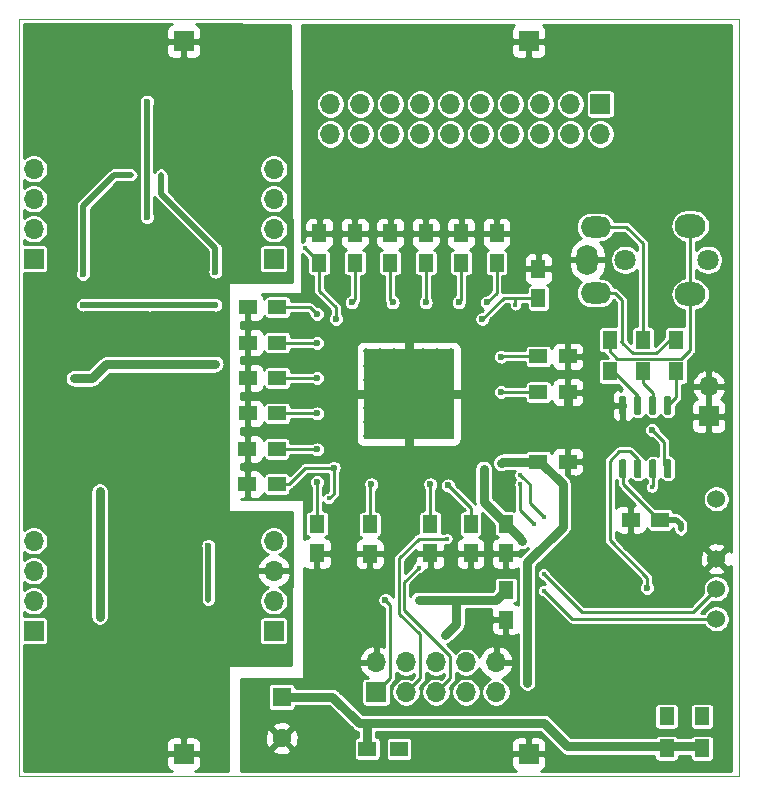
<source format=gbr>
%TF.GenerationSoftware,KiCad,Pcbnew,(5.1.5-0-10_14)*%
%TF.CreationDate,2020-11-09T20:11:24+01:00*%
%TF.ProjectId,rfreplacement,72667265-706c-4616-9365-6d656e742e6b,6.1*%
%TF.SameCoordinates,Original*%
%TF.FileFunction,Copper,L2,Bot*%
%TF.FilePolarity,Positive*%
%FSLAX46Y46*%
G04 Gerber Fmt 4.6, Leading zero omitted, Abs format (unit mm)*
G04 Created by KiCad (PCBNEW (5.1.5-0-10_14)) date 2020-11-09 20:11:24*
%MOMM*%
%LPD*%
G04 APERTURE LIST*
%ADD10C,0.100000*%
%ADD11R,1.250000X1.500000*%
%ADD12C,1.800000*%
%ADD13O,1.800000X2.600000*%
%ADD14O,2.600000X1.800000*%
%ADD15O,2.600000X2.000000*%
%ADD16C,1.524000*%
%ADD17R,1.500000X1.250000*%
%ADD18R,1.700000X1.700000*%
%ADD19O,1.700000X1.700000*%
%ADD20R,1.500000X1.300000*%
%ADD21R,1.300000X1.500000*%
%ADD22C,0.500000*%
%ADD23R,7.700000X7.700000*%
%ADD24C,1.600000*%
%ADD25R,1.600000X1.600000*%
%ADD26C,0.150000*%
%ADD27C,0.400000*%
%ADD28C,0.600000*%
%ADD29C,0.800000*%
%ADD30C,0.250000*%
%ADD31C,0.500000*%
%ADD32C,0.254000*%
G04 APERTURE END LIST*
D10*
X165100000Y-88900000D02*
X165100000Y-53340000D01*
X165100000Y-88900000D02*
X165100000Y-114935000D01*
X165100000Y-50800000D02*
X165100000Y-53340000D01*
X104140000Y-114300000D02*
X104140000Y-114935000D01*
X165100000Y-114935000D02*
X104140000Y-114935000D01*
X104140000Y-50800000D02*
X165100000Y-50800000D01*
X104140000Y-114300000D02*
X104140000Y-50800000D01*
D11*
X133858000Y-96100000D03*
X133858000Y-93600000D03*
D12*
X162500000Y-71200000D03*
X155500000Y-71200000D03*
D13*
X152300000Y-71200000D03*
D14*
X153000000Y-74000000D03*
X153000000Y-68400000D03*
D15*
X161000000Y-68300000D03*
X161000000Y-74100000D03*
D16*
X163195000Y-101600000D03*
X163195000Y-99060000D03*
X163195000Y-96520000D03*
X163195000Y-91440000D03*
D11*
X145400000Y-101650000D03*
X145400000Y-99150000D03*
D17*
X158450000Y-93200000D03*
X155950000Y-93200000D03*
X123550000Y-75200000D03*
X126050000Y-75200000D03*
D11*
X144600000Y-71450000D03*
X144600000Y-68950000D03*
D17*
X150650000Y-79375000D03*
X148150000Y-79375000D03*
D11*
X139000000Y-93550000D03*
X139000000Y-96050000D03*
D17*
X123500000Y-87200000D03*
X126000000Y-87200000D03*
X126050000Y-81200000D03*
X123550000Y-81200000D03*
X123550000Y-84200000D03*
X126050000Y-84200000D03*
X148150000Y-88279000D03*
X150650000Y-88279000D03*
D11*
X129400000Y-96050000D03*
X129400000Y-93550000D03*
X132600000Y-71450000D03*
X132600000Y-68950000D03*
X142400000Y-96050000D03*
X142400000Y-93550000D03*
X138600000Y-71450000D03*
X138600000Y-68950000D03*
D17*
X123550000Y-78200000D03*
X126050000Y-78200000D03*
X150650000Y-82400000D03*
X148150000Y-82400000D03*
D11*
X141600000Y-71450000D03*
X141600000Y-68950000D03*
X135600000Y-68950000D03*
X135600000Y-71450000D03*
D17*
X123500000Y-90200000D03*
X126000000Y-90200000D03*
D11*
X129600000Y-71450000D03*
X129600000Y-68950000D03*
X148150000Y-71950000D03*
X148150000Y-74450000D03*
X145400000Y-93550000D03*
X145400000Y-96050000D03*
D18*
X118110000Y-113030000D03*
X118110000Y-52705000D03*
X147320000Y-113030000D03*
X147320000Y-52705000D03*
D19*
X162560000Y-81915000D03*
D18*
X162560000Y-84455000D03*
D19*
X130540000Y-60540000D03*
X130540000Y-58000000D03*
X133080000Y-60540000D03*
X133080000Y-58000000D03*
X135620000Y-60540000D03*
X135620000Y-58000000D03*
X138160000Y-60540000D03*
X138160000Y-58000000D03*
X140700000Y-60540000D03*
X140700000Y-58000000D03*
X143240000Y-60540000D03*
X143240000Y-58000000D03*
X145780000Y-60540000D03*
X145780000Y-58000000D03*
X148320000Y-60540000D03*
X148320000Y-58000000D03*
X150860000Y-60540000D03*
X150860000Y-58000000D03*
X153400000Y-60540000D03*
D18*
X153400000Y-58000000D03*
D19*
X144560000Y-105260000D03*
X144560000Y-107800000D03*
X142020000Y-105260000D03*
X142020000Y-107800000D03*
X139480000Y-105260000D03*
X139480000Y-107800000D03*
X136940000Y-105260000D03*
X136940000Y-107800000D03*
X134400000Y-105260000D03*
D18*
X134400000Y-107800000D03*
D20*
X133650000Y-112600000D03*
X136350000Y-112600000D03*
D21*
X159000000Y-109850000D03*
X159000000Y-112550000D03*
X162000000Y-112550000D03*
X162000000Y-109850000D03*
X159800000Y-77950000D03*
X159800000Y-80650000D03*
X157000000Y-80646000D03*
X157000000Y-77946000D03*
X154200000Y-77946000D03*
X154200000Y-80646000D03*
D18*
X105410000Y-71120000D03*
D19*
X105410000Y-68580000D03*
X105410000Y-66040000D03*
X105410000Y-63500000D03*
X105410000Y-94996000D03*
X105410000Y-97536000D03*
X105410000Y-100076000D03*
D18*
X105410000Y-102616000D03*
D19*
X125730000Y-63500000D03*
X125730000Y-66040000D03*
X125730000Y-68580000D03*
D18*
X125730000Y-71120000D03*
X125730000Y-102616000D03*
D19*
X125730000Y-100076000D03*
X125730000Y-97536000D03*
X125730000Y-94996000D03*
D22*
X133560000Y-86150000D03*
X133560000Y-84950000D03*
X133560000Y-83750000D03*
X133560000Y-82550000D03*
X133560000Y-81350000D03*
X133560000Y-80150000D03*
X133560000Y-78950000D03*
X134760000Y-86150000D03*
X134760000Y-84950000D03*
X134760000Y-83750000D03*
X134760000Y-82550000D03*
X134760000Y-81350000D03*
X134760000Y-80150000D03*
X134760000Y-78950000D03*
X135960000Y-86150000D03*
X135960000Y-84950000D03*
X135960000Y-83750000D03*
X135960000Y-82550000D03*
X135960000Y-81350000D03*
X135960000Y-80150000D03*
X135960000Y-78950000D03*
X137160000Y-86150000D03*
X137160000Y-84950000D03*
X137160000Y-83750000D03*
X137160000Y-82550000D03*
X137160000Y-81350000D03*
X137160000Y-80150000D03*
X137160000Y-78950000D03*
X138360000Y-86150000D03*
X138360000Y-84950000D03*
X138360000Y-83750000D03*
X138360000Y-82550000D03*
X138360000Y-81350000D03*
X138360000Y-80150000D03*
X138360000Y-78950000D03*
X139560000Y-86150000D03*
X139560000Y-84950000D03*
X139560000Y-83750000D03*
X139560000Y-82550000D03*
X139560000Y-81350000D03*
X139560000Y-80150000D03*
X139560000Y-78950000D03*
X140760000Y-86150000D03*
X140760000Y-84950000D03*
X140760000Y-83750000D03*
X140760000Y-82550000D03*
X140760000Y-81350000D03*
X140760000Y-80150000D03*
X140760000Y-78950000D03*
D23*
X137160000Y-82550000D03*
D24*
X126400000Y-111700000D03*
D25*
X126400000Y-108200000D03*
%TA.AperFunction,SMDPad,CuDef*%
D26*
G36*
X159269703Y-82750722D02*
G01*
X159284264Y-82752882D01*
X159298543Y-82756459D01*
X159312403Y-82761418D01*
X159325710Y-82767712D01*
X159338336Y-82775280D01*
X159350159Y-82784048D01*
X159361066Y-82793934D01*
X159370952Y-82804841D01*
X159379720Y-82816664D01*
X159387288Y-82829290D01*
X159393582Y-82842597D01*
X159398541Y-82856457D01*
X159402118Y-82870736D01*
X159404278Y-82885297D01*
X159405000Y-82900000D01*
X159405000Y-84150000D01*
X159404278Y-84164703D01*
X159402118Y-84179264D01*
X159398541Y-84193543D01*
X159393582Y-84207403D01*
X159387288Y-84220710D01*
X159379720Y-84233336D01*
X159370952Y-84245159D01*
X159361066Y-84256066D01*
X159350159Y-84265952D01*
X159338336Y-84274720D01*
X159325710Y-84282288D01*
X159312403Y-84288582D01*
X159298543Y-84293541D01*
X159284264Y-84297118D01*
X159269703Y-84299278D01*
X159255000Y-84300000D01*
X158955000Y-84300000D01*
X158940297Y-84299278D01*
X158925736Y-84297118D01*
X158911457Y-84293541D01*
X158897597Y-84288582D01*
X158884290Y-84282288D01*
X158871664Y-84274720D01*
X158859841Y-84265952D01*
X158848934Y-84256066D01*
X158839048Y-84245159D01*
X158830280Y-84233336D01*
X158822712Y-84220710D01*
X158816418Y-84207403D01*
X158811459Y-84193543D01*
X158807882Y-84179264D01*
X158805722Y-84164703D01*
X158805000Y-84150000D01*
X158805000Y-82900000D01*
X158805722Y-82885297D01*
X158807882Y-82870736D01*
X158811459Y-82856457D01*
X158816418Y-82842597D01*
X158822712Y-82829290D01*
X158830280Y-82816664D01*
X158839048Y-82804841D01*
X158848934Y-82793934D01*
X158859841Y-82784048D01*
X158871664Y-82775280D01*
X158884290Y-82767712D01*
X158897597Y-82761418D01*
X158911457Y-82756459D01*
X158925736Y-82752882D01*
X158940297Y-82750722D01*
X158955000Y-82750000D01*
X159255000Y-82750000D01*
X159269703Y-82750722D01*
G37*
%TD.AperFunction*%
%TA.AperFunction,SMDPad,CuDef*%
G36*
X157999703Y-82750722D02*
G01*
X158014264Y-82752882D01*
X158028543Y-82756459D01*
X158042403Y-82761418D01*
X158055710Y-82767712D01*
X158068336Y-82775280D01*
X158080159Y-82784048D01*
X158091066Y-82793934D01*
X158100952Y-82804841D01*
X158109720Y-82816664D01*
X158117288Y-82829290D01*
X158123582Y-82842597D01*
X158128541Y-82856457D01*
X158132118Y-82870736D01*
X158134278Y-82885297D01*
X158135000Y-82900000D01*
X158135000Y-84150000D01*
X158134278Y-84164703D01*
X158132118Y-84179264D01*
X158128541Y-84193543D01*
X158123582Y-84207403D01*
X158117288Y-84220710D01*
X158109720Y-84233336D01*
X158100952Y-84245159D01*
X158091066Y-84256066D01*
X158080159Y-84265952D01*
X158068336Y-84274720D01*
X158055710Y-84282288D01*
X158042403Y-84288582D01*
X158028543Y-84293541D01*
X158014264Y-84297118D01*
X157999703Y-84299278D01*
X157985000Y-84300000D01*
X157685000Y-84300000D01*
X157670297Y-84299278D01*
X157655736Y-84297118D01*
X157641457Y-84293541D01*
X157627597Y-84288582D01*
X157614290Y-84282288D01*
X157601664Y-84274720D01*
X157589841Y-84265952D01*
X157578934Y-84256066D01*
X157569048Y-84245159D01*
X157560280Y-84233336D01*
X157552712Y-84220710D01*
X157546418Y-84207403D01*
X157541459Y-84193543D01*
X157537882Y-84179264D01*
X157535722Y-84164703D01*
X157535000Y-84150000D01*
X157535000Y-82900000D01*
X157535722Y-82885297D01*
X157537882Y-82870736D01*
X157541459Y-82856457D01*
X157546418Y-82842597D01*
X157552712Y-82829290D01*
X157560280Y-82816664D01*
X157569048Y-82804841D01*
X157578934Y-82793934D01*
X157589841Y-82784048D01*
X157601664Y-82775280D01*
X157614290Y-82767712D01*
X157627597Y-82761418D01*
X157641457Y-82756459D01*
X157655736Y-82752882D01*
X157670297Y-82750722D01*
X157685000Y-82750000D01*
X157985000Y-82750000D01*
X157999703Y-82750722D01*
G37*
%TD.AperFunction*%
%TA.AperFunction,SMDPad,CuDef*%
G36*
X156729703Y-82750722D02*
G01*
X156744264Y-82752882D01*
X156758543Y-82756459D01*
X156772403Y-82761418D01*
X156785710Y-82767712D01*
X156798336Y-82775280D01*
X156810159Y-82784048D01*
X156821066Y-82793934D01*
X156830952Y-82804841D01*
X156839720Y-82816664D01*
X156847288Y-82829290D01*
X156853582Y-82842597D01*
X156858541Y-82856457D01*
X156862118Y-82870736D01*
X156864278Y-82885297D01*
X156865000Y-82900000D01*
X156865000Y-84150000D01*
X156864278Y-84164703D01*
X156862118Y-84179264D01*
X156858541Y-84193543D01*
X156853582Y-84207403D01*
X156847288Y-84220710D01*
X156839720Y-84233336D01*
X156830952Y-84245159D01*
X156821066Y-84256066D01*
X156810159Y-84265952D01*
X156798336Y-84274720D01*
X156785710Y-84282288D01*
X156772403Y-84288582D01*
X156758543Y-84293541D01*
X156744264Y-84297118D01*
X156729703Y-84299278D01*
X156715000Y-84300000D01*
X156415000Y-84300000D01*
X156400297Y-84299278D01*
X156385736Y-84297118D01*
X156371457Y-84293541D01*
X156357597Y-84288582D01*
X156344290Y-84282288D01*
X156331664Y-84274720D01*
X156319841Y-84265952D01*
X156308934Y-84256066D01*
X156299048Y-84245159D01*
X156290280Y-84233336D01*
X156282712Y-84220710D01*
X156276418Y-84207403D01*
X156271459Y-84193543D01*
X156267882Y-84179264D01*
X156265722Y-84164703D01*
X156265000Y-84150000D01*
X156265000Y-82900000D01*
X156265722Y-82885297D01*
X156267882Y-82870736D01*
X156271459Y-82856457D01*
X156276418Y-82842597D01*
X156282712Y-82829290D01*
X156290280Y-82816664D01*
X156299048Y-82804841D01*
X156308934Y-82793934D01*
X156319841Y-82784048D01*
X156331664Y-82775280D01*
X156344290Y-82767712D01*
X156357597Y-82761418D01*
X156371457Y-82756459D01*
X156385736Y-82752882D01*
X156400297Y-82750722D01*
X156415000Y-82750000D01*
X156715000Y-82750000D01*
X156729703Y-82750722D01*
G37*
%TD.AperFunction*%
%TA.AperFunction,SMDPad,CuDef*%
G36*
X155459703Y-82750722D02*
G01*
X155474264Y-82752882D01*
X155488543Y-82756459D01*
X155502403Y-82761418D01*
X155515710Y-82767712D01*
X155528336Y-82775280D01*
X155540159Y-82784048D01*
X155551066Y-82793934D01*
X155560952Y-82804841D01*
X155569720Y-82816664D01*
X155577288Y-82829290D01*
X155583582Y-82842597D01*
X155588541Y-82856457D01*
X155592118Y-82870736D01*
X155594278Y-82885297D01*
X155595000Y-82900000D01*
X155595000Y-84150000D01*
X155594278Y-84164703D01*
X155592118Y-84179264D01*
X155588541Y-84193543D01*
X155583582Y-84207403D01*
X155577288Y-84220710D01*
X155569720Y-84233336D01*
X155560952Y-84245159D01*
X155551066Y-84256066D01*
X155540159Y-84265952D01*
X155528336Y-84274720D01*
X155515710Y-84282288D01*
X155502403Y-84288582D01*
X155488543Y-84293541D01*
X155474264Y-84297118D01*
X155459703Y-84299278D01*
X155445000Y-84300000D01*
X155145000Y-84300000D01*
X155130297Y-84299278D01*
X155115736Y-84297118D01*
X155101457Y-84293541D01*
X155087597Y-84288582D01*
X155074290Y-84282288D01*
X155061664Y-84274720D01*
X155049841Y-84265952D01*
X155038934Y-84256066D01*
X155029048Y-84245159D01*
X155020280Y-84233336D01*
X155012712Y-84220710D01*
X155006418Y-84207403D01*
X155001459Y-84193543D01*
X154997882Y-84179264D01*
X154995722Y-84164703D01*
X154995000Y-84150000D01*
X154995000Y-82900000D01*
X154995722Y-82885297D01*
X154997882Y-82870736D01*
X155001459Y-82856457D01*
X155006418Y-82842597D01*
X155012712Y-82829290D01*
X155020280Y-82816664D01*
X155029048Y-82804841D01*
X155038934Y-82793934D01*
X155049841Y-82784048D01*
X155061664Y-82775280D01*
X155074290Y-82767712D01*
X155087597Y-82761418D01*
X155101457Y-82756459D01*
X155115736Y-82752882D01*
X155130297Y-82750722D01*
X155145000Y-82750000D01*
X155445000Y-82750000D01*
X155459703Y-82750722D01*
G37*
%TD.AperFunction*%
%TA.AperFunction,SMDPad,CuDef*%
G36*
X155459703Y-88100722D02*
G01*
X155474264Y-88102882D01*
X155488543Y-88106459D01*
X155502403Y-88111418D01*
X155515710Y-88117712D01*
X155528336Y-88125280D01*
X155540159Y-88134048D01*
X155551066Y-88143934D01*
X155560952Y-88154841D01*
X155569720Y-88166664D01*
X155577288Y-88179290D01*
X155583582Y-88192597D01*
X155588541Y-88206457D01*
X155592118Y-88220736D01*
X155594278Y-88235297D01*
X155595000Y-88250000D01*
X155595000Y-89500000D01*
X155594278Y-89514703D01*
X155592118Y-89529264D01*
X155588541Y-89543543D01*
X155583582Y-89557403D01*
X155577288Y-89570710D01*
X155569720Y-89583336D01*
X155560952Y-89595159D01*
X155551066Y-89606066D01*
X155540159Y-89615952D01*
X155528336Y-89624720D01*
X155515710Y-89632288D01*
X155502403Y-89638582D01*
X155488543Y-89643541D01*
X155474264Y-89647118D01*
X155459703Y-89649278D01*
X155445000Y-89650000D01*
X155145000Y-89650000D01*
X155130297Y-89649278D01*
X155115736Y-89647118D01*
X155101457Y-89643541D01*
X155087597Y-89638582D01*
X155074290Y-89632288D01*
X155061664Y-89624720D01*
X155049841Y-89615952D01*
X155038934Y-89606066D01*
X155029048Y-89595159D01*
X155020280Y-89583336D01*
X155012712Y-89570710D01*
X155006418Y-89557403D01*
X155001459Y-89543543D01*
X154997882Y-89529264D01*
X154995722Y-89514703D01*
X154995000Y-89500000D01*
X154995000Y-88250000D01*
X154995722Y-88235297D01*
X154997882Y-88220736D01*
X155001459Y-88206457D01*
X155006418Y-88192597D01*
X155012712Y-88179290D01*
X155020280Y-88166664D01*
X155029048Y-88154841D01*
X155038934Y-88143934D01*
X155049841Y-88134048D01*
X155061664Y-88125280D01*
X155074290Y-88117712D01*
X155087597Y-88111418D01*
X155101457Y-88106459D01*
X155115736Y-88102882D01*
X155130297Y-88100722D01*
X155145000Y-88100000D01*
X155445000Y-88100000D01*
X155459703Y-88100722D01*
G37*
%TD.AperFunction*%
%TA.AperFunction,SMDPad,CuDef*%
G36*
X156729703Y-88100722D02*
G01*
X156744264Y-88102882D01*
X156758543Y-88106459D01*
X156772403Y-88111418D01*
X156785710Y-88117712D01*
X156798336Y-88125280D01*
X156810159Y-88134048D01*
X156821066Y-88143934D01*
X156830952Y-88154841D01*
X156839720Y-88166664D01*
X156847288Y-88179290D01*
X156853582Y-88192597D01*
X156858541Y-88206457D01*
X156862118Y-88220736D01*
X156864278Y-88235297D01*
X156865000Y-88250000D01*
X156865000Y-89500000D01*
X156864278Y-89514703D01*
X156862118Y-89529264D01*
X156858541Y-89543543D01*
X156853582Y-89557403D01*
X156847288Y-89570710D01*
X156839720Y-89583336D01*
X156830952Y-89595159D01*
X156821066Y-89606066D01*
X156810159Y-89615952D01*
X156798336Y-89624720D01*
X156785710Y-89632288D01*
X156772403Y-89638582D01*
X156758543Y-89643541D01*
X156744264Y-89647118D01*
X156729703Y-89649278D01*
X156715000Y-89650000D01*
X156415000Y-89650000D01*
X156400297Y-89649278D01*
X156385736Y-89647118D01*
X156371457Y-89643541D01*
X156357597Y-89638582D01*
X156344290Y-89632288D01*
X156331664Y-89624720D01*
X156319841Y-89615952D01*
X156308934Y-89606066D01*
X156299048Y-89595159D01*
X156290280Y-89583336D01*
X156282712Y-89570710D01*
X156276418Y-89557403D01*
X156271459Y-89543543D01*
X156267882Y-89529264D01*
X156265722Y-89514703D01*
X156265000Y-89500000D01*
X156265000Y-88250000D01*
X156265722Y-88235297D01*
X156267882Y-88220736D01*
X156271459Y-88206457D01*
X156276418Y-88192597D01*
X156282712Y-88179290D01*
X156290280Y-88166664D01*
X156299048Y-88154841D01*
X156308934Y-88143934D01*
X156319841Y-88134048D01*
X156331664Y-88125280D01*
X156344290Y-88117712D01*
X156357597Y-88111418D01*
X156371457Y-88106459D01*
X156385736Y-88102882D01*
X156400297Y-88100722D01*
X156415000Y-88100000D01*
X156715000Y-88100000D01*
X156729703Y-88100722D01*
G37*
%TD.AperFunction*%
%TA.AperFunction,SMDPad,CuDef*%
G36*
X157999703Y-88100722D02*
G01*
X158014264Y-88102882D01*
X158028543Y-88106459D01*
X158042403Y-88111418D01*
X158055710Y-88117712D01*
X158068336Y-88125280D01*
X158080159Y-88134048D01*
X158091066Y-88143934D01*
X158100952Y-88154841D01*
X158109720Y-88166664D01*
X158117288Y-88179290D01*
X158123582Y-88192597D01*
X158128541Y-88206457D01*
X158132118Y-88220736D01*
X158134278Y-88235297D01*
X158135000Y-88250000D01*
X158135000Y-89500000D01*
X158134278Y-89514703D01*
X158132118Y-89529264D01*
X158128541Y-89543543D01*
X158123582Y-89557403D01*
X158117288Y-89570710D01*
X158109720Y-89583336D01*
X158100952Y-89595159D01*
X158091066Y-89606066D01*
X158080159Y-89615952D01*
X158068336Y-89624720D01*
X158055710Y-89632288D01*
X158042403Y-89638582D01*
X158028543Y-89643541D01*
X158014264Y-89647118D01*
X157999703Y-89649278D01*
X157985000Y-89650000D01*
X157685000Y-89650000D01*
X157670297Y-89649278D01*
X157655736Y-89647118D01*
X157641457Y-89643541D01*
X157627597Y-89638582D01*
X157614290Y-89632288D01*
X157601664Y-89624720D01*
X157589841Y-89615952D01*
X157578934Y-89606066D01*
X157569048Y-89595159D01*
X157560280Y-89583336D01*
X157552712Y-89570710D01*
X157546418Y-89557403D01*
X157541459Y-89543543D01*
X157537882Y-89529264D01*
X157535722Y-89514703D01*
X157535000Y-89500000D01*
X157535000Y-88250000D01*
X157535722Y-88235297D01*
X157537882Y-88220736D01*
X157541459Y-88206457D01*
X157546418Y-88192597D01*
X157552712Y-88179290D01*
X157560280Y-88166664D01*
X157569048Y-88154841D01*
X157578934Y-88143934D01*
X157589841Y-88134048D01*
X157601664Y-88125280D01*
X157614290Y-88117712D01*
X157627597Y-88111418D01*
X157641457Y-88106459D01*
X157655736Y-88102882D01*
X157670297Y-88100722D01*
X157685000Y-88100000D01*
X157985000Y-88100000D01*
X157999703Y-88100722D01*
G37*
%TD.AperFunction*%
%TA.AperFunction,SMDPad,CuDef*%
G36*
X159269703Y-88100722D02*
G01*
X159284264Y-88102882D01*
X159298543Y-88106459D01*
X159312403Y-88111418D01*
X159325710Y-88117712D01*
X159338336Y-88125280D01*
X159350159Y-88134048D01*
X159361066Y-88143934D01*
X159370952Y-88154841D01*
X159379720Y-88166664D01*
X159387288Y-88179290D01*
X159393582Y-88192597D01*
X159398541Y-88206457D01*
X159402118Y-88220736D01*
X159404278Y-88235297D01*
X159405000Y-88250000D01*
X159405000Y-89500000D01*
X159404278Y-89514703D01*
X159402118Y-89529264D01*
X159398541Y-89543543D01*
X159393582Y-89557403D01*
X159387288Y-89570710D01*
X159379720Y-89583336D01*
X159370952Y-89595159D01*
X159361066Y-89606066D01*
X159350159Y-89615952D01*
X159338336Y-89624720D01*
X159325710Y-89632288D01*
X159312403Y-89638582D01*
X159298543Y-89643541D01*
X159284264Y-89647118D01*
X159269703Y-89649278D01*
X159255000Y-89650000D01*
X158955000Y-89650000D01*
X158940297Y-89649278D01*
X158925736Y-89647118D01*
X158911457Y-89643541D01*
X158897597Y-89638582D01*
X158884290Y-89632288D01*
X158871664Y-89624720D01*
X158859841Y-89615952D01*
X158848934Y-89606066D01*
X158839048Y-89595159D01*
X158830280Y-89583336D01*
X158822712Y-89570710D01*
X158816418Y-89557403D01*
X158811459Y-89543543D01*
X158807882Y-89529264D01*
X158805722Y-89514703D01*
X158805000Y-89500000D01*
X158805000Y-88250000D01*
X158805722Y-88235297D01*
X158807882Y-88220736D01*
X158811459Y-88206457D01*
X158816418Y-88192597D01*
X158822712Y-88179290D01*
X158830280Y-88166664D01*
X158839048Y-88154841D01*
X158848934Y-88143934D01*
X158859841Y-88134048D01*
X158871664Y-88125280D01*
X158884290Y-88117712D01*
X158897597Y-88111418D01*
X158911457Y-88106459D01*
X158925736Y-88102882D01*
X158940297Y-88100722D01*
X158955000Y-88100000D01*
X159255000Y-88100000D01*
X159269703Y-88100722D01*
G37*
%TD.AperFunction*%
D27*
X163600000Y-76800000D03*
X135200000Y-97200000D03*
X142400000Y-91200000D03*
D28*
X145400000Y-96000000D03*
X135600000Y-69000000D03*
X150600000Y-82400000D03*
D27*
X127800000Y-91000000D03*
X130600000Y-105800000D03*
X131400000Y-112600000D03*
X140600000Y-111600000D03*
X160400000Y-113800000D03*
X163600000Y-106600000D03*
X163600000Y-79000000D03*
X125000000Y-85800000D03*
X132600000Y-91600000D03*
X137800000Y-91600000D03*
X146000000Y-76800000D03*
D28*
X130600000Y-73400000D03*
X140000000Y-73600000D03*
D27*
X146200003Y-86800003D03*
X123600000Y-76400000D03*
X145800000Y-89600000D03*
D28*
X162000000Y-110000000D03*
D27*
X160200000Y-94000000D03*
D28*
X157350000Y-99000000D03*
D27*
X157750000Y-90450000D03*
D28*
X157750000Y-85600000D03*
X120800000Y-80000000D03*
X118000000Y-80050000D03*
X108825000Y-81225000D03*
X109600000Y-72400000D03*
D27*
X113665000Y-64000000D03*
D28*
X120800000Y-72200000D03*
D27*
X116205000Y-64000000D03*
D28*
X111000000Y-90800000D03*
X111000000Y-101400000D03*
X144000000Y-100000000D03*
X141200000Y-100000000D03*
X138000000Y-100000000D03*
X140200000Y-103000000D03*
D27*
X146200000Y-75000000D03*
D28*
X159000000Y-110000000D03*
X131000000Y-76200000D03*
X143400000Y-76200000D03*
X130810000Y-88790000D03*
D27*
X128400000Y-70200000D03*
D28*
X143510000Y-88890000D03*
X146800010Y-95000000D03*
D27*
X130400000Y-91400000D03*
D28*
X136200000Y-112600000D03*
X129400000Y-87249000D03*
X129400000Y-84200000D03*
X129400000Y-81200000D03*
X145000000Y-88400000D03*
X143800000Y-74800000D03*
X141400000Y-74800000D03*
X135800000Y-74800000D03*
X132340000Y-74800000D03*
X129400000Y-75800000D03*
X129400000Y-78232000D03*
X138600000Y-74800000D03*
X129400000Y-90000000D03*
X139000000Y-90200000D03*
X134000000Y-90200000D03*
X140499998Y-90300000D03*
X145000000Y-79400000D03*
X145000000Y-82400000D03*
X147200002Y-107000000D03*
X109600000Y-75000000D03*
X120800000Y-75000000D03*
X115200000Y-75000000D03*
D27*
X138000000Y-97250000D03*
X140400000Y-94800000D03*
D28*
X135200000Y-100000000D03*
X115000000Y-67600000D03*
X115000000Y-57800000D03*
X120200000Y-95400000D03*
D27*
X120200000Y-100000000D03*
X115200000Y-82800000D03*
D28*
X106400000Y-78000000D03*
X106400000Y-87600000D03*
X108600000Y-90800000D03*
X114817000Y-85900000D03*
D27*
X118400000Y-62200000D03*
X147800000Y-93600000D03*
X146600000Y-90200000D03*
X148600000Y-99200000D03*
X148600000Y-93000000D03*
X148600000Y-97800000D03*
X146600000Y-89400000D03*
D29*
X149800000Y-84800000D02*
X150650000Y-83950000D01*
X142310000Y-82550000D02*
X144560000Y-84800000D01*
X150650000Y-83950000D02*
X150650000Y-82400000D01*
X137160000Y-82550000D02*
X142310000Y-82550000D01*
D30*
X146200003Y-84800003D02*
X146200000Y-84800000D01*
X146200003Y-86800003D02*
X146200003Y-84800003D01*
D29*
X146200000Y-84800000D02*
X149800000Y-84800000D01*
X144560000Y-84800000D02*
X146200000Y-84800000D01*
X137160000Y-82550000D02*
X129250000Y-82550000D01*
X137160000Y-82550000D02*
X137160000Y-90400000D01*
X137160000Y-82550000D02*
X137160000Y-74400000D01*
D31*
X160200000Y-94000000D02*
X160200000Y-93600000D01*
X159800000Y-93200000D02*
X158450000Y-93200000D01*
X160200000Y-93600000D02*
X159800000Y-93200000D01*
D30*
X158045000Y-93200000D02*
X158450000Y-93200000D01*
X158325000Y-93200000D02*
X158450000Y-93200000D01*
X155295000Y-90170000D02*
X158325000Y-93200000D01*
X155295000Y-88875000D02*
X155295000Y-90170000D01*
X157350000Y-98100000D02*
X154200000Y-94950000D01*
X157350000Y-99000000D02*
X157350000Y-98100000D01*
X154200000Y-94950000D02*
X154200000Y-88200000D01*
X154200000Y-88200000D02*
X155000000Y-87400000D01*
X155865000Y-87400000D02*
X156565000Y-88100000D01*
X156565000Y-88100000D02*
X156565000Y-88875000D01*
X155000000Y-87400000D02*
X155865000Y-87400000D01*
X157835000Y-90365000D02*
X157750000Y-90450000D01*
X157835000Y-88875000D02*
X157835000Y-90365000D01*
X158805000Y-88575000D02*
X158805000Y-86605000D01*
X159105000Y-88875000D02*
X158805000Y-88575000D01*
X157800000Y-85600000D02*
X157750000Y-85600000D01*
X158805000Y-86605000D02*
X157800000Y-85600000D01*
D31*
X118050000Y-80000000D02*
X118000000Y-80050000D01*
D29*
X108825000Y-81225000D02*
X110375000Y-81225000D01*
X111550000Y-80050000D02*
X118000000Y-80050000D01*
X110375000Y-81225000D02*
X111550000Y-80050000D01*
X120750000Y-80050000D02*
X120800000Y-80000000D01*
X118000000Y-80050000D02*
X120750000Y-80050000D01*
D31*
X112200000Y-64000000D02*
X113665000Y-64000000D01*
X109600000Y-66600000D02*
X112200000Y-64000000D01*
X109600000Y-72400000D02*
X109600000Y-66600000D01*
X120800000Y-72200000D02*
X120800000Y-70200000D01*
X120800000Y-70200000D02*
X116200000Y-65600000D01*
X116200000Y-64005000D02*
X116205000Y-64000000D01*
X116200000Y-65600000D02*
X116200000Y-64005000D01*
D29*
X111000000Y-90800000D02*
X111000000Y-101200000D01*
X111000000Y-101200000D02*
X111000000Y-101400000D01*
X138000000Y-100000000D02*
X141200000Y-100000000D01*
X141200000Y-100000000D02*
X144000000Y-100000000D01*
X140200000Y-103000000D02*
X141200000Y-102000000D01*
X141200000Y-102000000D02*
X141200000Y-100000000D01*
X126400000Y-108200000D02*
X130700000Y-108200000D01*
X130700000Y-108200000D02*
X133000000Y-110400000D01*
X133650000Y-110550000D02*
X133800000Y-110400000D01*
X133650000Y-112600000D02*
X133650000Y-110550000D01*
X133800000Y-110400000D02*
X133000000Y-110400000D01*
X144550000Y-100000000D02*
X145400000Y-99150000D01*
X144000000Y-100000000D02*
X144550000Y-100000000D01*
X158800000Y-112400000D02*
X161800000Y-112400000D01*
X150600000Y-112400000D02*
X158800000Y-112400000D01*
X148600000Y-110400000D02*
X150600000Y-112400000D01*
X133800000Y-110400000D02*
X148600000Y-110400000D01*
D30*
X143400000Y-76200000D02*
X145200000Y-74400000D01*
X129600000Y-71400000D02*
X128400000Y-70200000D01*
X129600000Y-71450000D02*
X129600000Y-71400000D01*
D29*
X143510000Y-88890000D02*
X143510000Y-90359002D01*
X143510000Y-91660000D02*
X143510000Y-88890000D01*
X145400000Y-93550000D02*
X143510000Y-91660000D01*
X145400000Y-93550000D02*
X145400000Y-93599990D01*
X145400000Y-93599990D02*
X146500011Y-94700001D01*
X146500011Y-94700001D02*
X146800010Y-95000000D01*
D30*
X146200000Y-74400000D02*
X148150000Y-74400000D01*
X146200000Y-75000000D02*
X146200000Y-74400000D01*
X145200000Y-74400000D02*
X146200000Y-74400000D01*
X129600000Y-73800000D02*
X129600000Y-71450000D01*
X131000000Y-75200000D02*
X129600000Y-73800000D01*
X131000000Y-76200000D02*
X131000000Y-75200000D01*
X130385736Y-88790000D02*
X130810000Y-88790000D01*
X128410000Y-88790000D02*
X130385736Y-88790000D01*
X127000000Y-90200000D02*
X128410000Y-88790000D01*
X126000000Y-90200000D02*
X127000000Y-90200000D01*
X130810000Y-90990000D02*
X130400000Y-91400000D01*
X130810000Y-88790000D02*
X130810000Y-90990000D01*
X144740000Y-71590000D02*
X144600000Y-71450000D01*
X141478000Y-71572000D02*
X141600000Y-71450000D01*
X138540000Y-71510000D02*
X138600000Y-71450000D01*
X135800000Y-71650000D02*
X135600000Y-71450000D01*
X132340000Y-71710000D02*
X132600000Y-71450000D01*
X126180000Y-75330000D02*
X126050000Y-75200000D01*
X126082000Y-78232000D02*
X126050000Y-78200000D01*
X126180000Y-81330000D02*
X126050000Y-81200000D01*
X126180000Y-84330000D02*
X126050000Y-84200000D01*
X126049000Y-87249000D02*
X126000000Y-87200000D01*
X129548998Y-93401002D02*
X129400000Y-93550000D01*
X148079000Y-88350000D02*
X148150000Y-88279000D01*
X133985000Y-93473000D02*
X133858000Y-93600000D01*
X138960000Y-93510000D02*
X139000000Y-93550000D01*
X142360000Y-93510000D02*
X142400000Y-93550000D01*
D29*
X145121000Y-88279000D02*
X145000000Y-88400000D01*
X148150000Y-88279000D02*
X145121000Y-88279000D01*
D30*
X139000000Y-93550000D02*
X139000000Y-90200000D01*
X133858000Y-90342000D02*
X134000000Y-90200000D01*
X133858000Y-93600000D02*
X133858000Y-90342000D01*
X142400000Y-92200002D02*
X140499998Y-90300000D01*
X142400000Y-93550000D02*
X142400000Y-92200002D01*
X145025000Y-79375000D02*
X145000000Y-79400000D01*
X148150000Y-79375000D02*
X145025000Y-79375000D01*
X144600000Y-74000000D02*
X143800000Y-74800000D01*
X144600000Y-71450000D02*
X144600000Y-74000000D01*
X141600000Y-74600000D02*
X141400000Y-74800000D01*
X141600000Y-71450000D02*
X141600000Y-74600000D01*
X138600000Y-71450000D02*
X138600000Y-74800000D01*
X135600000Y-74600000D02*
X135800000Y-74800000D01*
X135600000Y-71450000D02*
X135600000Y-74600000D01*
X132600000Y-74540000D02*
X132340000Y-74800000D01*
X132600000Y-71450000D02*
X132600000Y-74540000D01*
X129368000Y-78200000D02*
X129400000Y-78232000D01*
X126050000Y-78200000D02*
X129368000Y-78200000D01*
X127050000Y-81200000D02*
X129400000Y-81200000D01*
X126050000Y-81200000D02*
X127050000Y-81200000D01*
X126050000Y-84200000D02*
X129400000Y-84200000D01*
X129351000Y-87200000D02*
X129400000Y-87249000D01*
X126000000Y-87200000D02*
X129351000Y-87200000D01*
X129400000Y-93550000D02*
X129400000Y-90000000D01*
X148150000Y-82400000D02*
X145000000Y-82400000D01*
X128800000Y-75200000D02*
X129400000Y-75800000D01*
X126050000Y-75200000D02*
X128800000Y-75200000D01*
D29*
X148275000Y-88279000D02*
X150200000Y-90204000D01*
X150200000Y-90204000D02*
X150200000Y-93800000D01*
X150200000Y-93800000D02*
X147200002Y-96799998D01*
X147200002Y-96799998D02*
X147200002Y-106575736D01*
X147200002Y-106575736D02*
X147200002Y-107000000D01*
X148150000Y-88279000D02*
X148275000Y-88279000D01*
D31*
X109600000Y-75000000D02*
X115200000Y-75000000D01*
X115200000Y-75000000D02*
X120800000Y-75000000D01*
D30*
X140655001Y-106624999D02*
X140329999Y-106950001D01*
X140655001Y-104695999D02*
X140655001Y-106624999D01*
X136800000Y-98450000D02*
X136800000Y-100840998D01*
X136800000Y-100840998D02*
X140655001Y-104695999D01*
X138000000Y-97250000D02*
X136800000Y-98450000D01*
X140329999Y-106950001D02*
X139480000Y-107800000D01*
X138000000Y-94800000D02*
X136349989Y-96450011D01*
X140400000Y-94800000D02*
X138000000Y-94800000D01*
X138115001Y-106624999D02*
X137789999Y-106950001D01*
X136349989Y-96450011D02*
X136349989Y-101149989D01*
X136349989Y-101149989D02*
X138115001Y-102915001D01*
X138115001Y-102915001D02*
X138115001Y-106624999D01*
X137789999Y-106950001D02*
X136940000Y-107800000D01*
X135600000Y-106600000D02*
X135400000Y-106800000D01*
X135400000Y-106800000D02*
X134400000Y-107800000D01*
X135600000Y-100400000D02*
X135600000Y-106600000D01*
X135200000Y-100000000D02*
X135600000Y-100400000D01*
D31*
X115000000Y-67600000D02*
X115000000Y-57800000D01*
X120200000Y-95400000D02*
X120200000Y-100000000D01*
D30*
X155600000Y-68400000D02*
X153000000Y-68400000D01*
X157000000Y-69800000D02*
X155600000Y-68400000D01*
X157000000Y-77946000D02*
X157000000Y-69800000D01*
X159250000Y-77950000D02*
X158079011Y-79120989D01*
X159800000Y-77950000D02*
X159250000Y-77950000D01*
X158079011Y-79120989D02*
X156189987Y-79120989D01*
X153000000Y-74000000D02*
X154600000Y-74000000D01*
X154600000Y-74000000D02*
X155200000Y-74600000D01*
X155200000Y-74600000D02*
X155200000Y-78200000D01*
X155200000Y-78200000D02*
X155175001Y-78106003D01*
X156189987Y-79120989D02*
X155200000Y-78200000D01*
X160225001Y-79574999D02*
X161005000Y-78795000D01*
X155139002Y-79600000D02*
X156060998Y-79600000D01*
X157939002Y-79600000D02*
X158864998Y-79600000D01*
X157910001Y-79570999D02*
X157939002Y-79600000D01*
X156060998Y-79600000D02*
X156089999Y-79570999D01*
X154200000Y-77946000D02*
X154200000Y-78946000D01*
X155110001Y-79570999D02*
X155139002Y-79600000D01*
X158889999Y-79574999D02*
X160225001Y-79574999D01*
X156089999Y-79570999D02*
X157910001Y-79570999D01*
X154824999Y-79570999D02*
X155110001Y-79570999D01*
X154200000Y-78946000D02*
X154824999Y-79570999D01*
X158864998Y-79600000D02*
X158889999Y-79574999D01*
X161000000Y-78790000D02*
X161000000Y-74100000D01*
X161005000Y-78795000D02*
X161000000Y-78790000D01*
X161000000Y-74100000D02*
X161000000Y-68300000D01*
X159800000Y-82830000D02*
X159105000Y-83525000D01*
X159800000Y-80650000D02*
X159800000Y-82830000D01*
X157835000Y-82750000D02*
X157835000Y-83525000D01*
X157835000Y-82481000D02*
X157835000Y-82750000D01*
X157000000Y-81646000D02*
X157835000Y-82481000D01*
X157000000Y-80646000D02*
X157000000Y-81646000D01*
X154200000Y-80646000D02*
X154200000Y-80800000D01*
X154461000Y-80646000D02*
X154200000Y-80646000D01*
X156565000Y-82750000D02*
X154461000Y-80646000D01*
X156565000Y-83525000D02*
X156565000Y-82750000D01*
X146600000Y-90482842D02*
X146600000Y-90200000D01*
X146600000Y-92400000D02*
X146600000Y-90482842D01*
X147800000Y-93600000D02*
X146600000Y-92400000D01*
X148799999Y-99399999D02*
X148600000Y-99200000D01*
X151000000Y-101600000D02*
X148799999Y-99399999D01*
X163195000Y-101600000D02*
X151000000Y-101600000D01*
X146799999Y-89599999D02*
X146600000Y-89400000D01*
X148600000Y-93000000D02*
X147400000Y-91800000D01*
X147400000Y-90200000D02*
X146799999Y-89599999D01*
X147400000Y-91800000D02*
X147400000Y-90200000D01*
X151800000Y-101000000D02*
X148600000Y-97800000D01*
X161255000Y-101000000D02*
X151800000Y-101000000D01*
X163195000Y-99060000D02*
X161255000Y-101000000D01*
D32*
G36*
X117104979Y-51238452D02*
G01*
X117015820Y-51265498D01*
X116905506Y-51324463D01*
X116808815Y-51403815D01*
X116729463Y-51500506D01*
X116670498Y-51610820D01*
X116634188Y-51730518D01*
X116621928Y-51855000D01*
X116625000Y-52419250D01*
X116783750Y-52578000D01*
X117983000Y-52578000D01*
X117983000Y-52558000D01*
X118237000Y-52558000D01*
X118237000Y-52578000D01*
X119436250Y-52578000D01*
X119595000Y-52419250D01*
X119598072Y-51855000D01*
X119585812Y-51730518D01*
X119549502Y-51610820D01*
X119490537Y-51500506D01*
X119411185Y-51403815D01*
X119314494Y-51324463D01*
X119204180Y-51265498D01*
X119174877Y-51256609D01*
X127074053Y-51325900D01*
X127256834Y-73072870D01*
X121999997Y-73073000D01*
X121975220Y-73075441D01*
X121951396Y-73082668D01*
X121929440Y-73094405D01*
X121910195Y-73110200D01*
X121894402Y-73129445D01*
X121882666Y-73151402D01*
X121875440Y-73175227D01*
X121873000Y-73200000D01*
X121873000Y-92400000D01*
X121875440Y-92424776D01*
X121882667Y-92448601D01*
X121894403Y-92470557D01*
X121910197Y-92489803D01*
X121929443Y-92505597D01*
X121951399Y-92517333D01*
X121975224Y-92524560D01*
X121999997Y-92527000D01*
X127286870Y-92527131D01*
X127162549Y-105473828D01*
X122000020Y-105473000D01*
X121975244Y-105475436D01*
X121951418Y-105482660D01*
X121929460Y-105494392D01*
X121910212Y-105510183D01*
X121894415Y-105529426D01*
X121882675Y-105551380D01*
X121875444Y-105575204D01*
X121873000Y-105600000D01*
X121873000Y-114504000D01*
X119090455Y-114504000D01*
X119204180Y-114469502D01*
X119314494Y-114410537D01*
X119411185Y-114331185D01*
X119490537Y-114234494D01*
X119549502Y-114124180D01*
X119585812Y-114004482D01*
X119598072Y-113880000D01*
X119595000Y-113315750D01*
X119436250Y-113157000D01*
X118237000Y-113157000D01*
X118237000Y-113177000D01*
X117983000Y-113177000D01*
X117983000Y-113157000D01*
X116783750Y-113157000D01*
X116625000Y-113315750D01*
X116621928Y-113880000D01*
X116634188Y-114004482D01*
X116670498Y-114124180D01*
X116729463Y-114234494D01*
X116808815Y-114331185D01*
X116905506Y-114410537D01*
X117015820Y-114469502D01*
X117129545Y-114504000D01*
X104571000Y-114504000D01*
X104571000Y-112180000D01*
X116621928Y-112180000D01*
X116625000Y-112744250D01*
X116783750Y-112903000D01*
X117983000Y-112903000D01*
X117983000Y-111703750D01*
X118237000Y-111703750D01*
X118237000Y-112903000D01*
X119436250Y-112903000D01*
X119595000Y-112744250D01*
X119598072Y-112180000D01*
X119585812Y-112055518D01*
X119549502Y-111935820D01*
X119490537Y-111825506D01*
X119411185Y-111728815D01*
X119314494Y-111649463D01*
X119204180Y-111590498D01*
X119084482Y-111554188D01*
X118960000Y-111541928D01*
X118395750Y-111545000D01*
X118237000Y-111703750D01*
X117983000Y-111703750D01*
X117824250Y-111545000D01*
X117260000Y-111541928D01*
X117135518Y-111554188D01*
X117015820Y-111590498D01*
X116905506Y-111649463D01*
X116808815Y-111728815D01*
X116729463Y-111825506D01*
X116670498Y-111935820D01*
X116634188Y-112055518D01*
X116621928Y-112180000D01*
X104571000Y-112180000D01*
X104571000Y-103848843D01*
X106260000Y-103848843D01*
X106334689Y-103841487D01*
X106406508Y-103819701D01*
X106472696Y-103784322D01*
X106530711Y-103736711D01*
X106578322Y-103678696D01*
X106613701Y-103612508D01*
X106635487Y-103540689D01*
X106642843Y-103466000D01*
X106642843Y-101766000D01*
X106635487Y-101691311D01*
X106613701Y-101619492D01*
X106578322Y-101553304D01*
X106530711Y-101495289D01*
X106472696Y-101447678D01*
X106406508Y-101412299D01*
X106334689Y-101390513D01*
X106260000Y-101383157D01*
X104571000Y-101383157D01*
X104571000Y-100977897D01*
X104625283Y-101032180D01*
X104826903Y-101166898D01*
X105050931Y-101259693D01*
X105288757Y-101307000D01*
X105531243Y-101307000D01*
X105769069Y-101259693D01*
X105993097Y-101166898D01*
X106194717Y-101032180D01*
X106366180Y-100860717D01*
X106500898Y-100659097D01*
X106593693Y-100435069D01*
X106641000Y-100197243D01*
X106641000Y-99954757D01*
X106593693Y-99716931D01*
X106500898Y-99492903D01*
X106366180Y-99291283D01*
X106194717Y-99119820D01*
X105993097Y-98985102D01*
X105769069Y-98892307D01*
X105531243Y-98845000D01*
X105288757Y-98845000D01*
X105050931Y-98892307D01*
X104826903Y-98985102D01*
X104625283Y-99119820D01*
X104571000Y-99174103D01*
X104571000Y-98437897D01*
X104625283Y-98492180D01*
X104826903Y-98626898D01*
X105050931Y-98719693D01*
X105288757Y-98767000D01*
X105531243Y-98767000D01*
X105769069Y-98719693D01*
X105993097Y-98626898D01*
X106194717Y-98492180D01*
X106366180Y-98320717D01*
X106500898Y-98119097D01*
X106593693Y-97895069D01*
X106641000Y-97657243D01*
X106641000Y-97414757D01*
X106593693Y-97176931D01*
X106500898Y-96952903D01*
X106366180Y-96751283D01*
X106194717Y-96579820D01*
X105993097Y-96445102D01*
X105769069Y-96352307D01*
X105531243Y-96305000D01*
X105288757Y-96305000D01*
X105050931Y-96352307D01*
X104826903Y-96445102D01*
X104625283Y-96579820D01*
X104571000Y-96634103D01*
X104571000Y-95897897D01*
X104625283Y-95952180D01*
X104826903Y-96086898D01*
X105050931Y-96179693D01*
X105288757Y-96227000D01*
X105531243Y-96227000D01*
X105769069Y-96179693D01*
X105993097Y-96086898D01*
X106194717Y-95952180D01*
X106366180Y-95780717D01*
X106500898Y-95579097D01*
X106593693Y-95355069D01*
X106641000Y-95117243D01*
X106641000Y-94874757D01*
X106593693Y-94636931D01*
X106500898Y-94412903D01*
X106366180Y-94211283D01*
X106194717Y-94039820D01*
X105993097Y-93905102D01*
X105769069Y-93812307D01*
X105531243Y-93765000D01*
X105288757Y-93765000D01*
X105050931Y-93812307D01*
X104826903Y-93905102D01*
X104625283Y-94039820D01*
X104571000Y-94094103D01*
X104571000Y-90761641D01*
X110219000Y-90761641D01*
X110219001Y-101161631D01*
X110219000Y-101161641D01*
X110219000Y-101438360D01*
X110230301Y-101553103D01*
X110274960Y-101700322D01*
X110347481Y-101835999D01*
X110445078Y-101954922D01*
X110564002Y-102052519D01*
X110699679Y-102125040D01*
X110846898Y-102169699D01*
X111000000Y-102184778D01*
X111153103Y-102169699D01*
X111300322Y-102125040D01*
X111435999Y-102052519D01*
X111554922Y-101954922D01*
X111652519Y-101835999D01*
X111689934Y-101766000D01*
X124497157Y-101766000D01*
X124497157Y-103466000D01*
X124504513Y-103540689D01*
X124526299Y-103612508D01*
X124561678Y-103678696D01*
X124609289Y-103736711D01*
X124667304Y-103784322D01*
X124733492Y-103819701D01*
X124805311Y-103841487D01*
X124880000Y-103848843D01*
X126580000Y-103848843D01*
X126654689Y-103841487D01*
X126726508Y-103819701D01*
X126792696Y-103784322D01*
X126850711Y-103736711D01*
X126898322Y-103678696D01*
X126933701Y-103612508D01*
X126955487Y-103540689D01*
X126962843Y-103466000D01*
X126962843Y-101766000D01*
X126955487Y-101691311D01*
X126933701Y-101619492D01*
X126898322Y-101553304D01*
X126850711Y-101495289D01*
X126792696Y-101447678D01*
X126726508Y-101412299D01*
X126654689Y-101390513D01*
X126580000Y-101383157D01*
X124880000Y-101383157D01*
X124805311Y-101390513D01*
X124733492Y-101412299D01*
X124667304Y-101447678D01*
X124609289Y-101495289D01*
X124561678Y-101553304D01*
X124526299Y-101619492D01*
X124504513Y-101691311D01*
X124497157Y-101766000D01*
X111689934Y-101766000D01*
X111725040Y-101700321D01*
X111769699Y-101553102D01*
X111781000Y-101438359D01*
X111781000Y-95332927D01*
X119519000Y-95332927D01*
X119519000Y-95467073D01*
X119545171Y-95598640D01*
X119569000Y-95656169D01*
X119569001Y-100030998D01*
X119578131Y-100123698D01*
X119614212Y-100242642D01*
X119672805Y-100352261D01*
X119751658Y-100448343D01*
X119847740Y-100527196D01*
X119957359Y-100585789D01*
X120076303Y-100621870D01*
X120200000Y-100634053D01*
X120323698Y-100621870D01*
X120442642Y-100585789D01*
X120552261Y-100527196D01*
X120648343Y-100448343D01*
X120727196Y-100352261D01*
X120785789Y-100242642D01*
X120821870Y-100123698D01*
X120831000Y-100030998D01*
X120831000Y-97892890D01*
X124288524Y-97892890D01*
X124333175Y-98040099D01*
X124458359Y-98302920D01*
X124632412Y-98536269D01*
X124848645Y-98731178D01*
X125098748Y-98880157D01*
X125261168Y-98937772D01*
X125146903Y-98985102D01*
X124945283Y-99119820D01*
X124773820Y-99291283D01*
X124639102Y-99492903D01*
X124546307Y-99716931D01*
X124499000Y-99954757D01*
X124499000Y-100197243D01*
X124546307Y-100435069D01*
X124639102Y-100659097D01*
X124773820Y-100860717D01*
X124945283Y-101032180D01*
X125146903Y-101166898D01*
X125370931Y-101259693D01*
X125608757Y-101307000D01*
X125851243Y-101307000D01*
X126089069Y-101259693D01*
X126313097Y-101166898D01*
X126514717Y-101032180D01*
X126686180Y-100860717D01*
X126820898Y-100659097D01*
X126913693Y-100435069D01*
X126961000Y-100197243D01*
X126961000Y-99954757D01*
X126913693Y-99716931D01*
X126820898Y-99492903D01*
X126686180Y-99291283D01*
X126514717Y-99119820D01*
X126313097Y-98985102D01*
X126198832Y-98937772D01*
X126361252Y-98880157D01*
X126611355Y-98731178D01*
X126827588Y-98536269D01*
X127001641Y-98302920D01*
X127126825Y-98040099D01*
X127171476Y-97892890D01*
X127050155Y-97663000D01*
X125857000Y-97663000D01*
X125857000Y-97683000D01*
X125603000Y-97683000D01*
X125603000Y-97663000D01*
X124409845Y-97663000D01*
X124288524Y-97892890D01*
X120831000Y-97892890D01*
X120831000Y-97179110D01*
X124288524Y-97179110D01*
X124409845Y-97409000D01*
X125603000Y-97409000D01*
X125603000Y-97389000D01*
X125857000Y-97389000D01*
X125857000Y-97409000D01*
X127050155Y-97409000D01*
X127171476Y-97179110D01*
X127126825Y-97031901D01*
X127001641Y-96769080D01*
X126827588Y-96535731D01*
X126611355Y-96340822D01*
X126361252Y-96191843D01*
X126198832Y-96134228D01*
X126313097Y-96086898D01*
X126514717Y-95952180D01*
X126686180Y-95780717D01*
X126820898Y-95579097D01*
X126913693Y-95355069D01*
X126961000Y-95117243D01*
X126961000Y-94874757D01*
X126913693Y-94636931D01*
X126820898Y-94412903D01*
X126686180Y-94211283D01*
X126514717Y-94039820D01*
X126313097Y-93905102D01*
X126089069Y-93812307D01*
X125851243Y-93765000D01*
X125608757Y-93765000D01*
X125370931Y-93812307D01*
X125146903Y-93905102D01*
X124945283Y-94039820D01*
X124773820Y-94211283D01*
X124639102Y-94412903D01*
X124546307Y-94636931D01*
X124499000Y-94874757D01*
X124499000Y-95117243D01*
X124546307Y-95355069D01*
X124639102Y-95579097D01*
X124773820Y-95780717D01*
X124945283Y-95952180D01*
X125146903Y-96086898D01*
X125261168Y-96134228D01*
X125098748Y-96191843D01*
X124848645Y-96340822D01*
X124632412Y-96535731D01*
X124458359Y-96769080D01*
X124333175Y-97031901D01*
X124288524Y-97179110D01*
X120831000Y-97179110D01*
X120831000Y-95656168D01*
X120854829Y-95598640D01*
X120881000Y-95467073D01*
X120881000Y-95332927D01*
X120854829Y-95201360D01*
X120803494Y-95077426D01*
X120728967Y-94965888D01*
X120634112Y-94871033D01*
X120522574Y-94796506D01*
X120398640Y-94745171D01*
X120267073Y-94719000D01*
X120132927Y-94719000D01*
X120001360Y-94745171D01*
X119877426Y-94796506D01*
X119765888Y-94871033D01*
X119671033Y-94965888D01*
X119596506Y-95077426D01*
X119545171Y-95201360D01*
X119519000Y-95332927D01*
X111781000Y-95332927D01*
X111781000Y-90761640D01*
X111769699Y-90646897D01*
X111725040Y-90499678D01*
X111652519Y-90364001D01*
X111554922Y-90245078D01*
X111435998Y-90147481D01*
X111300321Y-90074960D01*
X111153102Y-90030301D01*
X111000000Y-90015222D01*
X110846897Y-90030301D01*
X110699678Y-90074960D01*
X110564001Y-90147481D01*
X110445078Y-90245078D01*
X110347481Y-90364002D01*
X110274960Y-90499679D01*
X110230301Y-90646898D01*
X110219000Y-90761641D01*
X104571000Y-90761641D01*
X104571000Y-81225000D01*
X108040222Y-81225000D01*
X108055301Y-81378103D01*
X108099960Y-81525322D01*
X108172481Y-81660999D01*
X108270078Y-81779922D01*
X108389001Y-81877519D01*
X108524678Y-81950040D01*
X108671897Y-81994699D01*
X108786640Y-82006000D01*
X110336643Y-82006000D01*
X110375000Y-82009778D01*
X110413357Y-82006000D01*
X110413360Y-82006000D01*
X110528103Y-81994699D01*
X110675322Y-81950040D01*
X110810999Y-81877519D01*
X110929922Y-81779922D01*
X110954378Y-81750122D01*
X111873501Y-80831000D01*
X120711643Y-80831000D01*
X120750000Y-80834778D01*
X120788357Y-80831000D01*
X120788360Y-80831000D01*
X120903103Y-80819699D01*
X121050322Y-80775040D01*
X121185999Y-80702519D01*
X121304922Y-80604922D01*
X121329378Y-80575122D01*
X121379375Y-80525125D01*
X121452519Y-80435998D01*
X121525040Y-80300320D01*
X121569698Y-80153102D01*
X121584778Y-80000000D01*
X121569698Y-79846898D01*
X121525040Y-79699679D01*
X121452519Y-79564001D01*
X121354922Y-79445078D01*
X121235999Y-79347481D01*
X121100321Y-79274960D01*
X120953102Y-79230302D01*
X120800000Y-79215222D01*
X120646898Y-79230302D01*
X120519328Y-79269000D01*
X111588357Y-79269000D01*
X111550000Y-79265222D01*
X111511643Y-79269000D01*
X111511640Y-79269000D01*
X111396897Y-79280301D01*
X111249678Y-79324960D01*
X111181840Y-79361220D01*
X111114000Y-79397481D01*
X111024874Y-79470625D01*
X110995078Y-79495078D01*
X110970626Y-79524873D01*
X110051500Y-80444000D01*
X108786640Y-80444000D01*
X108671897Y-80455301D01*
X108524678Y-80499960D01*
X108389001Y-80572481D01*
X108270078Y-80670078D01*
X108172481Y-80789001D01*
X108099960Y-80924678D01*
X108055301Y-81071897D01*
X108040222Y-81225000D01*
X104571000Y-81225000D01*
X104571000Y-74932927D01*
X108919000Y-74932927D01*
X108919000Y-75067073D01*
X108945171Y-75198640D01*
X108996506Y-75322574D01*
X109071033Y-75434112D01*
X109165888Y-75528967D01*
X109277426Y-75603494D01*
X109401360Y-75654829D01*
X109532927Y-75681000D01*
X109667073Y-75681000D01*
X109798640Y-75654829D01*
X109856168Y-75631000D01*
X114943832Y-75631000D01*
X115001360Y-75654829D01*
X115132927Y-75681000D01*
X115267073Y-75681000D01*
X115398640Y-75654829D01*
X115456168Y-75631000D01*
X120543832Y-75631000D01*
X120601360Y-75654829D01*
X120732927Y-75681000D01*
X120867073Y-75681000D01*
X120998640Y-75654829D01*
X121122574Y-75603494D01*
X121234112Y-75528967D01*
X121328967Y-75434112D01*
X121403494Y-75322574D01*
X121454829Y-75198640D01*
X121481000Y-75067073D01*
X121481000Y-74932927D01*
X121454829Y-74801360D01*
X121403494Y-74677426D01*
X121328967Y-74565888D01*
X121234112Y-74471033D01*
X121122574Y-74396506D01*
X120998640Y-74345171D01*
X120867073Y-74319000D01*
X120732927Y-74319000D01*
X120601360Y-74345171D01*
X120543832Y-74369000D01*
X115456168Y-74369000D01*
X115398640Y-74345171D01*
X115267073Y-74319000D01*
X115132927Y-74319000D01*
X115001360Y-74345171D01*
X114943832Y-74369000D01*
X109856168Y-74369000D01*
X109798640Y-74345171D01*
X109667073Y-74319000D01*
X109532927Y-74319000D01*
X109401360Y-74345171D01*
X109277426Y-74396506D01*
X109165888Y-74471033D01*
X109071033Y-74565888D01*
X108996506Y-74677426D01*
X108945171Y-74801360D01*
X108919000Y-74932927D01*
X104571000Y-74932927D01*
X104571000Y-72352843D01*
X106260000Y-72352843D01*
X106334689Y-72345487D01*
X106376093Y-72332927D01*
X108919000Y-72332927D01*
X108919000Y-72467073D01*
X108945171Y-72598640D01*
X108996506Y-72722574D01*
X109071033Y-72834112D01*
X109165888Y-72928967D01*
X109277426Y-73003494D01*
X109401360Y-73054829D01*
X109532927Y-73081000D01*
X109667073Y-73081000D01*
X109798640Y-73054829D01*
X109922574Y-73003494D01*
X110034112Y-72928967D01*
X110128967Y-72834112D01*
X110203494Y-72722574D01*
X110254829Y-72598640D01*
X110281000Y-72467073D01*
X110281000Y-72332927D01*
X110254829Y-72201360D01*
X110231000Y-72143832D01*
X110231000Y-66861368D01*
X112461369Y-64631000D01*
X113695998Y-64631000D01*
X113788698Y-64621870D01*
X113907642Y-64585789D01*
X114017261Y-64527196D01*
X114113343Y-64448343D01*
X114192196Y-64352261D01*
X114250789Y-64242642D01*
X114286870Y-64123698D01*
X114299053Y-64000000D01*
X114286870Y-63876302D01*
X114250789Y-63757358D01*
X114192196Y-63647739D01*
X114113343Y-63551657D01*
X114017261Y-63472804D01*
X113907642Y-63414211D01*
X113788698Y-63378130D01*
X113695998Y-63369000D01*
X112230987Y-63369000D01*
X112199999Y-63365948D01*
X112169011Y-63369000D01*
X112169002Y-63369000D01*
X112076302Y-63378130D01*
X111957358Y-63414211D01*
X111847739Y-63472804D01*
X111841647Y-63477804D01*
X111751657Y-63551657D01*
X111731899Y-63575732D01*
X109175733Y-66131899D01*
X109151658Y-66151657D01*
X109131900Y-66175732D01*
X109131897Y-66175735D01*
X109072804Y-66247740D01*
X109014211Y-66357359D01*
X108978130Y-66476303D01*
X108965948Y-66600000D01*
X108969001Y-66631000D01*
X108969000Y-72143831D01*
X108945171Y-72201360D01*
X108919000Y-72332927D01*
X106376093Y-72332927D01*
X106406508Y-72323701D01*
X106472696Y-72288322D01*
X106530711Y-72240711D01*
X106578322Y-72182696D01*
X106613701Y-72116508D01*
X106635487Y-72044689D01*
X106642843Y-71970000D01*
X106642843Y-70270000D01*
X106635487Y-70195311D01*
X106613701Y-70123492D01*
X106578322Y-70057304D01*
X106530711Y-69999289D01*
X106472696Y-69951678D01*
X106406508Y-69916299D01*
X106334689Y-69894513D01*
X106260000Y-69887157D01*
X104571000Y-69887157D01*
X104571000Y-69481897D01*
X104625283Y-69536180D01*
X104826903Y-69670898D01*
X105050931Y-69763693D01*
X105288757Y-69811000D01*
X105531243Y-69811000D01*
X105769069Y-69763693D01*
X105993097Y-69670898D01*
X106194717Y-69536180D01*
X106366180Y-69364717D01*
X106500898Y-69163097D01*
X106593693Y-68939069D01*
X106641000Y-68701243D01*
X106641000Y-68458757D01*
X106593693Y-68220931D01*
X106500898Y-67996903D01*
X106366180Y-67795283D01*
X106194717Y-67623820D01*
X105993097Y-67489102D01*
X105769069Y-67396307D01*
X105531243Y-67349000D01*
X105288757Y-67349000D01*
X105050931Y-67396307D01*
X104826903Y-67489102D01*
X104625283Y-67623820D01*
X104571000Y-67678103D01*
X104571000Y-66941897D01*
X104625283Y-66996180D01*
X104826903Y-67130898D01*
X105050931Y-67223693D01*
X105288757Y-67271000D01*
X105531243Y-67271000D01*
X105769069Y-67223693D01*
X105993097Y-67130898D01*
X106194717Y-66996180D01*
X106366180Y-66824717D01*
X106500898Y-66623097D01*
X106593693Y-66399069D01*
X106641000Y-66161243D01*
X106641000Y-65918757D01*
X106593693Y-65680931D01*
X106500898Y-65456903D01*
X106366180Y-65255283D01*
X106194717Y-65083820D01*
X105993097Y-64949102D01*
X105769069Y-64856307D01*
X105531243Y-64809000D01*
X105288757Y-64809000D01*
X105050931Y-64856307D01*
X104826903Y-64949102D01*
X104625283Y-65083820D01*
X104571000Y-65138103D01*
X104571000Y-64401897D01*
X104625283Y-64456180D01*
X104826903Y-64590898D01*
X105050931Y-64683693D01*
X105288757Y-64731000D01*
X105531243Y-64731000D01*
X105769069Y-64683693D01*
X105993097Y-64590898D01*
X106194717Y-64456180D01*
X106366180Y-64284717D01*
X106500898Y-64083097D01*
X106593693Y-63859069D01*
X106641000Y-63621243D01*
X106641000Y-63378757D01*
X106593693Y-63140931D01*
X106500898Y-62916903D01*
X106366180Y-62715283D01*
X106194717Y-62543820D01*
X105993097Y-62409102D01*
X105769069Y-62316307D01*
X105531243Y-62269000D01*
X105288757Y-62269000D01*
X105050931Y-62316307D01*
X104826903Y-62409102D01*
X104625283Y-62543820D01*
X104571000Y-62598103D01*
X104571000Y-57732927D01*
X114319000Y-57732927D01*
X114319000Y-57867073D01*
X114345171Y-57998640D01*
X114369001Y-58056171D01*
X114369000Y-67343831D01*
X114345171Y-67401360D01*
X114319000Y-67532927D01*
X114319000Y-67667073D01*
X114345171Y-67798640D01*
X114396506Y-67922574D01*
X114471033Y-68034112D01*
X114565888Y-68128967D01*
X114677426Y-68203494D01*
X114801360Y-68254829D01*
X114932927Y-68281000D01*
X115067073Y-68281000D01*
X115198640Y-68254829D01*
X115322574Y-68203494D01*
X115434112Y-68128967D01*
X115528967Y-68034112D01*
X115603494Y-67922574D01*
X115654829Y-67798640D01*
X115681000Y-67667073D01*
X115681000Y-67532927D01*
X115654829Y-67401360D01*
X115631000Y-67343832D01*
X115631000Y-65874051D01*
X115672804Y-65952260D01*
X115751657Y-66048343D01*
X115775737Y-66068105D01*
X120169001Y-70461370D01*
X120169000Y-71943831D01*
X120145171Y-72001360D01*
X120119000Y-72132927D01*
X120119000Y-72267073D01*
X120145171Y-72398640D01*
X120196506Y-72522574D01*
X120271033Y-72634112D01*
X120365888Y-72728967D01*
X120477426Y-72803494D01*
X120601360Y-72854829D01*
X120732927Y-72881000D01*
X120867073Y-72881000D01*
X120998640Y-72854829D01*
X121122574Y-72803494D01*
X121234112Y-72728967D01*
X121328967Y-72634112D01*
X121403494Y-72522574D01*
X121454829Y-72398640D01*
X121481000Y-72267073D01*
X121481000Y-72132927D01*
X121454829Y-72001360D01*
X121431000Y-71943832D01*
X121431000Y-70270000D01*
X124497157Y-70270000D01*
X124497157Y-71970000D01*
X124504513Y-72044689D01*
X124526299Y-72116508D01*
X124561678Y-72182696D01*
X124609289Y-72240711D01*
X124667304Y-72288322D01*
X124733492Y-72323701D01*
X124805311Y-72345487D01*
X124880000Y-72352843D01*
X126580000Y-72352843D01*
X126654689Y-72345487D01*
X126726508Y-72323701D01*
X126792696Y-72288322D01*
X126850711Y-72240711D01*
X126898322Y-72182696D01*
X126933701Y-72116508D01*
X126955487Y-72044689D01*
X126962843Y-71970000D01*
X126962843Y-70270000D01*
X126955487Y-70195311D01*
X126933701Y-70123492D01*
X126898322Y-70057304D01*
X126850711Y-69999289D01*
X126792696Y-69951678D01*
X126726508Y-69916299D01*
X126654689Y-69894513D01*
X126580000Y-69887157D01*
X124880000Y-69887157D01*
X124805311Y-69894513D01*
X124733492Y-69916299D01*
X124667304Y-69951678D01*
X124609289Y-69999289D01*
X124561678Y-70057304D01*
X124526299Y-70123492D01*
X124504513Y-70195311D01*
X124497157Y-70270000D01*
X121431000Y-70270000D01*
X121431000Y-70230987D01*
X121434052Y-70199999D01*
X121431000Y-70169011D01*
X121431000Y-70169002D01*
X121421870Y-70076302D01*
X121385789Y-69957358D01*
X121327196Y-69847739D01*
X121248343Y-69751657D01*
X121224268Y-69731899D01*
X119951126Y-68458757D01*
X124499000Y-68458757D01*
X124499000Y-68701243D01*
X124546307Y-68939069D01*
X124639102Y-69163097D01*
X124773820Y-69364717D01*
X124945283Y-69536180D01*
X125146903Y-69670898D01*
X125370931Y-69763693D01*
X125608757Y-69811000D01*
X125851243Y-69811000D01*
X126089069Y-69763693D01*
X126313097Y-69670898D01*
X126514717Y-69536180D01*
X126686180Y-69364717D01*
X126820898Y-69163097D01*
X126913693Y-68939069D01*
X126961000Y-68701243D01*
X126961000Y-68458757D01*
X126913693Y-68220931D01*
X126820898Y-67996903D01*
X126686180Y-67795283D01*
X126514717Y-67623820D01*
X126313097Y-67489102D01*
X126089069Y-67396307D01*
X125851243Y-67349000D01*
X125608757Y-67349000D01*
X125370931Y-67396307D01*
X125146903Y-67489102D01*
X124945283Y-67623820D01*
X124773820Y-67795283D01*
X124639102Y-67996903D01*
X124546307Y-68220931D01*
X124499000Y-68458757D01*
X119951126Y-68458757D01*
X117411126Y-65918757D01*
X124499000Y-65918757D01*
X124499000Y-66161243D01*
X124546307Y-66399069D01*
X124639102Y-66623097D01*
X124773820Y-66824717D01*
X124945283Y-66996180D01*
X125146903Y-67130898D01*
X125370931Y-67223693D01*
X125608757Y-67271000D01*
X125851243Y-67271000D01*
X126089069Y-67223693D01*
X126313097Y-67130898D01*
X126514717Y-66996180D01*
X126686180Y-66824717D01*
X126820898Y-66623097D01*
X126913693Y-66399069D01*
X126961000Y-66161243D01*
X126961000Y-65918757D01*
X126913693Y-65680931D01*
X126820898Y-65456903D01*
X126686180Y-65255283D01*
X126514717Y-65083820D01*
X126313097Y-64949102D01*
X126089069Y-64856307D01*
X125851243Y-64809000D01*
X125608757Y-64809000D01*
X125370931Y-64856307D01*
X125146903Y-64949102D01*
X124945283Y-65083820D01*
X124773820Y-65255283D01*
X124639102Y-65456903D01*
X124546307Y-65680931D01*
X124499000Y-65918757D01*
X117411126Y-65918757D01*
X116831000Y-65338632D01*
X116831000Y-64081754D01*
X116839052Y-64000001D01*
X116826869Y-63876303D01*
X116790789Y-63757359D01*
X116732196Y-63647740D01*
X116653343Y-63551657D01*
X116557260Y-63472804D01*
X116447641Y-63414211D01*
X116330761Y-63378757D01*
X124499000Y-63378757D01*
X124499000Y-63621243D01*
X124546307Y-63859069D01*
X124639102Y-64083097D01*
X124773820Y-64284717D01*
X124945283Y-64456180D01*
X125146903Y-64590898D01*
X125370931Y-64683693D01*
X125608757Y-64731000D01*
X125851243Y-64731000D01*
X126089069Y-64683693D01*
X126313097Y-64590898D01*
X126514717Y-64456180D01*
X126686180Y-64284717D01*
X126820898Y-64083097D01*
X126913693Y-63859069D01*
X126961000Y-63621243D01*
X126961000Y-63378757D01*
X126913693Y-63140931D01*
X126820898Y-62916903D01*
X126686180Y-62715283D01*
X126514717Y-62543820D01*
X126313097Y-62409102D01*
X126089069Y-62316307D01*
X125851243Y-62269000D01*
X125608757Y-62269000D01*
X125370931Y-62316307D01*
X125146903Y-62409102D01*
X124945283Y-62543820D01*
X124773820Y-62715283D01*
X124639102Y-62916903D01*
X124546307Y-63140931D01*
X124499000Y-63378757D01*
X116330761Y-63378757D01*
X116328697Y-63378131D01*
X116204999Y-63365948D01*
X116081303Y-63378131D01*
X115962359Y-63414211D01*
X115852740Y-63472804D01*
X115780735Y-63531897D01*
X115775733Y-63536899D01*
X115751658Y-63556657D01*
X115731900Y-63580732D01*
X115731897Y-63580735D01*
X115672804Y-63652740D01*
X115631000Y-63730949D01*
X115631000Y-58056168D01*
X115654829Y-57998640D01*
X115681000Y-57867073D01*
X115681000Y-57732927D01*
X115654829Y-57601360D01*
X115603494Y-57477426D01*
X115528967Y-57365888D01*
X115434112Y-57271033D01*
X115322574Y-57196506D01*
X115198640Y-57145171D01*
X115067073Y-57119000D01*
X114932927Y-57119000D01*
X114801360Y-57145171D01*
X114677426Y-57196506D01*
X114565888Y-57271033D01*
X114471033Y-57365888D01*
X114396506Y-57477426D01*
X114345171Y-57601360D01*
X114319000Y-57732927D01*
X104571000Y-57732927D01*
X104571000Y-53555000D01*
X116621928Y-53555000D01*
X116634188Y-53679482D01*
X116670498Y-53799180D01*
X116729463Y-53909494D01*
X116808815Y-54006185D01*
X116905506Y-54085537D01*
X117015820Y-54144502D01*
X117135518Y-54180812D01*
X117260000Y-54193072D01*
X117824250Y-54190000D01*
X117983000Y-54031250D01*
X117983000Y-52832000D01*
X118237000Y-52832000D01*
X118237000Y-54031250D01*
X118395750Y-54190000D01*
X118960000Y-54193072D01*
X119084482Y-54180812D01*
X119204180Y-54144502D01*
X119314494Y-54085537D01*
X119411185Y-54006185D01*
X119490537Y-53909494D01*
X119549502Y-53799180D01*
X119585812Y-53679482D01*
X119598072Y-53555000D01*
X119595000Y-52990750D01*
X119436250Y-52832000D01*
X118237000Y-52832000D01*
X117983000Y-52832000D01*
X116783750Y-52832000D01*
X116625000Y-52990750D01*
X116621928Y-53555000D01*
X104571000Y-53555000D01*
X104571000Y-51231000D01*
X116255444Y-51231000D01*
X117104979Y-51238452D01*
G37*
X117104979Y-51238452D02*
X117015820Y-51265498D01*
X116905506Y-51324463D01*
X116808815Y-51403815D01*
X116729463Y-51500506D01*
X116670498Y-51610820D01*
X116634188Y-51730518D01*
X116621928Y-51855000D01*
X116625000Y-52419250D01*
X116783750Y-52578000D01*
X117983000Y-52578000D01*
X117983000Y-52558000D01*
X118237000Y-52558000D01*
X118237000Y-52578000D01*
X119436250Y-52578000D01*
X119595000Y-52419250D01*
X119598072Y-51855000D01*
X119585812Y-51730518D01*
X119549502Y-51610820D01*
X119490537Y-51500506D01*
X119411185Y-51403815D01*
X119314494Y-51324463D01*
X119204180Y-51265498D01*
X119174877Y-51256609D01*
X127074053Y-51325900D01*
X127256834Y-73072870D01*
X121999997Y-73073000D01*
X121975220Y-73075441D01*
X121951396Y-73082668D01*
X121929440Y-73094405D01*
X121910195Y-73110200D01*
X121894402Y-73129445D01*
X121882666Y-73151402D01*
X121875440Y-73175227D01*
X121873000Y-73200000D01*
X121873000Y-92400000D01*
X121875440Y-92424776D01*
X121882667Y-92448601D01*
X121894403Y-92470557D01*
X121910197Y-92489803D01*
X121929443Y-92505597D01*
X121951399Y-92517333D01*
X121975224Y-92524560D01*
X121999997Y-92527000D01*
X127286870Y-92527131D01*
X127162549Y-105473828D01*
X122000020Y-105473000D01*
X121975244Y-105475436D01*
X121951418Y-105482660D01*
X121929460Y-105494392D01*
X121910212Y-105510183D01*
X121894415Y-105529426D01*
X121882675Y-105551380D01*
X121875444Y-105575204D01*
X121873000Y-105600000D01*
X121873000Y-114504000D01*
X119090455Y-114504000D01*
X119204180Y-114469502D01*
X119314494Y-114410537D01*
X119411185Y-114331185D01*
X119490537Y-114234494D01*
X119549502Y-114124180D01*
X119585812Y-114004482D01*
X119598072Y-113880000D01*
X119595000Y-113315750D01*
X119436250Y-113157000D01*
X118237000Y-113157000D01*
X118237000Y-113177000D01*
X117983000Y-113177000D01*
X117983000Y-113157000D01*
X116783750Y-113157000D01*
X116625000Y-113315750D01*
X116621928Y-113880000D01*
X116634188Y-114004482D01*
X116670498Y-114124180D01*
X116729463Y-114234494D01*
X116808815Y-114331185D01*
X116905506Y-114410537D01*
X117015820Y-114469502D01*
X117129545Y-114504000D01*
X104571000Y-114504000D01*
X104571000Y-112180000D01*
X116621928Y-112180000D01*
X116625000Y-112744250D01*
X116783750Y-112903000D01*
X117983000Y-112903000D01*
X117983000Y-111703750D01*
X118237000Y-111703750D01*
X118237000Y-112903000D01*
X119436250Y-112903000D01*
X119595000Y-112744250D01*
X119598072Y-112180000D01*
X119585812Y-112055518D01*
X119549502Y-111935820D01*
X119490537Y-111825506D01*
X119411185Y-111728815D01*
X119314494Y-111649463D01*
X119204180Y-111590498D01*
X119084482Y-111554188D01*
X118960000Y-111541928D01*
X118395750Y-111545000D01*
X118237000Y-111703750D01*
X117983000Y-111703750D01*
X117824250Y-111545000D01*
X117260000Y-111541928D01*
X117135518Y-111554188D01*
X117015820Y-111590498D01*
X116905506Y-111649463D01*
X116808815Y-111728815D01*
X116729463Y-111825506D01*
X116670498Y-111935820D01*
X116634188Y-112055518D01*
X116621928Y-112180000D01*
X104571000Y-112180000D01*
X104571000Y-103848843D01*
X106260000Y-103848843D01*
X106334689Y-103841487D01*
X106406508Y-103819701D01*
X106472696Y-103784322D01*
X106530711Y-103736711D01*
X106578322Y-103678696D01*
X106613701Y-103612508D01*
X106635487Y-103540689D01*
X106642843Y-103466000D01*
X106642843Y-101766000D01*
X106635487Y-101691311D01*
X106613701Y-101619492D01*
X106578322Y-101553304D01*
X106530711Y-101495289D01*
X106472696Y-101447678D01*
X106406508Y-101412299D01*
X106334689Y-101390513D01*
X106260000Y-101383157D01*
X104571000Y-101383157D01*
X104571000Y-100977897D01*
X104625283Y-101032180D01*
X104826903Y-101166898D01*
X105050931Y-101259693D01*
X105288757Y-101307000D01*
X105531243Y-101307000D01*
X105769069Y-101259693D01*
X105993097Y-101166898D01*
X106194717Y-101032180D01*
X106366180Y-100860717D01*
X106500898Y-100659097D01*
X106593693Y-100435069D01*
X106641000Y-100197243D01*
X106641000Y-99954757D01*
X106593693Y-99716931D01*
X106500898Y-99492903D01*
X106366180Y-99291283D01*
X106194717Y-99119820D01*
X105993097Y-98985102D01*
X105769069Y-98892307D01*
X105531243Y-98845000D01*
X105288757Y-98845000D01*
X105050931Y-98892307D01*
X104826903Y-98985102D01*
X104625283Y-99119820D01*
X104571000Y-99174103D01*
X104571000Y-98437897D01*
X104625283Y-98492180D01*
X104826903Y-98626898D01*
X105050931Y-98719693D01*
X105288757Y-98767000D01*
X105531243Y-98767000D01*
X105769069Y-98719693D01*
X105993097Y-98626898D01*
X106194717Y-98492180D01*
X106366180Y-98320717D01*
X106500898Y-98119097D01*
X106593693Y-97895069D01*
X106641000Y-97657243D01*
X106641000Y-97414757D01*
X106593693Y-97176931D01*
X106500898Y-96952903D01*
X106366180Y-96751283D01*
X106194717Y-96579820D01*
X105993097Y-96445102D01*
X105769069Y-96352307D01*
X105531243Y-96305000D01*
X105288757Y-96305000D01*
X105050931Y-96352307D01*
X104826903Y-96445102D01*
X104625283Y-96579820D01*
X104571000Y-96634103D01*
X104571000Y-95897897D01*
X104625283Y-95952180D01*
X104826903Y-96086898D01*
X105050931Y-96179693D01*
X105288757Y-96227000D01*
X105531243Y-96227000D01*
X105769069Y-96179693D01*
X105993097Y-96086898D01*
X106194717Y-95952180D01*
X106366180Y-95780717D01*
X106500898Y-95579097D01*
X106593693Y-95355069D01*
X106641000Y-95117243D01*
X106641000Y-94874757D01*
X106593693Y-94636931D01*
X106500898Y-94412903D01*
X106366180Y-94211283D01*
X106194717Y-94039820D01*
X105993097Y-93905102D01*
X105769069Y-93812307D01*
X105531243Y-93765000D01*
X105288757Y-93765000D01*
X105050931Y-93812307D01*
X104826903Y-93905102D01*
X104625283Y-94039820D01*
X104571000Y-94094103D01*
X104571000Y-90761641D01*
X110219000Y-90761641D01*
X110219001Y-101161631D01*
X110219000Y-101161641D01*
X110219000Y-101438360D01*
X110230301Y-101553103D01*
X110274960Y-101700322D01*
X110347481Y-101835999D01*
X110445078Y-101954922D01*
X110564002Y-102052519D01*
X110699679Y-102125040D01*
X110846898Y-102169699D01*
X111000000Y-102184778D01*
X111153103Y-102169699D01*
X111300322Y-102125040D01*
X111435999Y-102052519D01*
X111554922Y-101954922D01*
X111652519Y-101835999D01*
X111689934Y-101766000D01*
X124497157Y-101766000D01*
X124497157Y-103466000D01*
X124504513Y-103540689D01*
X124526299Y-103612508D01*
X124561678Y-103678696D01*
X124609289Y-103736711D01*
X124667304Y-103784322D01*
X124733492Y-103819701D01*
X124805311Y-103841487D01*
X124880000Y-103848843D01*
X126580000Y-103848843D01*
X126654689Y-103841487D01*
X126726508Y-103819701D01*
X126792696Y-103784322D01*
X126850711Y-103736711D01*
X126898322Y-103678696D01*
X126933701Y-103612508D01*
X126955487Y-103540689D01*
X126962843Y-103466000D01*
X126962843Y-101766000D01*
X126955487Y-101691311D01*
X126933701Y-101619492D01*
X126898322Y-101553304D01*
X126850711Y-101495289D01*
X126792696Y-101447678D01*
X126726508Y-101412299D01*
X126654689Y-101390513D01*
X126580000Y-101383157D01*
X124880000Y-101383157D01*
X124805311Y-101390513D01*
X124733492Y-101412299D01*
X124667304Y-101447678D01*
X124609289Y-101495289D01*
X124561678Y-101553304D01*
X124526299Y-101619492D01*
X124504513Y-101691311D01*
X124497157Y-101766000D01*
X111689934Y-101766000D01*
X111725040Y-101700321D01*
X111769699Y-101553102D01*
X111781000Y-101438359D01*
X111781000Y-95332927D01*
X119519000Y-95332927D01*
X119519000Y-95467073D01*
X119545171Y-95598640D01*
X119569000Y-95656169D01*
X119569001Y-100030998D01*
X119578131Y-100123698D01*
X119614212Y-100242642D01*
X119672805Y-100352261D01*
X119751658Y-100448343D01*
X119847740Y-100527196D01*
X119957359Y-100585789D01*
X120076303Y-100621870D01*
X120200000Y-100634053D01*
X120323698Y-100621870D01*
X120442642Y-100585789D01*
X120552261Y-100527196D01*
X120648343Y-100448343D01*
X120727196Y-100352261D01*
X120785789Y-100242642D01*
X120821870Y-100123698D01*
X120831000Y-100030998D01*
X120831000Y-97892890D01*
X124288524Y-97892890D01*
X124333175Y-98040099D01*
X124458359Y-98302920D01*
X124632412Y-98536269D01*
X124848645Y-98731178D01*
X125098748Y-98880157D01*
X125261168Y-98937772D01*
X125146903Y-98985102D01*
X124945283Y-99119820D01*
X124773820Y-99291283D01*
X124639102Y-99492903D01*
X124546307Y-99716931D01*
X124499000Y-99954757D01*
X124499000Y-100197243D01*
X124546307Y-100435069D01*
X124639102Y-100659097D01*
X124773820Y-100860717D01*
X124945283Y-101032180D01*
X125146903Y-101166898D01*
X125370931Y-101259693D01*
X125608757Y-101307000D01*
X125851243Y-101307000D01*
X126089069Y-101259693D01*
X126313097Y-101166898D01*
X126514717Y-101032180D01*
X126686180Y-100860717D01*
X126820898Y-100659097D01*
X126913693Y-100435069D01*
X126961000Y-100197243D01*
X126961000Y-99954757D01*
X126913693Y-99716931D01*
X126820898Y-99492903D01*
X126686180Y-99291283D01*
X126514717Y-99119820D01*
X126313097Y-98985102D01*
X126198832Y-98937772D01*
X126361252Y-98880157D01*
X126611355Y-98731178D01*
X126827588Y-98536269D01*
X127001641Y-98302920D01*
X127126825Y-98040099D01*
X127171476Y-97892890D01*
X127050155Y-97663000D01*
X125857000Y-97663000D01*
X125857000Y-97683000D01*
X125603000Y-97683000D01*
X125603000Y-97663000D01*
X124409845Y-97663000D01*
X124288524Y-97892890D01*
X120831000Y-97892890D01*
X120831000Y-97179110D01*
X124288524Y-97179110D01*
X124409845Y-97409000D01*
X125603000Y-97409000D01*
X125603000Y-97389000D01*
X125857000Y-97389000D01*
X125857000Y-97409000D01*
X127050155Y-97409000D01*
X127171476Y-97179110D01*
X127126825Y-97031901D01*
X127001641Y-96769080D01*
X126827588Y-96535731D01*
X126611355Y-96340822D01*
X126361252Y-96191843D01*
X126198832Y-96134228D01*
X126313097Y-96086898D01*
X126514717Y-95952180D01*
X126686180Y-95780717D01*
X126820898Y-95579097D01*
X126913693Y-95355069D01*
X126961000Y-95117243D01*
X126961000Y-94874757D01*
X126913693Y-94636931D01*
X126820898Y-94412903D01*
X126686180Y-94211283D01*
X126514717Y-94039820D01*
X126313097Y-93905102D01*
X126089069Y-93812307D01*
X125851243Y-93765000D01*
X125608757Y-93765000D01*
X125370931Y-93812307D01*
X125146903Y-93905102D01*
X124945283Y-94039820D01*
X124773820Y-94211283D01*
X124639102Y-94412903D01*
X124546307Y-94636931D01*
X124499000Y-94874757D01*
X124499000Y-95117243D01*
X124546307Y-95355069D01*
X124639102Y-95579097D01*
X124773820Y-95780717D01*
X124945283Y-95952180D01*
X125146903Y-96086898D01*
X125261168Y-96134228D01*
X125098748Y-96191843D01*
X124848645Y-96340822D01*
X124632412Y-96535731D01*
X124458359Y-96769080D01*
X124333175Y-97031901D01*
X124288524Y-97179110D01*
X120831000Y-97179110D01*
X120831000Y-95656168D01*
X120854829Y-95598640D01*
X120881000Y-95467073D01*
X120881000Y-95332927D01*
X120854829Y-95201360D01*
X120803494Y-95077426D01*
X120728967Y-94965888D01*
X120634112Y-94871033D01*
X120522574Y-94796506D01*
X120398640Y-94745171D01*
X120267073Y-94719000D01*
X120132927Y-94719000D01*
X120001360Y-94745171D01*
X119877426Y-94796506D01*
X119765888Y-94871033D01*
X119671033Y-94965888D01*
X119596506Y-95077426D01*
X119545171Y-95201360D01*
X119519000Y-95332927D01*
X111781000Y-95332927D01*
X111781000Y-90761640D01*
X111769699Y-90646897D01*
X111725040Y-90499678D01*
X111652519Y-90364001D01*
X111554922Y-90245078D01*
X111435998Y-90147481D01*
X111300321Y-90074960D01*
X111153102Y-90030301D01*
X111000000Y-90015222D01*
X110846897Y-90030301D01*
X110699678Y-90074960D01*
X110564001Y-90147481D01*
X110445078Y-90245078D01*
X110347481Y-90364002D01*
X110274960Y-90499679D01*
X110230301Y-90646898D01*
X110219000Y-90761641D01*
X104571000Y-90761641D01*
X104571000Y-81225000D01*
X108040222Y-81225000D01*
X108055301Y-81378103D01*
X108099960Y-81525322D01*
X108172481Y-81660999D01*
X108270078Y-81779922D01*
X108389001Y-81877519D01*
X108524678Y-81950040D01*
X108671897Y-81994699D01*
X108786640Y-82006000D01*
X110336643Y-82006000D01*
X110375000Y-82009778D01*
X110413357Y-82006000D01*
X110413360Y-82006000D01*
X110528103Y-81994699D01*
X110675322Y-81950040D01*
X110810999Y-81877519D01*
X110929922Y-81779922D01*
X110954378Y-81750122D01*
X111873501Y-80831000D01*
X120711643Y-80831000D01*
X120750000Y-80834778D01*
X120788357Y-80831000D01*
X120788360Y-80831000D01*
X120903103Y-80819699D01*
X121050322Y-80775040D01*
X121185999Y-80702519D01*
X121304922Y-80604922D01*
X121329378Y-80575122D01*
X121379375Y-80525125D01*
X121452519Y-80435998D01*
X121525040Y-80300320D01*
X121569698Y-80153102D01*
X121584778Y-80000000D01*
X121569698Y-79846898D01*
X121525040Y-79699679D01*
X121452519Y-79564001D01*
X121354922Y-79445078D01*
X121235999Y-79347481D01*
X121100321Y-79274960D01*
X120953102Y-79230302D01*
X120800000Y-79215222D01*
X120646898Y-79230302D01*
X120519328Y-79269000D01*
X111588357Y-79269000D01*
X111550000Y-79265222D01*
X111511643Y-79269000D01*
X111511640Y-79269000D01*
X111396897Y-79280301D01*
X111249678Y-79324960D01*
X111181840Y-79361220D01*
X111114000Y-79397481D01*
X111024874Y-79470625D01*
X110995078Y-79495078D01*
X110970626Y-79524873D01*
X110051500Y-80444000D01*
X108786640Y-80444000D01*
X108671897Y-80455301D01*
X108524678Y-80499960D01*
X108389001Y-80572481D01*
X108270078Y-80670078D01*
X108172481Y-80789001D01*
X108099960Y-80924678D01*
X108055301Y-81071897D01*
X108040222Y-81225000D01*
X104571000Y-81225000D01*
X104571000Y-74932927D01*
X108919000Y-74932927D01*
X108919000Y-75067073D01*
X108945171Y-75198640D01*
X108996506Y-75322574D01*
X109071033Y-75434112D01*
X109165888Y-75528967D01*
X109277426Y-75603494D01*
X109401360Y-75654829D01*
X109532927Y-75681000D01*
X109667073Y-75681000D01*
X109798640Y-75654829D01*
X109856168Y-75631000D01*
X114943832Y-75631000D01*
X115001360Y-75654829D01*
X115132927Y-75681000D01*
X115267073Y-75681000D01*
X115398640Y-75654829D01*
X115456168Y-75631000D01*
X120543832Y-75631000D01*
X120601360Y-75654829D01*
X120732927Y-75681000D01*
X120867073Y-75681000D01*
X120998640Y-75654829D01*
X121122574Y-75603494D01*
X121234112Y-75528967D01*
X121328967Y-75434112D01*
X121403494Y-75322574D01*
X121454829Y-75198640D01*
X121481000Y-75067073D01*
X121481000Y-74932927D01*
X121454829Y-74801360D01*
X121403494Y-74677426D01*
X121328967Y-74565888D01*
X121234112Y-74471033D01*
X121122574Y-74396506D01*
X120998640Y-74345171D01*
X120867073Y-74319000D01*
X120732927Y-74319000D01*
X120601360Y-74345171D01*
X120543832Y-74369000D01*
X115456168Y-74369000D01*
X115398640Y-74345171D01*
X115267073Y-74319000D01*
X115132927Y-74319000D01*
X115001360Y-74345171D01*
X114943832Y-74369000D01*
X109856168Y-74369000D01*
X109798640Y-74345171D01*
X109667073Y-74319000D01*
X109532927Y-74319000D01*
X109401360Y-74345171D01*
X109277426Y-74396506D01*
X109165888Y-74471033D01*
X109071033Y-74565888D01*
X108996506Y-74677426D01*
X108945171Y-74801360D01*
X108919000Y-74932927D01*
X104571000Y-74932927D01*
X104571000Y-72352843D01*
X106260000Y-72352843D01*
X106334689Y-72345487D01*
X106376093Y-72332927D01*
X108919000Y-72332927D01*
X108919000Y-72467073D01*
X108945171Y-72598640D01*
X108996506Y-72722574D01*
X109071033Y-72834112D01*
X109165888Y-72928967D01*
X109277426Y-73003494D01*
X109401360Y-73054829D01*
X109532927Y-73081000D01*
X109667073Y-73081000D01*
X109798640Y-73054829D01*
X109922574Y-73003494D01*
X110034112Y-72928967D01*
X110128967Y-72834112D01*
X110203494Y-72722574D01*
X110254829Y-72598640D01*
X110281000Y-72467073D01*
X110281000Y-72332927D01*
X110254829Y-72201360D01*
X110231000Y-72143832D01*
X110231000Y-66861368D01*
X112461369Y-64631000D01*
X113695998Y-64631000D01*
X113788698Y-64621870D01*
X113907642Y-64585789D01*
X114017261Y-64527196D01*
X114113343Y-64448343D01*
X114192196Y-64352261D01*
X114250789Y-64242642D01*
X114286870Y-64123698D01*
X114299053Y-64000000D01*
X114286870Y-63876302D01*
X114250789Y-63757358D01*
X114192196Y-63647739D01*
X114113343Y-63551657D01*
X114017261Y-63472804D01*
X113907642Y-63414211D01*
X113788698Y-63378130D01*
X113695998Y-63369000D01*
X112230987Y-63369000D01*
X112199999Y-63365948D01*
X112169011Y-63369000D01*
X112169002Y-63369000D01*
X112076302Y-63378130D01*
X111957358Y-63414211D01*
X111847739Y-63472804D01*
X111841647Y-63477804D01*
X111751657Y-63551657D01*
X111731899Y-63575732D01*
X109175733Y-66131899D01*
X109151658Y-66151657D01*
X109131900Y-66175732D01*
X109131897Y-66175735D01*
X109072804Y-66247740D01*
X109014211Y-66357359D01*
X108978130Y-66476303D01*
X108965948Y-66600000D01*
X108969001Y-66631000D01*
X108969000Y-72143831D01*
X108945171Y-72201360D01*
X108919000Y-72332927D01*
X106376093Y-72332927D01*
X106406508Y-72323701D01*
X106472696Y-72288322D01*
X106530711Y-72240711D01*
X106578322Y-72182696D01*
X106613701Y-72116508D01*
X106635487Y-72044689D01*
X106642843Y-71970000D01*
X106642843Y-70270000D01*
X106635487Y-70195311D01*
X106613701Y-70123492D01*
X106578322Y-70057304D01*
X106530711Y-69999289D01*
X106472696Y-69951678D01*
X106406508Y-69916299D01*
X106334689Y-69894513D01*
X106260000Y-69887157D01*
X104571000Y-69887157D01*
X104571000Y-69481897D01*
X104625283Y-69536180D01*
X104826903Y-69670898D01*
X105050931Y-69763693D01*
X105288757Y-69811000D01*
X105531243Y-69811000D01*
X105769069Y-69763693D01*
X105993097Y-69670898D01*
X106194717Y-69536180D01*
X106366180Y-69364717D01*
X106500898Y-69163097D01*
X106593693Y-68939069D01*
X106641000Y-68701243D01*
X106641000Y-68458757D01*
X106593693Y-68220931D01*
X106500898Y-67996903D01*
X106366180Y-67795283D01*
X106194717Y-67623820D01*
X105993097Y-67489102D01*
X105769069Y-67396307D01*
X105531243Y-67349000D01*
X105288757Y-67349000D01*
X105050931Y-67396307D01*
X104826903Y-67489102D01*
X104625283Y-67623820D01*
X104571000Y-67678103D01*
X104571000Y-66941897D01*
X104625283Y-66996180D01*
X104826903Y-67130898D01*
X105050931Y-67223693D01*
X105288757Y-67271000D01*
X105531243Y-67271000D01*
X105769069Y-67223693D01*
X105993097Y-67130898D01*
X106194717Y-66996180D01*
X106366180Y-66824717D01*
X106500898Y-66623097D01*
X106593693Y-66399069D01*
X106641000Y-66161243D01*
X106641000Y-65918757D01*
X106593693Y-65680931D01*
X106500898Y-65456903D01*
X106366180Y-65255283D01*
X106194717Y-65083820D01*
X105993097Y-64949102D01*
X105769069Y-64856307D01*
X105531243Y-64809000D01*
X105288757Y-64809000D01*
X105050931Y-64856307D01*
X104826903Y-64949102D01*
X104625283Y-65083820D01*
X104571000Y-65138103D01*
X104571000Y-64401897D01*
X104625283Y-64456180D01*
X104826903Y-64590898D01*
X105050931Y-64683693D01*
X105288757Y-64731000D01*
X105531243Y-64731000D01*
X105769069Y-64683693D01*
X105993097Y-64590898D01*
X106194717Y-64456180D01*
X106366180Y-64284717D01*
X106500898Y-64083097D01*
X106593693Y-63859069D01*
X106641000Y-63621243D01*
X106641000Y-63378757D01*
X106593693Y-63140931D01*
X106500898Y-62916903D01*
X106366180Y-62715283D01*
X106194717Y-62543820D01*
X105993097Y-62409102D01*
X105769069Y-62316307D01*
X105531243Y-62269000D01*
X105288757Y-62269000D01*
X105050931Y-62316307D01*
X104826903Y-62409102D01*
X104625283Y-62543820D01*
X104571000Y-62598103D01*
X104571000Y-57732927D01*
X114319000Y-57732927D01*
X114319000Y-57867073D01*
X114345171Y-57998640D01*
X114369001Y-58056171D01*
X114369000Y-67343831D01*
X114345171Y-67401360D01*
X114319000Y-67532927D01*
X114319000Y-67667073D01*
X114345171Y-67798640D01*
X114396506Y-67922574D01*
X114471033Y-68034112D01*
X114565888Y-68128967D01*
X114677426Y-68203494D01*
X114801360Y-68254829D01*
X114932927Y-68281000D01*
X115067073Y-68281000D01*
X115198640Y-68254829D01*
X115322574Y-68203494D01*
X115434112Y-68128967D01*
X115528967Y-68034112D01*
X115603494Y-67922574D01*
X115654829Y-67798640D01*
X115681000Y-67667073D01*
X115681000Y-67532927D01*
X115654829Y-67401360D01*
X115631000Y-67343832D01*
X115631000Y-65874051D01*
X115672804Y-65952260D01*
X115751657Y-66048343D01*
X115775737Y-66068105D01*
X120169001Y-70461370D01*
X120169000Y-71943831D01*
X120145171Y-72001360D01*
X120119000Y-72132927D01*
X120119000Y-72267073D01*
X120145171Y-72398640D01*
X120196506Y-72522574D01*
X120271033Y-72634112D01*
X120365888Y-72728967D01*
X120477426Y-72803494D01*
X120601360Y-72854829D01*
X120732927Y-72881000D01*
X120867073Y-72881000D01*
X120998640Y-72854829D01*
X121122574Y-72803494D01*
X121234112Y-72728967D01*
X121328967Y-72634112D01*
X121403494Y-72522574D01*
X121454829Y-72398640D01*
X121481000Y-72267073D01*
X121481000Y-72132927D01*
X121454829Y-72001360D01*
X121431000Y-71943832D01*
X121431000Y-70270000D01*
X124497157Y-70270000D01*
X124497157Y-71970000D01*
X124504513Y-72044689D01*
X124526299Y-72116508D01*
X124561678Y-72182696D01*
X124609289Y-72240711D01*
X124667304Y-72288322D01*
X124733492Y-72323701D01*
X124805311Y-72345487D01*
X124880000Y-72352843D01*
X126580000Y-72352843D01*
X126654689Y-72345487D01*
X126726508Y-72323701D01*
X126792696Y-72288322D01*
X126850711Y-72240711D01*
X126898322Y-72182696D01*
X126933701Y-72116508D01*
X126955487Y-72044689D01*
X126962843Y-71970000D01*
X126962843Y-70270000D01*
X126955487Y-70195311D01*
X126933701Y-70123492D01*
X126898322Y-70057304D01*
X126850711Y-69999289D01*
X126792696Y-69951678D01*
X126726508Y-69916299D01*
X126654689Y-69894513D01*
X126580000Y-69887157D01*
X124880000Y-69887157D01*
X124805311Y-69894513D01*
X124733492Y-69916299D01*
X124667304Y-69951678D01*
X124609289Y-69999289D01*
X124561678Y-70057304D01*
X124526299Y-70123492D01*
X124504513Y-70195311D01*
X124497157Y-70270000D01*
X121431000Y-70270000D01*
X121431000Y-70230987D01*
X121434052Y-70199999D01*
X121431000Y-70169011D01*
X121431000Y-70169002D01*
X121421870Y-70076302D01*
X121385789Y-69957358D01*
X121327196Y-69847739D01*
X121248343Y-69751657D01*
X121224268Y-69731899D01*
X119951126Y-68458757D01*
X124499000Y-68458757D01*
X124499000Y-68701243D01*
X124546307Y-68939069D01*
X124639102Y-69163097D01*
X124773820Y-69364717D01*
X124945283Y-69536180D01*
X125146903Y-69670898D01*
X125370931Y-69763693D01*
X125608757Y-69811000D01*
X125851243Y-69811000D01*
X126089069Y-69763693D01*
X126313097Y-69670898D01*
X126514717Y-69536180D01*
X126686180Y-69364717D01*
X126820898Y-69163097D01*
X126913693Y-68939069D01*
X126961000Y-68701243D01*
X126961000Y-68458757D01*
X126913693Y-68220931D01*
X126820898Y-67996903D01*
X126686180Y-67795283D01*
X126514717Y-67623820D01*
X126313097Y-67489102D01*
X126089069Y-67396307D01*
X125851243Y-67349000D01*
X125608757Y-67349000D01*
X125370931Y-67396307D01*
X125146903Y-67489102D01*
X124945283Y-67623820D01*
X124773820Y-67795283D01*
X124639102Y-67996903D01*
X124546307Y-68220931D01*
X124499000Y-68458757D01*
X119951126Y-68458757D01*
X117411126Y-65918757D01*
X124499000Y-65918757D01*
X124499000Y-66161243D01*
X124546307Y-66399069D01*
X124639102Y-66623097D01*
X124773820Y-66824717D01*
X124945283Y-66996180D01*
X125146903Y-67130898D01*
X125370931Y-67223693D01*
X125608757Y-67271000D01*
X125851243Y-67271000D01*
X126089069Y-67223693D01*
X126313097Y-67130898D01*
X126514717Y-66996180D01*
X126686180Y-66824717D01*
X126820898Y-66623097D01*
X126913693Y-66399069D01*
X126961000Y-66161243D01*
X126961000Y-65918757D01*
X126913693Y-65680931D01*
X126820898Y-65456903D01*
X126686180Y-65255283D01*
X126514717Y-65083820D01*
X126313097Y-64949102D01*
X126089069Y-64856307D01*
X125851243Y-64809000D01*
X125608757Y-64809000D01*
X125370931Y-64856307D01*
X125146903Y-64949102D01*
X124945283Y-65083820D01*
X124773820Y-65255283D01*
X124639102Y-65456903D01*
X124546307Y-65680931D01*
X124499000Y-65918757D01*
X117411126Y-65918757D01*
X116831000Y-65338632D01*
X116831000Y-64081754D01*
X116839052Y-64000001D01*
X116826869Y-63876303D01*
X116790789Y-63757359D01*
X116732196Y-63647740D01*
X116653343Y-63551657D01*
X116557260Y-63472804D01*
X116447641Y-63414211D01*
X116330761Y-63378757D01*
X124499000Y-63378757D01*
X124499000Y-63621243D01*
X124546307Y-63859069D01*
X124639102Y-64083097D01*
X124773820Y-64284717D01*
X124945283Y-64456180D01*
X125146903Y-64590898D01*
X125370931Y-64683693D01*
X125608757Y-64731000D01*
X125851243Y-64731000D01*
X126089069Y-64683693D01*
X126313097Y-64590898D01*
X126514717Y-64456180D01*
X126686180Y-64284717D01*
X126820898Y-64083097D01*
X126913693Y-63859069D01*
X126961000Y-63621243D01*
X126961000Y-63378757D01*
X126913693Y-63140931D01*
X126820898Y-62916903D01*
X126686180Y-62715283D01*
X126514717Y-62543820D01*
X126313097Y-62409102D01*
X126089069Y-62316307D01*
X125851243Y-62269000D01*
X125608757Y-62269000D01*
X125370931Y-62316307D01*
X125146903Y-62409102D01*
X124945283Y-62543820D01*
X124773820Y-62715283D01*
X124639102Y-62916903D01*
X124546307Y-63140931D01*
X124499000Y-63378757D01*
X116330761Y-63378757D01*
X116328697Y-63378131D01*
X116204999Y-63365948D01*
X116081303Y-63378131D01*
X115962359Y-63414211D01*
X115852740Y-63472804D01*
X115780735Y-63531897D01*
X115775733Y-63536899D01*
X115751658Y-63556657D01*
X115731900Y-63580732D01*
X115731897Y-63580735D01*
X115672804Y-63652740D01*
X115631000Y-63730949D01*
X115631000Y-58056168D01*
X115654829Y-57998640D01*
X115681000Y-57867073D01*
X115681000Y-57732927D01*
X115654829Y-57601360D01*
X115603494Y-57477426D01*
X115528967Y-57365888D01*
X115434112Y-57271033D01*
X115322574Y-57196506D01*
X115198640Y-57145171D01*
X115067073Y-57119000D01*
X114932927Y-57119000D01*
X114801360Y-57145171D01*
X114677426Y-57196506D01*
X114565888Y-57271033D01*
X114471033Y-57365888D01*
X114396506Y-57477426D01*
X114345171Y-57601360D01*
X114319000Y-57732927D01*
X104571000Y-57732927D01*
X104571000Y-53555000D01*
X116621928Y-53555000D01*
X116634188Y-53679482D01*
X116670498Y-53799180D01*
X116729463Y-53909494D01*
X116808815Y-54006185D01*
X116905506Y-54085537D01*
X117015820Y-54144502D01*
X117135518Y-54180812D01*
X117260000Y-54193072D01*
X117824250Y-54190000D01*
X117983000Y-54031250D01*
X117983000Y-52832000D01*
X118237000Y-52832000D01*
X118237000Y-54031250D01*
X118395750Y-54190000D01*
X118960000Y-54193072D01*
X119084482Y-54180812D01*
X119204180Y-54144502D01*
X119314494Y-54085537D01*
X119411185Y-54006185D01*
X119490537Y-53909494D01*
X119549502Y-53799180D01*
X119585812Y-53679482D01*
X119598072Y-53555000D01*
X119595000Y-52990750D01*
X119436250Y-52832000D01*
X118237000Y-52832000D01*
X117983000Y-52832000D01*
X116783750Y-52832000D01*
X116625000Y-52990750D01*
X116621928Y-53555000D01*
X104571000Y-53555000D01*
X104571000Y-51231000D01*
X116255444Y-51231000D01*
X117104979Y-51238452D01*
G36*
X146018815Y-51403815D02*
G01*
X145939463Y-51500506D01*
X145880498Y-51610820D01*
X145844188Y-51730518D01*
X145831928Y-51855000D01*
X145835000Y-52419250D01*
X145993750Y-52578000D01*
X147193000Y-52578000D01*
X147193000Y-52558000D01*
X147447000Y-52558000D01*
X147447000Y-52578000D01*
X148646250Y-52578000D01*
X148805000Y-52419250D01*
X148808072Y-51855000D01*
X148795812Y-51730518D01*
X148759502Y-51610820D01*
X148700537Y-51500506D01*
X148621185Y-51403815D01*
X148527585Y-51327000D01*
X164473000Y-51327000D01*
X164473000Y-95945739D01*
X164462636Y-95916977D01*
X164400656Y-95801020D01*
X164160565Y-95734040D01*
X163374605Y-96520000D01*
X164160565Y-97305960D01*
X164400656Y-97238980D01*
X164473000Y-97085131D01*
X164473000Y-114473000D01*
X148402649Y-114473000D01*
X148414180Y-114469502D01*
X148524494Y-114410537D01*
X148621185Y-114331185D01*
X148700537Y-114234494D01*
X148759502Y-114124180D01*
X148795812Y-114004482D01*
X148808072Y-113880000D01*
X148805000Y-113315750D01*
X148646250Y-113157000D01*
X147447000Y-113157000D01*
X147447000Y-113177000D01*
X147193000Y-113177000D01*
X147193000Y-113157000D01*
X145993750Y-113157000D01*
X145835000Y-113315750D01*
X145831928Y-113880000D01*
X145844188Y-114004482D01*
X145880498Y-114124180D01*
X145939463Y-114234494D01*
X146018815Y-114331185D01*
X146115506Y-114410537D01*
X146225820Y-114469502D01*
X146237351Y-114473000D01*
X122927000Y-114473000D01*
X122927000Y-112692702D01*
X125586903Y-112692702D01*
X125658486Y-112936671D01*
X125913996Y-113057571D01*
X126188184Y-113126300D01*
X126470512Y-113140217D01*
X126750130Y-113098787D01*
X127016292Y-113003603D01*
X127141514Y-112936671D01*
X127213097Y-112692702D01*
X126400000Y-111879605D01*
X125586903Y-112692702D01*
X122927000Y-112692702D01*
X122927000Y-111770512D01*
X124959783Y-111770512D01*
X125001213Y-112050130D01*
X125096397Y-112316292D01*
X125163329Y-112441514D01*
X125407298Y-112513097D01*
X126220395Y-111700000D01*
X126579605Y-111700000D01*
X127392702Y-112513097D01*
X127636671Y-112441514D01*
X127757571Y-112186004D01*
X127826300Y-111911816D01*
X127840217Y-111629488D01*
X127798787Y-111349870D01*
X127703603Y-111083708D01*
X127636671Y-110958486D01*
X127392702Y-110886903D01*
X126579605Y-111700000D01*
X126220395Y-111700000D01*
X125407298Y-110886903D01*
X125163329Y-110958486D01*
X125042429Y-111213996D01*
X124973700Y-111488184D01*
X124959783Y-111770512D01*
X122927000Y-111770512D01*
X122927000Y-110707298D01*
X125586903Y-110707298D01*
X126400000Y-111520395D01*
X127213097Y-110707298D01*
X127141514Y-110463329D01*
X126886004Y-110342429D01*
X126611816Y-110273700D01*
X126329488Y-110259783D01*
X126049870Y-110301213D01*
X125783708Y-110396397D01*
X125658486Y-110463329D01*
X125586903Y-110707298D01*
X122927000Y-110707298D01*
X122927000Y-107400000D01*
X125217157Y-107400000D01*
X125217157Y-109000000D01*
X125224513Y-109074689D01*
X125246299Y-109146508D01*
X125281678Y-109212696D01*
X125329289Y-109270711D01*
X125387304Y-109318322D01*
X125453492Y-109353701D01*
X125525311Y-109375487D01*
X125600000Y-109382843D01*
X127200000Y-109382843D01*
X127274689Y-109375487D01*
X127346508Y-109353701D01*
X127412696Y-109318322D01*
X127470711Y-109270711D01*
X127518322Y-109212696D01*
X127553701Y-109146508D01*
X127575487Y-109074689D01*
X127582843Y-109000000D01*
X127582843Y-108981000D01*
X130386619Y-108981000D01*
X132426145Y-110931852D01*
X132445078Y-110954922D01*
X132481591Y-110984888D01*
X132487875Y-110990898D01*
X132511247Y-111009225D01*
X132564001Y-111052519D01*
X132571719Y-111056644D01*
X132578605Y-111062044D01*
X132639477Y-111092862D01*
X132699678Y-111125040D01*
X132708056Y-111127581D01*
X132715861Y-111131533D01*
X132781551Y-111149876D01*
X132846897Y-111169699D01*
X132855614Y-111170558D01*
X132864035Y-111172909D01*
X132869001Y-111173287D01*
X132869001Y-111570210D01*
X132825311Y-111574513D01*
X132753492Y-111596299D01*
X132687304Y-111631678D01*
X132629289Y-111679289D01*
X132581678Y-111737304D01*
X132546299Y-111803492D01*
X132524513Y-111875311D01*
X132517157Y-111950000D01*
X132517157Y-113250000D01*
X132524513Y-113324689D01*
X132546299Y-113396508D01*
X132581678Y-113462696D01*
X132629289Y-113520711D01*
X132687304Y-113568322D01*
X132753492Y-113603701D01*
X132825311Y-113625487D01*
X132900000Y-113632843D01*
X134400000Y-113632843D01*
X134474689Y-113625487D01*
X134546508Y-113603701D01*
X134612696Y-113568322D01*
X134670711Y-113520711D01*
X134718322Y-113462696D01*
X134753701Y-113396508D01*
X134775487Y-113324689D01*
X134782843Y-113250000D01*
X134782843Y-111950000D01*
X135217157Y-111950000D01*
X135217157Y-113250000D01*
X135224513Y-113324689D01*
X135246299Y-113396508D01*
X135281678Y-113462696D01*
X135329289Y-113520711D01*
X135387304Y-113568322D01*
X135453492Y-113603701D01*
X135525311Y-113625487D01*
X135600000Y-113632843D01*
X137100000Y-113632843D01*
X137174689Y-113625487D01*
X137246508Y-113603701D01*
X137312696Y-113568322D01*
X137370711Y-113520711D01*
X137418322Y-113462696D01*
X137453701Y-113396508D01*
X137475487Y-113324689D01*
X137482843Y-113250000D01*
X137482843Y-112180000D01*
X145831928Y-112180000D01*
X145835000Y-112744250D01*
X145993750Y-112903000D01*
X147193000Y-112903000D01*
X147193000Y-111703750D01*
X147447000Y-111703750D01*
X147447000Y-112903000D01*
X148646250Y-112903000D01*
X148805000Y-112744250D01*
X148808072Y-112180000D01*
X148795812Y-112055518D01*
X148759502Y-111935820D01*
X148700537Y-111825506D01*
X148621185Y-111728815D01*
X148524494Y-111649463D01*
X148414180Y-111590498D01*
X148294482Y-111554188D01*
X148170000Y-111541928D01*
X147605750Y-111545000D01*
X147447000Y-111703750D01*
X147193000Y-111703750D01*
X147034250Y-111545000D01*
X146470000Y-111541928D01*
X146345518Y-111554188D01*
X146225820Y-111590498D01*
X146115506Y-111649463D01*
X146018815Y-111728815D01*
X145939463Y-111825506D01*
X145880498Y-111935820D01*
X145844188Y-112055518D01*
X145831928Y-112180000D01*
X137482843Y-112180000D01*
X137482843Y-111950000D01*
X137475487Y-111875311D01*
X137453701Y-111803492D01*
X137418322Y-111737304D01*
X137370711Y-111679289D01*
X137312696Y-111631678D01*
X137246508Y-111596299D01*
X137174689Y-111574513D01*
X137100000Y-111567157D01*
X135600000Y-111567157D01*
X135525311Y-111574513D01*
X135453492Y-111596299D01*
X135387304Y-111631678D01*
X135329289Y-111679289D01*
X135281678Y-111737304D01*
X135246299Y-111803492D01*
X135224513Y-111875311D01*
X135217157Y-111950000D01*
X134782843Y-111950000D01*
X134775487Y-111875311D01*
X134753701Y-111803492D01*
X134718322Y-111737304D01*
X134670711Y-111679289D01*
X134612696Y-111631678D01*
X134546508Y-111596299D01*
X134474689Y-111574513D01*
X134431000Y-111570210D01*
X134431000Y-111181000D01*
X148276500Y-111181000D01*
X150020622Y-112925122D01*
X150045078Y-112954922D01*
X150118840Y-113015456D01*
X150164000Y-113052519D01*
X150250562Y-113098787D01*
X150299678Y-113125040D01*
X150446897Y-113169699D01*
X150561640Y-113181000D01*
X150561642Y-113181000D01*
X150599999Y-113184778D01*
X150638356Y-113181000D01*
X157967157Y-113181000D01*
X157967157Y-113300000D01*
X157974513Y-113374689D01*
X157996299Y-113446508D01*
X158031678Y-113512696D01*
X158079289Y-113570711D01*
X158137304Y-113618322D01*
X158203492Y-113653701D01*
X158275311Y-113675487D01*
X158350000Y-113682843D01*
X159650000Y-113682843D01*
X159724689Y-113675487D01*
X159796508Y-113653701D01*
X159862696Y-113618322D01*
X159920711Y-113570711D01*
X159968322Y-113512696D01*
X160003701Y-113446508D01*
X160025487Y-113374689D01*
X160032843Y-113300000D01*
X160032843Y-113181000D01*
X160967157Y-113181000D01*
X160967157Y-113300000D01*
X160974513Y-113374689D01*
X160996299Y-113446508D01*
X161031678Y-113512696D01*
X161079289Y-113570711D01*
X161137304Y-113618322D01*
X161203492Y-113653701D01*
X161275311Y-113675487D01*
X161350000Y-113682843D01*
X162650000Y-113682843D01*
X162724689Y-113675487D01*
X162796508Y-113653701D01*
X162862696Y-113618322D01*
X162920711Y-113570711D01*
X162968322Y-113512696D01*
X163003701Y-113446508D01*
X163025487Y-113374689D01*
X163032843Y-113300000D01*
X163032843Y-111800000D01*
X163025487Y-111725311D01*
X163003701Y-111653492D01*
X162968322Y-111587304D01*
X162920711Y-111529289D01*
X162862696Y-111481678D01*
X162796508Y-111446299D01*
X162724689Y-111424513D01*
X162650000Y-111417157D01*
X161350000Y-111417157D01*
X161275311Y-111424513D01*
X161203492Y-111446299D01*
X161137304Y-111481678D01*
X161079289Y-111529289D01*
X161031678Y-111587304D01*
X161014736Y-111619000D01*
X159985264Y-111619000D01*
X159968322Y-111587304D01*
X159920711Y-111529289D01*
X159862696Y-111481678D01*
X159796508Y-111446299D01*
X159724689Y-111424513D01*
X159650000Y-111417157D01*
X158350000Y-111417157D01*
X158275311Y-111424513D01*
X158203492Y-111446299D01*
X158137304Y-111481678D01*
X158079289Y-111529289D01*
X158031678Y-111587304D01*
X158014736Y-111619000D01*
X150923500Y-111619000D01*
X149179378Y-109874878D01*
X149154922Y-109845078D01*
X149035999Y-109747481D01*
X148900322Y-109674960D01*
X148753103Y-109630301D01*
X148638360Y-109619000D01*
X148638357Y-109619000D01*
X148600000Y-109615222D01*
X148561643Y-109619000D01*
X133838356Y-109619000D01*
X133799999Y-109615222D01*
X133761643Y-109619000D01*
X133313382Y-109619000D01*
X132770792Y-109100000D01*
X157967157Y-109100000D01*
X157967157Y-110600000D01*
X157974513Y-110674689D01*
X157996299Y-110746508D01*
X158031678Y-110812696D01*
X158079289Y-110870711D01*
X158137304Y-110918322D01*
X158203492Y-110953701D01*
X158275311Y-110975487D01*
X158350000Y-110982843D01*
X159650000Y-110982843D01*
X159724689Y-110975487D01*
X159796508Y-110953701D01*
X159862696Y-110918322D01*
X159920711Y-110870711D01*
X159968322Y-110812696D01*
X160003701Y-110746508D01*
X160025487Y-110674689D01*
X160032843Y-110600000D01*
X160032843Y-109100000D01*
X160967157Y-109100000D01*
X160967157Y-110600000D01*
X160974513Y-110674689D01*
X160996299Y-110746508D01*
X161031678Y-110812696D01*
X161079289Y-110870711D01*
X161137304Y-110918322D01*
X161203492Y-110953701D01*
X161275311Y-110975487D01*
X161350000Y-110982843D01*
X162650000Y-110982843D01*
X162724689Y-110975487D01*
X162796508Y-110953701D01*
X162862696Y-110918322D01*
X162920711Y-110870711D01*
X162968322Y-110812696D01*
X163003701Y-110746508D01*
X163025487Y-110674689D01*
X163032843Y-110600000D01*
X163032843Y-109100000D01*
X163025487Y-109025311D01*
X163003701Y-108953492D01*
X162968322Y-108887304D01*
X162920711Y-108829289D01*
X162862696Y-108781678D01*
X162796508Y-108746299D01*
X162724689Y-108724513D01*
X162650000Y-108717157D01*
X161350000Y-108717157D01*
X161275311Y-108724513D01*
X161203492Y-108746299D01*
X161137304Y-108781678D01*
X161079289Y-108829289D01*
X161031678Y-108887304D01*
X160996299Y-108953492D01*
X160974513Y-109025311D01*
X160967157Y-109100000D01*
X160032843Y-109100000D01*
X160025487Y-109025311D01*
X160003701Y-108953492D01*
X159968322Y-108887304D01*
X159920711Y-108829289D01*
X159862696Y-108781678D01*
X159796508Y-108746299D01*
X159724689Y-108724513D01*
X159650000Y-108717157D01*
X158350000Y-108717157D01*
X158275311Y-108724513D01*
X158203492Y-108746299D01*
X158137304Y-108781678D01*
X158079289Y-108829289D01*
X158031678Y-108887304D01*
X157996299Y-108953492D01*
X157974513Y-109025311D01*
X157967157Y-109100000D01*
X132770792Y-109100000D01*
X131273859Y-107668152D01*
X131254922Y-107645078D01*
X131218402Y-107615107D01*
X131212124Y-107609102D01*
X131188774Y-107590792D01*
X131135999Y-107547481D01*
X131128278Y-107543354D01*
X131121394Y-107537956D01*
X131060541Y-107507148D01*
X131000322Y-107474960D01*
X130991942Y-107472418D01*
X130984138Y-107468467D01*
X130918461Y-107450127D01*
X130853103Y-107430301D01*
X130844384Y-107429442D01*
X130835964Y-107427091D01*
X130767960Y-107421915D01*
X130738360Y-107419000D01*
X130729656Y-107419000D01*
X130682565Y-107415416D01*
X130652940Y-107419000D01*
X127582843Y-107419000D01*
X127582843Y-107400000D01*
X127575487Y-107325311D01*
X127553701Y-107253492D01*
X127518322Y-107187304D01*
X127470711Y-107129289D01*
X127412696Y-107081678D01*
X127346508Y-107046299D01*
X127274689Y-107024513D01*
X127200000Y-107017157D01*
X125600000Y-107017157D01*
X125525311Y-107024513D01*
X125453492Y-107046299D01*
X125387304Y-107081678D01*
X125329289Y-107129289D01*
X125281678Y-107187304D01*
X125246299Y-107253492D01*
X125224513Y-107325311D01*
X125217157Y-107400000D01*
X122927000Y-107400000D01*
X122927000Y-106727000D01*
X128200000Y-106727000D01*
X128224776Y-106724560D01*
X128248601Y-106717333D01*
X128270557Y-106705597D01*
X128289803Y-106689803D01*
X128305597Y-106670557D01*
X128317333Y-106648601D01*
X128324560Y-106624776D01*
X128327000Y-106600000D01*
X128327000Y-105616891D01*
X132958519Y-105616891D01*
X133055843Y-105891252D01*
X133204822Y-106141355D01*
X133399731Y-106357588D01*
X133633080Y-106531641D01*
X133707645Y-106567157D01*
X133550000Y-106567157D01*
X133475311Y-106574513D01*
X133403492Y-106596299D01*
X133337304Y-106631678D01*
X133279289Y-106679289D01*
X133231678Y-106737304D01*
X133196299Y-106803492D01*
X133174513Y-106875311D01*
X133167157Y-106950000D01*
X133167157Y-108650000D01*
X133174513Y-108724689D01*
X133196299Y-108796508D01*
X133231678Y-108862696D01*
X133279289Y-108920711D01*
X133337304Y-108968322D01*
X133403492Y-109003701D01*
X133475311Y-109025487D01*
X133550000Y-109032843D01*
X135250000Y-109032843D01*
X135324689Y-109025487D01*
X135396508Y-109003701D01*
X135462696Y-108968322D01*
X135520711Y-108920711D01*
X135568322Y-108862696D01*
X135603701Y-108796508D01*
X135625487Y-108724689D01*
X135632843Y-108650000D01*
X135632843Y-107282749D01*
X135775370Y-107140222D01*
X135775375Y-107140216D01*
X135940215Y-106975376D01*
X135959527Y-106959527D01*
X136022759Y-106882479D01*
X136069745Y-106794575D01*
X136098678Y-106699193D01*
X136106000Y-106624854D01*
X136108448Y-106600000D01*
X136106000Y-106575146D01*
X136106000Y-106166897D01*
X136155283Y-106216180D01*
X136356903Y-106350898D01*
X136580931Y-106443693D01*
X136818757Y-106491000D01*
X137061243Y-106491000D01*
X137299069Y-106443693D01*
X137523097Y-106350898D01*
X137609002Y-106293498D01*
X137609002Y-106415407D01*
X137449783Y-106574626D01*
X137449777Y-106574631D01*
X137376166Y-106648242D01*
X137299069Y-106616307D01*
X137061243Y-106569000D01*
X136818757Y-106569000D01*
X136580931Y-106616307D01*
X136356903Y-106709102D01*
X136155283Y-106843820D01*
X135983820Y-107015283D01*
X135849102Y-107216903D01*
X135756307Y-107440931D01*
X135709000Y-107678757D01*
X135709000Y-107921243D01*
X135756307Y-108159069D01*
X135849102Y-108383097D01*
X135983820Y-108584717D01*
X136155283Y-108756180D01*
X136356903Y-108890898D01*
X136580931Y-108983693D01*
X136818757Y-109031000D01*
X137061243Y-109031000D01*
X137299069Y-108983693D01*
X137523097Y-108890898D01*
X137724717Y-108756180D01*
X137896180Y-108584717D01*
X138030898Y-108383097D01*
X138123693Y-108159069D01*
X138171000Y-107921243D01*
X138171000Y-107678757D01*
X138123693Y-107440931D01*
X138091758Y-107363834D01*
X138165369Y-107290223D01*
X138165374Y-107290217D01*
X138455216Y-107000375D01*
X138474528Y-106984526D01*
X138537760Y-106907478D01*
X138584746Y-106819574D01*
X138609702Y-106737304D01*
X138613679Y-106724193D01*
X138616141Y-106699193D01*
X138621001Y-106649853D01*
X138621001Y-106649846D01*
X138623448Y-106625000D01*
X138621001Y-106600154D01*
X138621001Y-106141898D01*
X138695283Y-106216180D01*
X138896903Y-106350898D01*
X139120931Y-106443693D01*
X139358757Y-106491000D01*
X139601243Y-106491000D01*
X139839069Y-106443693D01*
X140063097Y-106350898D01*
X140149002Y-106293498D01*
X140149002Y-106415407D01*
X139989783Y-106574626D01*
X139989777Y-106574631D01*
X139916166Y-106648242D01*
X139839069Y-106616307D01*
X139601243Y-106569000D01*
X139358757Y-106569000D01*
X139120931Y-106616307D01*
X138896903Y-106709102D01*
X138695283Y-106843820D01*
X138523820Y-107015283D01*
X138389102Y-107216903D01*
X138296307Y-107440931D01*
X138249000Y-107678757D01*
X138249000Y-107921243D01*
X138296307Y-108159069D01*
X138389102Y-108383097D01*
X138523820Y-108584717D01*
X138695283Y-108756180D01*
X138896903Y-108890898D01*
X139120931Y-108983693D01*
X139358757Y-109031000D01*
X139601243Y-109031000D01*
X139839069Y-108983693D01*
X140063097Y-108890898D01*
X140264717Y-108756180D01*
X140436180Y-108584717D01*
X140570898Y-108383097D01*
X140663693Y-108159069D01*
X140711000Y-107921243D01*
X140711000Y-107678757D01*
X140789000Y-107678757D01*
X140789000Y-107921243D01*
X140836307Y-108159069D01*
X140929102Y-108383097D01*
X141063820Y-108584717D01*
X141235283Y-108756180D01*
X141436903Y-108890898D01*
X141660931Y-108983693D01*
X141898757Y-109031000D01*
X142141243Y-109031000D01*
X142379069Y-108983693D01*
X142603097Y-108890898D01*
X142804717Y-108756180D01*
X142976180Y-108584717D01*
X143110898Y-108383097D01*
X143203693Y-108159069D01*
X143251000Y-107921243D01*
X143251000Y-107678757D01*
X143203693Y-107440931D01*
X143110898Y-107216903D01*
X142976180Y-107015283D01*
X142804717Y-106843820D01*
X142603097Y-106709102D01*
X142379069Y-106616307D01*
X142141243Y-106569000D01*
X141898757Y-106569000D01*
X141660931Y-106616307D01*
X141436903Y-106709102D01*
X141235283Y-106843820D01*
X141063820Y-107015283D01*
X140929102Y-107216903D01*
X140836307Y-107440931D01*
X140789000Y-107678757D01*
X140711000Y-107678757D01*
X140663693Y-107440931D01*
X140631758Y-107363834D01*
X140705369Y-107290223D01*
X140705374Y-107290217D01*
X140995216Y-107000375D01*
X141014528Y-106984526D01*
X141077760Y-106907478D01*
X141124746Y-106819574D01*
X141149702Y-106737304D01*
X141153679Y-106724193D01*
X141156141Y-106699193D01*
X141161001Y-106649853D01*
X141161001Y-106649846D01*
X141163448Y-106625000D01*
X141161001Y-106600154D01*
X141161001Y-106141898D01*
X141235283Y-106216180D01*
X141436903Y-106350898D01*
X141660931Y-106443693D01*
X141898757Y-106491000D01*
X142141243Y-106491000D01*
X142379069Y-106443693D01*
X142603097Y-106350898D01*
X142804717Y-106216180D01*
X142976180Y-106044717D01*
X143110898Y-105843097D01*
X143158228Y-105728832D01*
X143215843Y-105891252D01*
X143364822Y-106141355D01*
X143559731Y-106357588D01*
X143793080Y-106531641D01*
X144055901Y-106656825D01*
X144083154Y-106665091D01*
X143976903Y-106709102D01*
X143775283Y-106843820D01*
X143603820Y-107015283D01*
X143469102Y-107216903D01*
X143376307Y-107440931D01*
X143329000Y-107678757D01*
X143329000Y-107921243D01*
X143376307Y-108159069D01*
X143469102Y-108383097D01*
X143603820Y-108584717D01*
X143775283Y-108756180D01*
X143976903Y-108890898D01*
X144200931Y-108983693D01*
X144438757Y-109031000D01*
X144681243Y-109031000D01*
X144919069Y-108983693D01*
X145143097Y-108890898D01*
X145344717Y-108756180D01*
X145516180Y-108584717D01*
X145650898Y-108383097D01*
X145743693Y-108159069D01*
X145791000Y-107921243D01*
X145791000Y-107678757D01*
X145743693Y-107440931D01*
X145650898Y-107216903D01*
X145516180Y-107015283D01*
X145344717Y-106843820D01*
X145143097Y-106709102D01*
X145036846Y-106665091D01*
X145064099Y-106656825D01*
X145326920Y-106531641D01*
X145560269Y-106357588D01*
X145755178Y-106141355D01*
X145904157Y-105891252D01*
X146001481Y-105616891D01*
X145880814Y-105387000D01*
X144687000Y-105387000D01*
X144687000Y-105407000D01*
X144433000Y-105407000D01*
X144433000Y-105387000D01*
X144413000Y-105387000D01*
X144413000Y-105133000D01*
X144433000Y-105133000D01*
X144433000Y-103939845D01*
X144687000Y-103939845D01*
X144687000Y-105133000D01*
X145880814Y-105133000D01*
X146001481Y-104903109D01*
X145904157Y-104628748D01*
X145755178Y-104378645D01*
X145560269Y-104162412D01*
X145326920Y-103988359D01*
X145064099Y-103863175D01*
X144916890Y-103818524D01*
X144687000Y-103939845D01*
X144433000Y-103939845D01*
X144203110Y-103818524D01*
X144055901Y-103863175D01*
X143793080Y-103988359D01*
X143559731Y-104162412D01*
X143364822Y-104378645D01*
X143215843Y-104628748D01*
X143158228Y-104791168D01*
X143110898Y-104676903D01*
X142976180Y-104475283D01*
X142804717Y-104303820D01*
X142603097Y-104169102D01*
X142379069Y-104076307D01*
X142141243Y-104029000D01*
X141898757Y-104029000D01*
X141660931Y-104076307D01*
X141436903Y-104169102D01*
X141235283Y-104303820D01*
X141094418Y-104444685D01*
X141077760Y-104413520D01*
X141014528Y-104336472D01*
X140995221Y-104320627D01*
X140423068Y-103748474D01*
X140500320Y-103725040D01*
X140635999Y-103652519D01*
X140725125Y-103579375D01*
X141725128Y-102579373D01*
X141754922Y-102554922D01*
X141779904Y-102524482D01*
X141852519Y-102435999D01*
X141871760Y-102400000D01*
X144136928Y-102400000D01*
X144149188Y-102524482D01*
X144185498Y-102644180D01*
X144244463Y-102754494D01*
X144323815Y-102851185D01*
X144420506Y-102930537D01*
X144530820Y-102989502D01*
X144650518Y-103025812D01*
X144775000Y-103038072D01*
X145114250Y-103035000D01*
X145273000Y-102876250D01*
X145273000Y-101777000D01*
X144298750Y-101777000D01*
X144140000Y-101935750D01*
X144136928Y-102400000D01*
X141871760Y-102400000D01*
X141873628Y-102396506D01*
X141925040Y-102300322D01*
X141969699Y-102153103D01*
X141981000Y-102038360D01*
X141981000Y-102038357D01*
X141984778Y-102000000D01*
X141981000Y-101961643D01*
X141981000Y-100781000D01*
X144148648Y-100781000D01*
X144136928Y-100900000D01*
X144140000Y-101364250D01*
X144298750Y-101523000D01*
X145273000Y-101523000D01*
X145273000Y-101503000D01*
X145527000Y-101503000D01*
X145527000Y-101523000D01*
X145547000Y-101523000D01*
X145547000Y-101777000D01*
X145527000Y-101777000D01*
X145527000Y-102876250D01*
X145685750Y-103035000D01*
X146025000Y-103038072D01*
X146149482Y-103025812D01*
X146269180Y-102989502D01*
X146379494Y-102930537D01*
X146419003Y-102898113D01*
X146419003Y-106537367D01*
X146419002Y-106537377D01*
X146419002Y-107038360D01*
X146430303Y-107153103D01*
X146474962Y-107300322D01*
X146547483Y-107435999D01*
X146645081Y-107554922D01*
X146764004Y-107652519D01*
X146899681Y-107725040D01*
X147046900Y-107769699D01*
X147200002Y-107784778D01*
X147353105Y-107769699D01*
X147500324Y-107725040D01*
X147636001Y-107652519D01*
X147754924Y-107554922D01*
X147852521Y-107435999D01*
X147925042Y-107300322D01*
X147969701Y-107153103D01*
X147981002Y-107038359D01*
X147981002Y-97742777D01*
X148019000Y-97742777D01*
X148019000Y-97857223D01*
X148041328Y-97969471D01*
X148085125Y-98075207D01*
X148148708Y-98170366D01*
X148229634Y-98251292D01*
X148324793Y-98314875D01*
X148430529Y-98358672D01*
X148446198Y-98361789D01*
X148714877Y-98630468D01*
X148657223Y-98619000D01*
X148542777Y-98619000D01*
X148430529Y-98641328D01*
X148324793Y-98685125D01*
X148229634Y-98748708D01*
X148148708Y-98829634D01*
X148085125Y-98924793D01*
X148041328Y-99030529D01*
X148019000Y-99142777D01*
X148019000Y-99257223D01*
X148041328Y-99369471D01*
X148085125Y-99475207D01*
X148148708Y-99570366D01*
X148229634Y-99651292D01*
X148324793Y-99714875D01*
X148430529Y-99758672D01*
X148446198Y-99761789D01*
X150624628Y-101940220D01*
X150640473Y-101959527D01*
X150717521Y-102022759D01*
X150805425Y-102069745D01*
X150878607Y-102091944D01*
X150900806Y-102098678D01*
X150910694Y-102099652D01*
X150975146Y-102106000D01*
X150975153Y-102106000D01*
X150999999Y-102108447D01*
X151024845Y-102106000D01*
X162167418Y-102106000D01*
X162182087Y-102141413D01*
X162307174Y-102328620D01*
X162466380Y-102487826D01*
X162653587Y-102612913D01*
X162861599Y-102699075D01*
X163082424Y-102743000D01*
X163307576Y-102743000D01*
X163528401Y-102699075D01*
X163736413Y-102612913D01*
X163923620Y-102487826D01*
X164082826Y-102328620D01*
X164207913Y-102141413D01*
X164294075Y-101933401D01*
X164338000Y-101712576D01*
X164338000Y-101487424D01*
X164294075Y-101266599D01*
X164207913Y-101058587D01*
X164082826Y-100871380D01*
X163923620Y-100712174D01*
X163736413Y-100587087D01*
X163528401Y-100500925D01*
X163307576Y-100457000D01*
X163082424Y-100457000D01*
X162861599Y-100500925D01*
X162653587Y-100587087D01*
X162466380Y-100712174D01*
X162307174Y-100871380D01*
X162182087Y-101058587D01*
X162167418Y-101094000D01*
X161876591Y-101094000D01*
X162826185Y-100144406D01*
X162861599Y-100159075D01*
X163082424Y-100203000D01*
X163307576Y-100203000D01*
X163528401Y-100159075D01*
X163736413Y-100072913D01*
X163923620Y-99947826D01*
X164082826Y-99788620D01*
X164207913Y-99601413D01*
X164294075Y-99393401D01*
X164338000Y-99172576D01*
X164338000Y-98947424D01*
X164294075Y-98726599D01*
X164207913Y-98518587D01*
X164082826Y-98331380D01*
X163923620Y-98172174D01*
X163736413Y-98047087D01*
X163528401Y-97960925D01*
X163307576Y-97917000D01*
X163299614Y-97917000D01*
X163539133Y-97880922D01*
X163798023Y-97787636D01*
X163913980Y-97725656D01*
X163980960Y-97485565D01*
X163195000Y-96699605D01*
X162409040Y-97485565D01*
X162476020Y-97725656D01*
X162725048Y-97842756D01*
X162992135Y-97909023D01*
X163162286Y-97917000D01*
X163082424Y-97917000D01*
X162861599Y-97960925D01*
X162653587Y-98047087D01*
X162466380Y-98172174D01*
X162307174Y-98331380D01*
X162182087Y-98518587D01*
X162095925Y-98726599D01*
X162052000Y-98947424D01*
X162052000Y-99172576D01*
X162095925Y-99393401D01*
X162110594Y-99428815D01*
X161045409Y-100494000D01*
X152009592Y-100494000D01*
X149161789Y-97646198D01*
X149158672Y-97630529D01*
X149114875Y-97524793D01*
X149051292Y-97429634D01*
X148970366Y-97348708D01*
X148875207Y-97285125D01*
X148769471Y-97241328D01*
X148657223Y-97219000D01*
X148542777Y-97219000D01*
X148430529Y-97241328D01*
X148324793Y-97285125D01*
X148229634Y-97348708D01*
X148148708Y-97429634D01*
X148085125Y-97524793D01*
X148041328Y-97630529D01*
X148019000Y-97742777D01*
X147981002Y-97742777D01*
X147981002Y-97123498D01*
X150725127Y-94379374D01*
X150754922Y-94354922D01*
X150779454Y-94325030D01*
X150852519Y-94236000D01*
X150912545Y-94123698D01*
X150925040Y-94100322D01*
X150969699Y-93953103D01*
X150981000Y-93838360D01*
X150981000Y-93838357D01*
X150984778Y-93800000D01*
X150981000Y-93761643D01*
X150981000Y-90242356D01*
X150984778Y-90203999D01*
X150975498Y-90109779D01*
X150969699Y-90050897D01*
X150925040Y-89903678D01*
X150904841Y-89865888D01*
X150852519Y-89768000D01*
X150797797Y-89701322D01*
X150754922Y-89649078D01*
X150725123Y-89624623D01*
X150501875Y-89401375D01*
X150523000Y-89380250D01*
X150523000Y-88406000D01*
X150777000Y-88406000D01*
X150777000Y-89380250D01*
X150935750Y-89539000D01*
X151400000Y-89542072D01*
X151524482Y-89529812D01*
X151644180Y-89493502D01*
X151754494Y-89434537D01*
X151851185Y-89355185D01*
X151930537Y-89258494D01*
X151989502Y-89148180D01*
X152025812Y-89028482D01*
X152038072Y-88904000D01*
X152035000Y-88564750D01*
X151876250Y-88406000D01*
X150777000Y-88406000D01*
X150523000Y-88406000D01*
X150503000Y-88406000D01*
X150503000Y-88200000D01*
X153691553Y-88200000D01*
X153694001Y-88224856D01*
X153694000Y-94925154D01*
X153691553Y-94950000D01*
X153694000Y-94974846D01*
X153694000Y-94974853D01*
X153701322Y-95049192D01*
X153730255Y-95144574D01*
X153777241Y-95232479D01*
X153840473Y-95309527D01*
X153859785Y-95325376D01*
X156844001Y-98309593D01*
X156844001Y-98542920D01*
X156821033Y-98565888D01*
X156746506Y-98677426D01*
X156695171Y-98801360D01*
X156669000Y-98932927D01*
X156669000Y-99067073D01*
X156695171Y-99198640D01*
X156746506Y-99322574D01*
X156821033Y-99434112D01*
X156915888Y-99528967D01*
X157027426Y-99603494D01*
X157151360Y-99654829D01*
X157282927Y-99681000D01*
X157417073Y-99681000D01*
X157548640Y-99654829D01*
X157672574Y-99603494D01*
X157784112Y-99528967D01*
X157878967Y-99434112D01*
X157953494Y-99322574D01*
X158004829Y-99198640D01*
X158031000Y-99067073D01*
X158031000Y-98932927D01*
X158004829Y-98801360D01*
X157953494Y-98677426D01*
X157878967Y-98565888D01*
X157856000Y-98542921D01*
X157856000Y-98124854D01*
X157858448Y-98100000D01*
X157848678Y-98000807D01*
X157819745Y-97905425D01*
X157816413Y-97899192D01*
X157772759Y-97817521D01*
X157709527Y-97740473D01*
X157690220Y-97724628D01*
X156557609Y-96592017D01*
X161793090Y-96592017D01*
X161834078Y-96864133D01*
X161927364Y-97123023D01*
X161989344Y-97238980D01*
X162229435Y-97305960D01*
X163015395Y-96520000D01*
X162229435Y-95734040D01*
X161989344Y-95801020D01*
X161872244Y-96050048D01*
X161805977Y-96317135D01*
X161793090Y-96592017D01*
X156557609Y-96592017D01*
X155520027Y-95554435D01*
X162409040Y-95554435D01*
X163195000Y-96340395D01*
X163980960Y-95554435D01*
X163913980Y-95314344D01*
X163664952Y-95197244D01*
X163397865Y-95130977D01*
X163122983Y-95118090D01*
X162850867Y-95159078D01*
X162591977Y-95252364D01*
X162476020Y-95314344D01*
X162409040Y-95554435D01*
X155520027Y-95554435D01*
X154706000Y-94740409D01*
X154706000Y-94224015D01*
X154748815Y-94276185D01*
X154845506Y-94355537D01*
X154955820Y-94414502D01*
X155075518Y-94450812D01*
X155200000Y-94463072D01*
X155664250Y-94460000D01*
X155823000Y-94301250D01*
X155823000Y-93327000D01*
X155803000Y-93327000D01*
X155803000Y-93073000D01*
X155823000Y-93073000D01*
X155823000Y-92098750D01*
X155664250Y-91940000D01*
X155200000Y-91936928D01*
X155075518Y-91949188D01*
X154955820Y-91985498D01*
X154845506Y-92044463D01*
X154748815Y-92123815D01*
X154706000Y-92175985D01*
X154706000Y-89800958D01*
X154768223Y-89876777D01*
X154789001Y-89893829D01*
X154789001Y-90145144D01*
X154786553Y-90170000D01*
X154796322Y-90269192D01*
X154825255Y-90364574D01*
X154826591Y-90367073D01*
X154872242Y-90452479D01*
X154935474Y-90529527D01*
X154954781Y-90545372D01*
X156348661Y-91939253D01*
X156235750Y-91940000D01*
X156077000Y-92098750D01*
X156077000Y-93073000D01*
X156097000Y-93073000D01*
X156097000Y-93327000D01*
X156077000Y-93327000D01*
X156077000Y-94301250D01*
X156235750Y-94460000D01*
X156700000Y-94463072D01*
X156824482Y-94450812D01*
X156944180Y-94414502D01*
X157054494Y-94355537D01*
X157151185Y-94276185D01*
X157230537Y-94179494D01*
X157289502Y-94069180D01*
X157325812Y-93949482D01*
X157329196Y-93915126D01*
X157346299Y-93971508D01*
X157381678Y-94037696D01*
X157429289Y-94095711D01*
X157487304Y-94143322D01*
X157553492Y-94178701D01*
X157625311Y-94200487D01*
X157700000Y-94207843D01*
X159200000Y-94207843D01*
X159274689Y-94200487D01*
X159346508Y-94178701D01*
X159412696Y-94143322D01*
X159470711Y-94095711D01*
X159518322Y-94037696D01*
X159553701Y-93971508D01*
X159569000Y-93921074D01*
X159569000Y-94030997D01*
X159578130Y-94123697D01*
X159614211Y-94242641D01*
X159672804Y-94352260D01*
X159751657Y-94448343D01*
X159847739Y-94527196D01*
X159957358Y-94585789D01*
X160076302Y-94621870D01*
X160200000Y-94634053D01*
X160323697Y-94621870D01*
X160442641Y-94585789D01*
X160552260Y-94527196D01*
X160648343Y-94448343D01*
X160727196Y-94352261D01*
X160785789Y-94242642D01*
X160821870Y-94123698D01*
X160831000Y-94030998D01*
X160831000Y-93630987D01*
X160834052Y-93599999D01*
X160831000Y-93569011D01*
X160831000Y-93569003D01*
X160821870Y-93476303D01*
X160785789Y-93357358D01*
X160727196Y-93247739D01*
X160648343Y-93151657D01*
X160624258Y-93131890D01*
X160268106Y-92775738D01*
X160248343Y-92751657D01*
X160152261Y-92672804D01*
X160042642Y-92614211D01*
X159923698Y-92578130D01*
X159830998Y-92569000D01*
X159830990Y-92569000D01*
X159800000Y-92565948D01*
X159769010Y-92569000D01*
X159582252Y-92569000D01*
X159575487Y-92500311D01*
X159553701Y-92428492D01*
X159518322Y-92362304D01*
X159470711Y-92304289D01*
X159412696Y-92256678D01*
X159346508Y-92221299D01*
X159274689Y-92199513D01*
X159200000Y-92192157D01*
X158032749Y-92192157D01*
X157168016Y-91327424D01*
X162052000Y-91327424D01*
X162052000Y-91552576D01*
X162095925Y-91773401D01*
X162182087Y-91981413D01*
X162307174Y-92168620D01*
X162466380Y-92327826D01*
X162653587Y-92452913D01*
X162861599Y-92539075D01*
X163082424Y-92583000D01*
X163307576Y-92583000D01*
X163528401Y-92539075D01*
X163736413Y-92452913D01*
X163923620Y-92327826D01*
X164082826Y-92168620D01*
X164207913Y-91981413D01*
X164294075Y-91773401D01*
X164338000Y-91552576D01*
X164338000Y-91327424D01*
X164294075Y-91106599D01*
X164207913Y-90898587D01*
X164082826Y-90711380D01*
X163923620Y-90552174D01*
X163736413Y-90427087D01*
X163528401Y-90340925D01*
X163307576Y-90297000D01*
X163082424Y-90297000D01*
X162861599Y-90340925D01*
X162653587Y-90427087D01*
X162466380Y-90552174D01*
X162307174Y-90711380D01*
X162182087Y-90898587D01*
X162095925Y-91106599D01*
X162052000Y-91327424D01*
X157168016Y-91327424D01*
X155801000Y-89960409D01*
X155801000Y-89893828D01*
X155821777Y-89876777D01*
X155888043Y-89796032D01*
X155930000Y-89717536D01*
X155971957Y-89796032D01*
X156038223Y-89876777D01*
X156118968Y-89943043D01*
X156211090Y-89992283D01*
X156311047Y-90022605D01*
X156415000Y-90032843D01*
X156715000Y-90032843D01*
X156818953Y-90022605D01*
X156918910Y-89992283D01*
X157011032Y-89943043D01*
X157091777Y-89876777D01*
X157158043Y-89796032D01*
X157200000Y-89717536D01*
X157241957Y-89796032D01*
X157308223Y-89876777D01*
X157329001Y-89893829D01*
X157329001Y-90049341D01*
X157298708Y-90079634D01*
X157235125Y-90174793D01*
X157191328Y-90280529D01*
X157169000Y-90392777D01*
X157169000Y-90507223D01*
X157191328Y-90619471D01*
X157235125Y-90725207D01*
X157298708Y-90820366D01*
X157379634Y-90901292D01*
X157474793Y-90964875D01*
X157580529Y-91008672D01*
X157692777Y-91031000D01*
X157807223Y-91031000D01*
X157919471Y-91008672D01*
X158025207Y-90964875D01*
X158120366Y-90901292D01*
X158201292Y-90820366D01*
X158264875Y-90725207D01*
X158308672Y-90619471D01*
X158331000Y-90507223D01*
X158331000Y-90473021D01*
X158333678Y-90464193D01*
X158341000Y-90389854D01*
X158341000Y-90389847D01*
X158343447Y-90365001D01*
X158341000Y-90340155D01*
X158341000Y-89893828D01*
X158361777Y-89876777D01*
X158428043Y-89796032D01*
X158470000Y-89717536D01*
X158511957Y-89796032D01*
X158578223Y-89876777D01*
X158658968Y-89943043D01*
X158751090Y-89992283D01*
X158851047Y-90022605D01*
X158955000Y-90032843D01*
X159255000Y-90032843D01*
X159358953Y-90022605D01*
X159458910Y-89992283D01*
X159551032Y-89943043D01*
X159631777Y-89876777D01*
X159698043Y-89796032D01*
X159747283Y-89703910D01*
X159777605Y-89603953D01*
X159787843Y-89500000D01*
X159787843Y-88250000D01*
X159777605Y-88146047D01*
X159747283Y-88046090D01*
X159698043Y-87953968D01*
X159631777Y-87873223D01*
X159551032Y-87806957D01*
X159458910Y-87757717D01*
X159358953Y-87727395D01*
X159311000Y-87722672D01*
X159311000Y-86629854D01*
X159313448Y-86605000D01*
X159303678Y-86505807D01*
X159274745Y-86410425D01*
X159269173Y-86400000D01*
X159227759Y-86322521D01*
X159164527Y-86245473D01*
X159145220Y-86229628D01*
X158426650Y-85511059D01*
X158404829Y-85401360D01*
X158364916Y-85305000D01*
X161071928Y-85305000D01*
X161084188Y-85429482D01*
X161120498Y-85549180D01*
X161179463Y-85659494D01*
X161258815Y-85756185D01*
X161355506Y-85835537D01*
X161465820Y-85894502D01*
X161585518Y-85930812D01*
X161710000Y-85943072D01*
X162274250Y-85940000D01*
X162433000Y-85781250D01*
X162433000Y-84582000D01*
X162687000Y-84582000D01*
X162687000Y-85781250D01*
X162845750Y-85940000D01*
X163410000Y-85943072D01*
X163534482Y-85930812D01*
X163654180Y-85894502D01*
X163764494Y-85835537D01*
X163861185Y-85756185D01*
X163940537Y-85659494D01*
X163999502Y-85549180D01*
X164035812Y-85429482D01*
X164048072Y-85305000D01*
X164045000Y-84740750D01*
X163886250Y-84582000D01*
X162687000Y-84582000D01*
X162433000Y-84582000D01*
X161233750Y-84582000D01*
X161075000Y-84740750D01*
X161071928Y-85305000D01*
X158364916Y-85305000D01*
X158353494Y-85277426D01*
X158278967Y-85165888D01*
X158184112Y-85071033D01*
X158072574Y-84996506D01*
X157948640Y-84945171D01*
X157817073Y-84919000D01*
X157682927Y-84919000D01*
X157551360Y-84945171D01*
X157427426Y-84996506D01*
X157315888Y-85071033D01*
X157221033Y-85165888D01*
X157146506Y-85277426D01*
X157095171Y-85401360D01*
X157069000Y-85532927D01*
X157069000Y-85667073D01*
X157095171Y-85798640D01*
X157146506Y-85922574D01*
X157221033Y-86034112D01*
X157315888Y-86128967D01*
X157427426Y-86203494D01*
X157551360Y-86254829D01*
X157682927Y-86281000D01*
X157765409Y-86281000D01*
X158299001Y-86814593D01*
X158299000Y-87821703D01*
X158281032Y-87806957D01*
X158188910Y-87757717D01*
X158088953Y-87727395D01*
X157985000Y-87717157D01*
X157685000Y-87717157D01*
X157581047Y-87727395D01*
X157481090Y-87757717D01*
X157388968Y-87806957D01*
X157308223Y-87873223D01*
X157241957Y-87953968D01*
X157200000Y-88032464D01*
X157158043Y-87953968D01*
X157091777Y-87873223D01*
X157011032Y-87806957D01*
X156954127Y-87776541D01*
X156924527Y-87740473D01*
X156905220Y-87724628D01*
X156240376Y-87059785D01*
X156224527Y-87040473D01*
X156147479Y-86977241D01*
X156059575Y-86930255D01*
X155964193Y-86901322D01*
X155889854Y-86894000D01*
X155889846Y-86894000D01*
X155865000Y-86891553D01*
X155840154Y-86894000D01*
X155024854Y-86894000D01*
X155000000Y-86891552D01*
X154975146Y-86894000D01*
X154900807Y-86901322D01*
X154805425Y-86930255D01*
X154717521Y-86977241D01*
X154640473Y-87040473D01*
X154624628Y-87059780D01*
X153859780Y-87824629D01*
X153840474Y-87840473D01*
X153777242Y-87917521D01*
X153757761Y-87953968D01*
X153730255Y-88005426D01*
X153701322Y-88100808D01*
X153691553Y-88200000D01*
X150503000Y-88200000D01*
X150503000Y-88152000D01*
X150523000Y-88152000D01*
X150523000Y-87177750D01*
X150777000Y-87177750D01*
X150777000Y-88152000D01*
X151876250Y-88152000D01*
X152035000Y-87993250D01*
X152038072Y-87654000D01*
X152025812Y-87529518D01*
X151989502Y-87409820D01*
X151930537Y-87299506D01*
X151851185Y-87202815D01*
X151754494Y-87123463D01*
X151644180Y-87064498D01*
X151524482Y-87028188D01*
X151400000Y-87015928D01*
X150935750Y-87019000D01*
X150777000Y-87177750D01*
X150523000Y-87177750D01*
X150364250Y-87019000D01*
X149900000Y-87015928D01*
X149775518Y-87028188D01*
X149655820Y-87064498D01*
X149545506Y-87123463D01*
X149448815Y-87202815D01*
X149369463Y-87299506D01*
X149310498Y-87409820D01*
X149274188Y-87529518D01*
X149270804Y-87563874D01*
X149253701Y-87507492D01*
X149218322Y-87441304D01*
X149170711Y-87383289D01*
X149112696Y-87335678D01*
X149046508Y-87300299D01*
X148974689Y-87278513D01*
X148900000Y-87271157D01*
X147400000Y-87271157D01*
X147325311Y-87278513D01*
X147253492Y-87300299D01*
X147187304Y-87335678D01*
X147129289Y-87383289D01*
X147081678Y-87441304D01*
X147051373Y-87498000D01*
X145159357Y-87498000D01*
X145121000Y-87494222D01*
X145082643Y-87498000D01*
X145082640Y-87498000D01*
X144967897Y-87509301D01*
X144820678Y-87553960D01*
X144685001Y-87626481D01*
X144566078Y-87724078D01*
X144541622Y-87753878D01*
X144420625Y-87874875D01*
X144347481Y-87964001D01*
X144274960Y-88099680D01*
X144230302Y-88246898D01*
X144215222Y-88400000D01*
X144230302Y-88553102D01*
X144274960Y-88700320D01*
X144347481Y-88835999D01*
X144445079Y-88954921D01*
X144564001Y-89052519D01*
X144699680Y-89125040D01*
X144846898Y-89169698D01*
X145000000Y-89184778D01*
X145153102Y-89169698D01*
X145300320Y-89125040D01*
X145422003Y-89060000D01*
X146128418Y-89060000D01*
X146085125Y-89124793D01*
X146041328Y-89230529D01*
X146019000Y-89342777D01*
X146019000Y-89457223D01*
X146041328Y-89569471D01*
X146085125Y-89675207D01*
X146148708Y-89770366D01*
X146178342Y-89800000D01*
X146148708Y-89829634D01*
X146085125Y-89924793D01*
X146041328Y-90030529D01*
X146019000Y-90142777D01*
X146019000Y-90257223D01*
X146041328Y-90369471D01*
X146085125Y-90475207D01*
X146094000Y-90488489D01*
X146094000Y-90507695D01*
X146094001Y-90507705D01*
X146094000Y-92375154D01*
X146091553Y-92400000D01*
X146093911Y-92423944D01*
X146025000Y-92417157D01*
X145371658Y-92417157D01*
X144291000Y-91336500D01*
X144291000Y-88851640D01*
X144279699Y-88736897D01*
X144235040Y-88589678D01*
X144162519Y-88454001D01*
X144064922Y-88335078D01*
X143945999Y-88237481D01*
X143810322Y-88164960D01*
X143663103Y-88120301D01*
X143510000Y-88105222D01*
X143356897Y-88120301D01*
X143209678Y-88164960D01*
X143074001Y-88237481D01*
X142955078Y-88335078D01*
X142857481Y-88454002D01*
X142784960Y-88589679D01*
X142740301Y-88736898D01*
X142729000Y-88851641D01*
X142729001Y-89640473D01*
X142729000Y-91621643D01*
X142725222Y-91660000D01*
X142729000Y-91698357D01*
X142729000Y-91698359D01*
X142740301Y-91813102D01*
X142744984Y-91828540D01*
X142740220Y-91824630D01*
X141180998Y-90265409D01*
X141180998Y-90232927D01*
X141154827Y-90101360D01*
X141103492Y-89977426D01*
X141028965Y-89865888D01*
X140934110Y-89771033D01*
X140822572Y-89696506D01*
X140698638Y-89645171D01*
X140567071Y-89619000D01*
X140432925Y-89619000D01*
X140301358Y-89645171D01*
X140177424Y-89696506D01*
X140065886Y-89771033D01*
X139971031Y-89865888D01*
X139896504Y-89977426D01*
X139845169Y-90101360D01*
X139818998Y-90232927D01*
X139818998Y-90367073D01*
X139845169Y-90498640D01*
X139896504Y-90622574D01*
X139971031Y-90734112D01*
X140065886Y-90828967D01*
X140177424Y-90903494D01*
X140301358Y-90954829D01*
X140432925Y-90981000D01*
X140465407Y-90981000D01*
X141894001Y-92409595D01*
X141894001Y-92417157D01*
X141775000Y-92417157D01*
X141700311Y-92424513D01*
X141628492Y-92446299D01*
X141562304Y-92481678D01*
X141504289Y-92529289D01*
X141456678Y-92587304D01*
X141421299Y-92653492D01*
X141399513Y-92725311D01*
X141392157Y-92800000D01*
X141392157Y-94300000D01*
X141399513Y-94374689D01*
X141421299Y-94446508D01*
X141456678Y-94512696D01*
X141504289Y-94570711D01*
X141562304Y-94618322D01*
X141628492Y-94653701D01*
X141684874Y-94670804D01*
X141650518Y-94674188D01*
X141530820Y-94710498D01*
X141420506Y-94769463D01*
X141323815Y-94848815D01*
X141244463Y-94945506D01*
X141185498Y-95055820D01*
X141149188Y-95175518D01*
X141136928Y-95300000D01*
X141140000Y-95764250D01*
X141298750Y-95923000D01*
X142273000Y-95923000D01*
X142273000Y-95903000D01*
X142527000Y-95903000D01*
X142527000Y-95923000D01*
X143501250Y-95923000D01*
X143660000Y-95764250D01*
X143663072Y-95300000D01*
X143650812Y-95175518D01*
X143614502Y-95055820D01*
X143555537Y-94945506D01*
X143476185Y-94848815D01*
X143379494Y-94769463D01*
X143269180Y-94710498D01*
X143149482Y-94674188D01*
X143115126Y-94670804D01*
X143171508Y-94653701D01*
X143237696Y-94618322D01*
X143295711Y-94570711D01*
X143343322Y-94512696D01*
X143378701Y-94446508D01*
X143400487Y-94374689D01*
X143407843Y-94300000D01*
X143407843Y-92800000D01*
X143400487Y-92725311D01*
X143378701Y-92653492D01*
X143355400Y-92609901D01*
X144392157Y-93646658D01*
X144392157Y-94300000D01*
X144399513Y-94374689D01*
X144421299Y-94446508D01*
X144456678Y-94512696D01*
X144504289Y-94570711D01*
X144562304Y-94618322D01*
X144628492Y-94653701D01*
X144684874Y-94670804D01*
X144650518Y-94674188D01*
X144530820Y-94710498D01*
X144420506Y-94769463D01*
X144323815Y-94848815D01*
X144244463Y-94945506D01*
X144185498Y-95055820D01*
X144149188Y-95175518D01*
X144136928Y-95300000D01*
X144140000Y-95764250D01*
X144298750Y-95923000D01*
X145273000Y-95923000D01*
X145273000Y-95903000D01*
X145527000Y-95903000D01*
X145527000Y-95923000D01*
X146501250Y-95923000D01*
X146653867Y-95770383D01*
X146800010Y-95784778D01*
X146953113Y-95769698D01*
X147100331Y-95725040D01*
X147236009Y-95652519D01*
X147274887Y-95620613D01*
X146674880Y-96220620D01*
X146645080Y-96245076D01*
X146620627Y-96274873D01*
X146610934Y-96286684D01*
X146501250Y-96177000D01*
X145527000Y-96177000D01*
X145527000Y-97276250D01*
X145685750Y-97435000D01*
X146025000Y-97438072D01*
X146149482Y-97425812D01*
X146269180Y-97389502D01*
X146379494Y-97330537D01*
X146419002Y-97298114D01*
X146419002Y-100401887D01*
X146379494Y-100369463D01*
X146269180Y-100310498D01*
X146149482Y-100274188D01*
X146115126Y-100270804D01*
X146171508Y-100253701D01*
X146237696Y-100218322D01*
X146295711Y-100170711D01*
X146343322Y-100112696D01*
X146378701Y-100046508D01*
X146400487Y-99974689D01*
X146407843Y-99900000D01*
X146407843Y-98400000D01*
X146400487Y-98325311D01*
X146378701Y-98253492D01*
X146343322Y-98187304D01*
X146295711Y-98129289D01*
X146237696Y-98081678D01*
X146171508Y-98046299D01*
X146099689Y-98024513D01*
X146025000Y-98017157D01*
X144775000Y-98017157D01*
X144700311Y-98024513D01*
X144628492Y-98046299D01*
X144562304Y-98081678D01*
X144504289Y-98129289D01*
X144456678Y-98187304D01*
X144421299Y-98253492D01*
X144399513Y-98325311D01*
X144392157Y-98400000D01*
X144392157Y-99053343D01*
X144226500Y-99219000D01*
X141238360Y-99219000D01*
X141200000Y-99215222D01*
X141161641Y-99219000D01*
X137961640Y-99219000D01*
X137846897Y-99230301D01*
X137699678Y-99274960D01*
X137564001Y-99347481D01*
X137445078Y-99445078D01*
X137347481Y-99564001D01*
X137306000Y-99641606D01*
X137306000Y-98659591D01*
X138153803Y-97811789D01*
X138169471Y-97808672D01*
X138275207Y-97764875D01*
X138370366Y-97701292D01*
X138451292Y-97620366D01*
X138514875Y-97525207D01*
X138551630Y-97436473D01*
X138714250Y-97435000D01*
X138873000Y-97276250D01*
X138873000Y-96177000D01*
X139127000Y-96177000D01*
X139127000Y-97276250D01*
X139285750Y-97435000D01*
X139625000Y-97438072D01*
X139749482Y-97425812D01*
X139869180Y-97389502D01*
X139979494Y-97330537D01*
X140076185Y-97251185D01*
X140155537Y-97154494D01*
X140214502Y-97044180D01*
X140250812Y-96924482D01*
X140263072Y-96800000D01*
X141136928Y-96800000D01*
X141149188Y-96924482D01*
X141185498Y-97044180D01*
X141244463Y-97154494D01*
X141323815Y-97251185D01*
X141420506Y-97330537D01*
X141530820Y-97389502D01*
X141650518Y-97425812D01*
X141775000Y-97438072D01*
X142114250Y-97435000D01*
X142273000Y-97276250D01*
X142273000Y-96177000D01*
X142527000Y-96177000D01*
X142527000Y-97276250D01*
X142685750Y-97435000D01*
X143025000Y-97438072D01*
X143149482Y-97425812D01*
X143269180Y-97389502D01*
X143379494Y-97330537D01*
X143476185Y-97251185D01*
X143555537Y-97154494D01*
X143614502Y-97044180D01*
X143650812Y-96924482D01*
X143663072Y-96800000D01*
X144136928Y-96800000D01*
X144149188Y-96924482D01*
X144185498Y-97044180D01*
X144244463Y-97154494D01*
X144323815Y-97251185D01*
X144420506Y-97330537D01*
X144530820Y-97389502D01*
X144650518Y-97425812D01*
X144775000Y-97438072D01*
X145114250Y-97435000D01*
X145273000Y-97276250D01*
X145273000Y-96177000D01*
X144298750Y-96177000D01*
X144140000Y-96335750D01*
X144136928Y-96800000D01*
X143663072Y-96800000D01*
X143660000Y-96335750D01*
X143501250Y-96177000D01*
X142527000Y-96177000D01*
X142273000Y-96177000D01*
X141298750Y-96177000D01*
X141140000Y-96335750D01*
X141136928Y-96800000D01*
X140263072Y-96800000D01*
X140260000Y-96335750D01*
X140101250Y-96177000D01*
X139127000Y-96177000D01*
X138873000Y-96177000D01*
X137898750Y-96177000D01*
X137740000Y-96335750D01*
X137737392Y-96729906D01*
X137724793Y-96735125D01*
X137629634Y-96798708D01*
X137548708Y-96879634D01*
X137485125Y-96974793D01*
X137441328Y-97080529D01*
X137438211Y-97096197D01*
X136855989Y-97678420D01*
X136855989Y-96659602D01*
X137745671Y-95769921D01*
X137898750Y-95923000D01*
X138873000Y-95923000D01*
X138873000Y-95903000D01*
X139127000Y-95903000D01*
X139127000Y-95923000D01*
X140101250Y-95923000D01*
X140260000Y-95764250D01*
X140262641Y-95365060D01*
X140342777Y-95381000D01*
X140457223Y-95381000D01*
X140569471Y-95358672D01*
X140675207Y-95314875D01*
X140770366Y-95251292D01*
X140851292Y-95170366D01*
X140914875Y-95075207D01*
X140958672Y-94969471D01*
X140981000Y-94857223D01*
X140981000Y-94742777D01*
X140958672Y-94630529D01*
X140914875Y-94524793D01*
X140851292Y-94429634D01*
X140770366Y-94348708D01*
X140675207Y-94285125D01*
X140569471Y-94241328D01*
X140457223Y-94219000D01*
X140342777Y-94219000D01*
X140230529Y-94241328D01*
X140124793Y-94285125D01*
X140111511Y-94294000D01*
X140007843Y-94294000D01*
X140007843Y-92800000D01*
X140000487Y-92725311D01*
X139978701Y-92653492D01*
X139943322Y-92587304D01*
X139895711Y-92529289D01*
X139837696Y-92481678D01*
X139771508Y-92446299D01*
X139699689Y-92424513D01*
X139625000Y-92417157D01*
X139506000Y-92417157D01*
X139506000Y-90657079D01*
X139528967Y-90634112D01*
X139603494Y-90522574D01*
X139654829Y-90398640D01*
X139681000Y-90267073D01*
X139681000Y-90132927D01*
X139654829Y-90001360D01*
X139603494Y-89877426D01*
X139528967Y-89765888D01*
X139434112Y-89671033D01*
X139322574Y-89596506D01*
X139198640Y-89545171D01*
X139067073Y-89519000D01*
X138932927Y-89519000D01*
X138801360Y-89545171D01*
X138677426Y-89596506D01*
X138565888Y-89671033D01*
X138471033Y-89765888D01*
X138396506Y-89877426D01*
X138345171Y-90001360D01*
X138319000Y-90132927D01*
X138319000Y-90267073D01*
X138345171Y-90398640D01*
X138396506Y-90522574D01*
X138471033Y-90634112D01*
X138494001Y-90657080D01*
X138494000Y-92417157D01*
X138375000Y-92417157D01*
X138300311Y-92424513D01*
X138228492Y-92446299D01*
X138162304Y-92481678D01*
X138104289Y-92529289D01*
X138056678Y-92587304D01*
X138021299Y-92653492D01*
X137999513Y-92725311D01*
X137992157Y-92800000D01*
X137992157Y-94292324D01*
X137975146Y-94294000D01*
X137900807Y-94301322D01*
X137805425Y-94330255D01*
X137717521Y-94377241D01*
X137640473Y-94440473D01*
X137624628Y-94459780D01*
X136009774Y-96074635D01*
X135990462Y-96090484D01*
X135927230Y-96167532D01*
X135880244Y-96255437D01*
X135851311Y-96350819D01*
X135843989Y-96425158D01*
X135843989Y-96425165D01*
X135841542Y-96450011D01*
X135843989Y-96474857D01*
X135843990Y-99775192D01*
X135803494Y-99677426D01*
X135728967Y-99565888D01*
X135634112Y-99471033D01*
X135522574Y-99396506D01*
X135398640Y-99345171D01*
X135267073Y-99319000D01*
X135132927Y-99319000D01*
X135001360Y-99345171D01*
X134877426Y-99396506D01*
X134765888Y-99471033D01*
X134671033Y-99565888D01*
X134596506Y-99677426D01*
X134545171Y-99801360D01*
X134519000Y-99932927D01*
X134519000Y-100067073D01*
X134545171Y-100198640D01*
X134596506Y-100322574D01*
X134671033Y-100434112D01*
X134765888Y-100528967D01*
X134877426Y-100603494D01*
X135001360Y-100654829D01*
X135094000Y-100673257D01*
X135094001Y-103953627D01*
X134904099Y-103863175D01*
X134756890Y-103818524D01*
X134527000Y-103939845D01*
X134527000Y-105133000D01*
X134547000Y-105133000D01*
X134547000Y-105387000D01*
X134527000Y-105387000D01*
X134527000Y-105407000D01*
X134273000Y-105407000D01*
X134273000Y-105387000D01*
X133079186Y-105387000D01*
X132958519Y-105616891D01*
X128327000Y-105616891D01*
X128327000Y-104903109D01*
X132958519Y-104903109D01*
X133079186Y-105133000D01*
X134273000Y-105133000D01*
X134273000Y-103939845D01*
X134043110Y-103818524D01*
X133895901Y-103863175D01*
X133633080Y-103988359D01*
X133399731Y-104162412D01*
X133204822Y-104378645D01*
X133055843Y-104628748D01*
X132958519Y-104903109D01*
X128327000Y-104903109D01*
X128327000Y-97253799D01*
X128420506Y-97330537D01*
X128530820Y-97389502D01*
X128650518Y-97425812D01*
X128775000Y-97438072D01*
X129114250Y-97435000D01*
X129273000Y-97276250D01*
X129273000Y-96177000D01*
X129527000Y-96177000D01*
X129527000Y-97276250D01*
X129685750Y-97435000D01*
X130025000Y-97438072D01*
X130149482Y-97425812D01*
X130269180Y-97389502D01*
X130379494Y-97330537D01*
X130476185Y-97251185D01*
X130555537Y-97154494D01*
X130614502Y-97044180D01*
X130650812Y-96924482D01*
X130658147Y-96850000D01*
X132594928Y-96850000D01*
X132607188Y-96974482D01*
X132643498Y-97094180D01*
X132702463Y-97204494D01*
X132781815Y-97301185D01*
X132878506Y-97380537D01*
X132988820Y-97439502D01*
X133108518Y-97475812D01*
X133233000Y-97488072D01*
X133572250Y-97485000D01*
X133731000Y-97326250D01*
X133731000Y-96227000D01*
X133985000Y-96227000D01*
X133985000Y-97326250D01*
X134143750Y-97485000D01*
X134483000Y-97488072D01*
X134607482Y-97475812D01*
X134727180Y-97439502D01*
X134837494Y-97380537D01*
X134934185Y-97301185D01*
X135013537Y-97204494D01*
X135072502Y-97094180D01*
X135108812Y-96974482D01*
X135121072Y-96850000D01*
X135118000Y-96385750D01*
X134959250Y-96227000D01*
X133985000Y-96227000D01*
X133731000Y-96227000D01*
X132756750Y-96227000D01*
X132598000Y-96385750D01*
X132594928Y-96850000D01*
X130658147Y-96850000D01*
X130663072Y-96800000D01*
X130660000Y-96335750D01*
X130501250Y-96177000D01*
X129527000Y-96177000D01*
X129273000Y-96177000D01*
X129253000Y-96177000D01*
X129253000Y-95923000D01*
X129273000Y-95923000D01*
X129273000Y-95903000D01*
X129527000Y-95903000D01*
X129527000Y-95923000D01*
X130501250Y-95923000D01*
X130660000Y-95764250D01*
X130662741Y-95350000D01*
X132594928Y-95350000D01*
X132598000Y-95814250D01*
X132756750Y-95973000D01*
X133731000Y-95973000D01*
X133731000Y-95953000D01*
X133985000Y-95953000D01*
X133985000Y-95973000D01*
X134959250Y-95973000D01*
X135118000Y-95814250D01*
X135121072Y-95350000D01*
X135108812Y-95225518D01*
X135072502Y-95105820D01*
X135013537Y-94995506D01*
X134934185Y-94898815D01*
X134837494Y-94819463D01*
X134727180Y-94760498D01*
X134607482Y-94724188D01*
X134573126Y-94720804D01*
X134629508Y-94703701D01*
X134695696Y-94668322D01*
X134753711Y-94620711D01*
X134801322Y-94562696D01*
X134836701Y-94496508D01*
X134858487Y-94424689D01*
X134865843Y-94350000D01*
X134865843Y-92850000D01*
X134858487Y-92775311D01*
X134836701Y-92703492D01*
X134801322Y-92637304D01*
X134753711Y-92579289D01*
X134695696Y-92531678D01*
X134629508Y-92496299D01*
X134557689Y-92474513D01*
X134483000Y-92467157D01*
X134364000Y-92467157D01*
X134364000Y-90775814D01*
X134434112Y-90728967D01*
X134528967Y-90634112D01*
X134603494Y-90522574D01*
X134654829Y-90398640D01*
X134681000Y-90267073D01*
X134681000Y-90132927D01*
X134654829Y-90001360D01*
X134603494Y-89877426D01*
X134528967Y-89765888D01*
X134434112Y-89671033D01*
X134322574Y-89596506D01*
X134198640Y-89545171D01*
X134067073Y-89519000D01*
X133932927Y-89519000D01*
X133801360Y-89545171D01*
X133677426Y-89596506D01*
X133565888Y-89671033D01*
X133471033Y-89765888D01*
X133396506Y-89877426D01*
X133345171Y-90001360D01*
X133319000Y-90132927D01*
X133319000Y-90267073D01*
X133345171Y-90398640D01*
X133352001Y-90415129D01*
X133352000Y-92467157D01*
X133233000Y-92467157D01*
X133158311Y-92474513D01*
X133086492Y-92496299D01*
X133020304Y-92531678D01*
X132962289Y-92579289D01*
X132914678Y-92637304D01*
X132879299Y-92703492D01*
X132857513Y-92775311D01*
X132850157Y-92850000D01*
X132850157Y-94350000D01*
X132857513Y-94424689D01*
X132879299Y-94496508D01*
X132914678Y-94562696D01*
X132962289Y-94620711D01*
X133020304Y-94668322D01*
X133086492Y-94703701D01*
X133142874Y-94720804D01*
X133108518Y-94724188D01*
X132988820Y-94760498D01*
X132878506Y-94819463D01*
X132781815Y-94898815D01*
X132702463Y-94995506D01*
X132643498Y-95105820D01*
X132607188Y-95225518D01*
X132594928Y-95350000D01*
X130662741Y-95350000D01*
X130663072Y-95300000D01*
X130650812Y-95175518D01*
X130614502Y-95055820D01*
X130555537Y-94945506D01*
X130476185Y-94848815D01*
X130379494Y-94769463D01*
X130269180Y-94710498D01*
X130149482Y-94674188D01*
X130115126Y-94670804D01*
X130171508Y-94653701D01*
X130237696Y-94618322D01*
X130295711Y-94570711D01*
X130343322Y-94512696D01*
X130378701Y-94446508D01*
X130400487Y-94374689D01*
X130407843Y-94300000D01*
X130407843Y-92800000D01*
X130400487Y-92725311D01*
X130378701Y-92653492D01*
X130343322Y-92587304D01*
X130295711Y-92529289D01*
X130237696Y-92481678D01*
X130171508Y-92446299D01*
X130099689Y-92424513D01*
X130025000Y-92417157D01*
X129906000Y-92417157D01*
X129906000Y-91706449D01*
X129948708Y-91770366D01*
X130029634Y-91851292D01*
X130124793Y-91914875D01*
X130230529Y-91958672D01*
X130342777Y-91981000D01*
X130457223Y-91981000D01*
X130569471Y-91958672D01*
X130675207Y-91914875D01*
X130770366Y-91851292D01*
X130851292Y-91770366D01*
X130914875Y-91675207D01*
X130958672Y-91569471D01*
X130961789Y-91553803D01*
X131150220Y-91365372D01*
X131169527Y-91349527D01*
X131232759Y-91272479D01*
X131279745Y-91184575D01*
X131308678Y-91089193D01*
X131316000Y-91014854D01*
X131318448Y-90990000D01*
X131316000Y-90965146D01*
X131316000Y-89247079D01*
X131338967Y-89224112D01*
X131413494Y-89112574D01*
X131464829Y-88988640D01*
X131491000Y-88857073D01*
X131491000Y-88722927D01*
X131464829Y-88591360D01*
X131413494Y-88467426D01*
X131338967Y-88355888D01*
X131244112Y-88261033D01*
X131132574Y-88186506D01*
X131008640Y-88135171D01*
X130877073Y-88109000D01*
X130742927Y-88109000D01*
X130611360Y-88135171D01*
X130487426Y-88186506D01*
X130375888Y-88261033D01*
X130352921Y-88284000D01*
X128434845Y-88284000D01*
X128409999Y-88281553D01*
X128385153Y-88284000D01*
X128385146Y-88284000D01*
X128320694Y-88290348D01*
X128310806Y-88291322D01*
X128215425Y-88320255D01*
X128127521Y-88367241D01*
X128050473Y-88430473D01*
X128034628Y-88449780D01*
X127087056Y-89397352D01*
X127068322Y-89362304D01*
X127020711Y-89304289D01*
X126962696Y-89256678D01*
X126896508Y-89221299D01*
X126824689Y-89199513D01*
X126750000Y-89192157D01*
X125250000Y-89192157D01*
X125175311Y-89199513D01*
X125103492Y-89221299D01*
X125037304Y-89256678D01*
X124979289Y-89304289D01*
X124931678Y-89362304D01*
X124896299Y-89428492D01*
X124879196Y-89484874D01*
X124875812Y-89450518D01*
X124839502Y-89330820D01*
X124780537Y-89220506D01*
X124701185Y-89123815D01*
X124604494Y-89044463D01*
X124494180Y-88985498D01*
X124374482Y-88949188D01*
X124250000Y-88936928D01*
X123785750Y-88940000D01*
X123627000Y-89098750D01*
X123627000Y-90073000D01*
X123647000Y-90073000D01*
X123647000Y-90327000D01*
X123627000Y-90327000D01*
X123627000Y-91301250D01*
X123785750Y-91460000D01*
X124250000Y-91463072D01*
X124374482Y-91450812D01*
X124494180Y-91414502D01*
X124604494Y-91355537D01*
X124701185Y-91276185D01*
X124780537Y-91179494D01*
X124839502Y-91069180D01*
X124875812Y-90949482D01*
X124879196Y-90915126D01*
X124896299Y-90971508D01*
X124931678Y-91037696D01*
X124979289Y-91095711D01*
X125037304Y-91143322D01*
X125103492Y-91178701D01*
X125175311Y-91200487D01*
X125250000Y-91207843D01*
X126750000Y-91207843D01*
X126824689Y-91200487D01*
X126896508Y-91178701D01*
X126962696Y-91143322D01*
X127020711Y-91095711D01*
X127068322Y-91037696D01*
X127103701Y-90971508D01*
X127125487Y-90899689D01*
X127132843Y-90825000D01*
X127132843Y-90688471D01*
X127194575Y-90669745D01*
X127282479Y-90622759D01*
X127359527Y-90559527D01*
X127375376Y-90540215D01*
X128619592Y-89296000D01*
X130304000Y-89296000D01*
X130304001Y-90780407D01*
X130246197Y-90838211D01*
X130230529Y-90841328D01*
X130124793Y-90885125D01*
X130029634Y-90948708D01*
X129948708Y-91029634D01*
X129906000Y-91093551D01*
X129906000Y-90457079D01*
X129928967Y-90434112D01*
X130003494Y-90322574D01*
X130054829Y-90198640D01*
X130081000Y-90067073D01*
X130081000Y-89932927D01*
X130054829Y-89801360D01*
X130003494Y-89677426D01*
X129928967Y-89565888D01*
X129834112Y-89471033D01*
X129722574Y-89396506D01*
X129598640Y-89345171D01*
X129467073Y-89319000D01*
X129332927Y-89319000D01*
X129201360Y-89345171D01*
X129077426Y-89396506D01*
X128965888Y-89471033D01*
X128871033Y-89565888D01*
X128796506Y-89677426D01*
X128745171Y-89801360D01*
X128719000Y-89932927D01*
X128719000Y-90067073D01*
X128745171Y-90198640D01*
X128796506Y-90322574D01*
X128871033Y-90434112D01*
X128894001Y-90457080D01*
X128894000Y-92417157D01*
X128775000Y-92417157D01*
X128700311Y-92424513D01*
X128628492Y-92446299D01*
X128562304Y-92481678D01*
X128504289Y-92529289D01*
X128456678Y-92587304D01*
X128421299Y-92653492D01*
X128399513Y-92725311D01*
X128392157Y-92800000D01*
X128392157Y-94300000D01*
X128399513Y-94374689D01*
X128421299Y-94446508D01*
X128456678Y-94512696D01*
X128504289Y-94570711D01*
X128562304Y-94618322D01*
X128628492Y-94653701D01*
X128684874Y-94670804D01*
X128650518Y-94674188D01*
X128530820Y-94710498D01*
X128420506Y-94769463D01*
X128327000Y-94846201D01*
X128327000Y-91600000D01*
X128324560Y-91575224D01*
X128317333Y-91551399D01*
X128305597Y-91529443D01*
X128289803Y-91510197D01*
X128270557Y-91494403D01*
X128248601Y-91482667D01*
X128224776Y-91475440D01*
X128200000Y-91473000D01*
X122927000Y-91473000D01*
X122927000Y-91461901D01*
X123214250Y-91460000D01*
X123373000Y-91301250D01*
X123373000Y-90327000D01*
X123353000Y-90327000D01*
X123353000Y-90073000D01*
X123373000Y-90073000D01*
X123373000Y-89098750D01*
X123214250Y-88940000D01*
X122927000Y-88938099D01*
X122927000Y-88461901D01*
X123214250Y-88460000D01*
X123373000Y-88301250D01*
X123373000Y-87327000D01*
X123353000Y-87327000D01*
X123353000Y-87073000D01*
X123373000Y-87073000D01*
X123373000Y-86098750D01*
X123627000Y-86098750D01*
X123627000Y-87073000D01*
X123647000Y-87073000D01*
X123647000Y-87327000D01*
X123627000Y-87327000D01*
X123627000Y-88301250D01*
X123785750Y-88460000D01*
X124250000Y-88463072D01*
X124374482Y-88450812D01*
X124494180Y-88414502D01*
X124604494Y-88355537D01*
X124701185Y-88276185D01*
X124780537Y-88179494D01*
X124839502Y-88069180D01*
X124875812Y-87949482D01*
X124879196Y-87915126D01*
X124896299Y-87971508D01*
X124931678Y-88037696D01*
X124979289Y-88095711D01*
X125037304Y-88143322D01*
X125103492Y-88178701D01*
X125175311Y-88200487D01*
X125250000Y-88207843D01*
X126750000Y-88207843D01*
X126824689Y-88200487D01*
X126896508Y-88178701D01*
X126962696Y-88143322D01*
X127020711Y-88095711D01*
X127068322Y-88037696D01*
X127103701Y-87971508D01*
X127125487Y-87899689D01*
X127132843Y-87825000D01*
X127132843Y-87706000D01*
X128893921Y-87706000D01*
X128965888Y-87777967D01*
X129077426Y-87852494D01*
X129201360Y-87903829D01*
X129332927Y-87930000D01*
X129467073Y-87930000D01*
X129598640Y-87903829D01*
X129722574Y-87852494D01*
X129834112Y-87777967D01*
X129928967Y-87683112D01*
X130003494Y-87571574D01*
X130054829Y-87447640D01*
X130081000Y-87316073D01*
X130081000Y-87181927D01*
X130054829Y-87050360D01*
X130003494Y-86926426D01*
X129928967Y-86814888D01*
X129834112Y-86720033D01*
X129722574Y-86645506D01*
X129598640Y-86594171D01*
X129467073Y-86568000D01*
X129332927Y-86568000D01*
X129201360Y-86594171D01*
X129077426Y-86645506D01*
X129004849Y-86694000D01*
X127132843Y-86694000D01*
X127132843Y-86575000D01*
X127125487Y-86500311D01*
X127103701Y-86428492D01*
X127068322Y-86362304D01*
X127020711Y-86304289D01*
X126962696Y-86256678D01*
X126896508Y-86221299D01*
X126824689Y-86199513D01*
X126750000Y-86192157D01*
X125250000Y-86192157D01*
X125175311Y-86199513D01*
X125103492Y-86221299D01*
X125037304Y-86256678D01*
X124979289Y-86304289D01*
X124931678Y-86362304D01*
X124896299Y-86428492D01*
X124879196Y-86484874D01*
X124875812Y-86450518D01*
X124839502Y-86330820D01*
X124780537Y-86220506D01*
X124701185Y-86123815D01*
X124604494Y-86044463D01*
X124494180Y-85985498D01*
X124374482Y-85949188D01*
X124250000Y-85936928D01*
X123785750Y-85940000D01*
X123627000Y-86098750D01*
X123373000Y-86098750D01*
X123214250Y-85940000D01*
X122927000Y-85938099D01*
X122927000Y-85462232D01*
X123264250Y-85460000D01*
X123423000Y-85301250D01*
X123423000Y-84327000D01*
X123403000Y-84327000D01*
X123403000Y-84073000D01*
X123423000Y-84073000D01*
X123423000Y-83098750D01*
X123677000Y-83098750D01*
X123677000Y-84073000D01*
X123697000Y-84073000D01*
X123697000Y-84327000D01*
X123677000Y-84327000D01*
X123677000Y-85301250D01*
X123835750Y-85460000D01*
X124300000Y-85463072D01*
X124424482Y-85450812D01*
X124544180Y-85414502D01*
X124654494Y-85355537D01*
X124751185Y-85276185D01*
X124830537Y-85179494D01*
X124889502Y-85069180D01*
X124925812Y-84949482D01*
X124929196Y-84915126D01*
X124946299Y-84971508D01*
X124981678Y-85037696D01*
X125029289Y-85095711D01*
X125087304Y-85143322D01*
X125153492Y-85178701D01*
X125225311Y-85200487D01*
X125300000Y-85207843D01*
X126800000Y-85207843D01*
X126874689Y-85200487D01*
X126946508Y-85178701D01*
X127012696Y-85143322D01*
X127070711Y-85095711D01*
X127118322Y-85037696D01*
X127153701Y-84971508D01*
X127175487Y-84899689D01*
X127182843Y-84825000D01*
X127182843Y-84706000D01*
X128942921Y-84706000D01*
X128965888Y-84728967D01*
X129077426Y-84803494D01*
X129201360Y-84854829D01*
X129332927Y-84881000D01*
X129467073Y-84881000D01*
X129598640Y-84854829D01*
X129722574Y-84803494D01*
X129834112Y-84728967D01*
X129928967Y-84634112D01*
X130003494Y-84522574D01*
X130054829Y-84398640D01*
X130081000Y-84267073D01*
X130081000Y-84132927D01*
X130054829Y-84001360D01*
X130003494Y-83877426D01*
X129928967Y-83765888D01*
X129834112Y-83671033D01*
X129722574Y-83596506D01*
X129598640Y-83545171D01*
X129467073Y-83519000D01*
X129332927Y-83519000D01*
X129201360Y-83545171D01*
X129077426Y-83596506D01*
X128965888Y-83671033D01*
X128942921Y-83694000D01*
X127182843Y-83694000D01*
X127182843Y-83575000D01*
X127175487Y-83500311D01*
X127153701Y-83428492D01*
X127118322Y-83362304D01*
X127070711Y-83304289D01*
X127012696Y-83256678D01*
X126946508Y-83221299D01*
X126874689Y-83199513D01*
X126800000Y-83192157D01*
X125300000Y-83192157D01*
X125225311Y-83199513D01*
X125153492Y-83221299D01*
X125087304Y-83256678D01*
X125029289Y-83304289D01*
X124981678Y-83362304D01*
X124946299Y-83428492D01*
X124929196Y-83484874D01*
X124925812Y-83450518D01*
X124889502Y-83330820D01*
X124830537Y-83220506D01*
X124751185Y-83123815D01*
X124654494Y-83044463D01*
X124544180Y-82985498D01*
X124424482Y-82949188D01*
X124300000Y-82936928D01*
X123835750Y-82940000D01*
X123677000Y-83098750D01*
X123423000Y-83098750D01*
X123264250Y-82940000D01*
X122927000Y-82937768D01*
X122927000Y-82462232D01*
X123264250Y-82460000D01*
X123423000Y-82301250D01*
X123423000Y-81327000D01*
X123403000Y-81327000D01*
X123403000Y-81073000D01*
X123423000Y-81073000D01*
X123423000Y-80098750D01*
X123677000Y-80098750D01*
X123677000Y-81073000D01*
X123697000Y-81073000D01*
X123697000Y-81327000D01*
X123677000Y-81327000D01*
X123677000Y-82301250D01*
X123835750Y-82460000D01*
X124300000Y-82463072D01*
X124424482Y-82450812D01*
X124544180Y-82414502D01*
X124654494Y-82355537D01*
X124751185Y-82276185D01*
X124830537Y-82179494D01*
X124889502Y-82069180D01*
X124925812Y-81949482D01*
X124929196Y-81915126D01*
X124946299Y-81971508D01*
X124981678Y-82037696D01*
X125029289Y-82095711D01*
X125087304Y-82143322D01*
X125153492Y-82178701D01*
X125225311Y-82200487D01*
X125300000Y-82207843D01*
X126800000Y-82207843D01*
X126874689Y-82200487D01*
X126946508Y-82178701D01*
X127012696Y-82143322D01*
X127070711Y-82095711D01*
X127118322Y-82037696D01*
X127153701Y-81971508D01*
X127175487Y-81899689D01*
X127182843Y-81825000D01*
X127182843Y-81706000D01*
X128942921Y-81706000D01*
X128965888Y-81728967D01*
X129077426Y-81803494D01*
X129201360Y-81854829D01*
X129332927Y-81881000D01*
X129467073Y-81881000D01*
X129598640Y-81854829D01*
X129722574Y-81803494D01*
X129834112Y-81728967D01*
X129928967Y-81634112D01*
X130003494Y-81522574D01*
X130054829Y-81398640D01*
X130081000Y-81267073D01*
X130081000Y-81132927D01*
X130054829Y-81001360D01*
X130003494Y-80877426D01*
X129928967Y-80765888D01*
X129834112Y-80671033D01*
X129722574Y-80596506D01*
X129598640Y-80545171D01*
X129467073Y-80519000D01*
X129332927Y-80519000D01*
X129201360Y-80545171D01*
X129077426Y-80596506D01*
X128965888Y-80671033D01*
X128942921Y-80694000D01*
X127182843Y-80694000D01*
X127182843Y-80575000D01*
X127175487Y-80500311D01*
X127153701Y-80428492D01*
X127118322Y-80362304D01*
X127070711Y-80304289D01*
X127012696Y-80256678D01*
X126946508Y-80221299D01*
X126874689Y-80199513D01*
X126800000Y-80192157D01*
X125300000Y-80192157D01*
X125225311Y-80199513D01*
X125153492Y-80221299D01*
X125087304Y-80256678D01*
X125029289Y-80304289D01*
X124981678Y-80362304D01*
X124946299Y-80428492D01*
X124929196Y-80484874D01*
X124925812Y-80450518D01*
X124889502Y-80330820D01*
X124830537Y-80220506D01*
X124751185Y-80123815D01*
X124654494Y-80044463D01*
X124544180Y-79985498D01*
X124424482Y-79949188D01*
X124300000Y-79936928D01*
X123835750Y-79940000D01*
X123677000Y-80098750D01*
X123423000Y-80098750D01*
X123264250Y-79940000D01*
X122927000Y-79937768D01*
X122927000Y-79462232D01*
X123264250Y-79460000D01*
X123423000Y-79301250D01*
X123423000Y-78327000D01*
X123403000Y-78327000D01*
X123403000Y-78073000D01*
X123423000Y-78073000D01*
X123423000Y-77098750D01*
X123677000Y-77098750D01*
X123677000Y-78073000D01*
X123697000Y-78073000D01*
X123697000Y-78327000D01*
X123677000Y-78327000D01*
X123677000Y-79301250D01*
X123835750Y-79460000D01*
X124300000Y-79463072D01*
X124424482Y-79450812D01*
X124544180Y-79414502D01*
X124654494Y-79355537D01*
X124751185Y-79276185D01*
X124830537Y-79179494D01*
X124889502Y-79069180D01*
X124925812Y-78949482D01*
X124929196Y-78915126D01*
X124946299Y-78971508D01*
X124981678Y-79037696D01*
X125029289Y-79095711D01*
X125087304Y-79143322D01*
X125153492Y-79178701D01*
X125225311Y-79200487D01*
X125300000Y-79207843D01*
X126800000Y-79207843D01*
X126874689Y-79200487D01*
X126946508Y-79178701D01*
X127012696Y-79143322D01*
X127070711Y-79095711D01*
X127118322Y-79037696D01*
X127153701Y-78971508D01*
X127175487Y-78899689D01*
X127182843Y-78825000D01*
X127182843Y-78706000D01*
X128910921Y-78706000D01*
X128965888Y-78760967D01*
X129077426Y-78835494D01*
X129201360Y-78886829D01*
X129332927Y-78913000D01*
X129467073Y-78913000D01*
X129598640Y-78886829D01*
X129722574Y-78835494D01*
X129834112Y-78760967D01*
X129895079Y-78700000D01*
X132671928Y-78700000D01*
X132675000Y-82264250D01*
X132707856Y-82297106D01*
X132674887Y-82463998D01*
X132675116Y-82638328D01*
X132708039Y-82802711D01*
X132675000Y-82835750D01*
X132671928Y-86400000D01*
X132684188Y-86524482D01*
X132720498Y-86644180D01*
X132779463Y-86754494D01*
X132858815Y-86851185D01*
X132955506Y-86930537D01*
X133065820Y-86989502D01*
X133185518Y-87025812D01*
X133310000Y-87038072D01*
X136874250Y-87035000D01*
X136907106Y-87002144D01*
X137073998Y-87035113D01*
X137248328Y-87034884D01*
X137412711Y-87001961D01*
X137445750Y-87035000D01*
X141010000Y-87038072D01*
X141134482Y-87025812D01*
X141254180Y-86989502D01*
X141364494Y-86930537D01*
X141461185Y-86851185D01*
X141540537Y-86754494D01*
X141599502Y-86644180D01*
X141635812Y-86524482D01*
X141648072Y-86400000D01*
X141646263Y-84300000D01*
X154356928Y-84300000D01*
X154369188Y-84424482D01*
X154405498Y-84544180D01*
X154464463Y-84654494D01*
X154543815Y-84751185D01*
X154640506Y-84830537D01*
X154750820Y-84889502D01*
X154870518Y-84925812D01*
X154995000Y-84938072D01*
X155009250Y-84935000D01*
X155168000Y-84776250D01*
X155168000Y-83652000D01*
X154518750Y-83652000D01*
X154360000Y-83810750D01*
X154356928Y-84300000D01*
X141646263Y-84300000D01*
X141645000Y-82835750D01*
X141612144Y-82802894D01*
X141645113Y-82636002D01*
X141644884Y-82461672D01*
X141619099Y-82332927D01*
X144319000Y-82332927D01*
X144319000Y-82467073D01*
X144345171Y-82598640D01*
X144396506Y-82722574D01*
X144471033Y-82834112D01*
X144565888Y-82928967D01*
X144677426Y-83003494D01*
X144801360Y-83054829D01*
X144932927Y-83081000D01*
X145067073Y-83081000D01*
X145198640Y-83054829D01*
X145322574Y-83003494D01*
X145434112Y-82928967D01*
X145457079Y-82906000D01*
X147017157Y-82906000D01*
X147017157Y-83025000D01*
X147024513Y-83099689D01*
X147046299Y-83171508D01*
X147081678Y-83237696D01*
X147129289Y-83295711D01*
X147187304Y-83343322D01*
X147253492Y-83378701D01*
X147325311Y-83400487D01*
X147400000Y-83407843D01*
X148900000Y-83407843D01*
X148974689Y-83400487D01*
X149046508Y-83378701D01*
X149112696Y-83343322D01*
X149170711Y-83295711D01*
X149218322Y-83237696D01*
X149253701Y-83171508D01*
X149270804Y-83115126D01*
X149274188Y-83149482D01*
X149310498Y-83269180D01*
X149369463Y-83379494D01*
X149448815Y-83476185D01*
X149545506Y-83555537D01*
X149655820Y-83614502D01*
X149775518Y-83650812D01*
X149900000Y-83663072D01*
X150364250Y-83660000D01*
X150523000Y-83501250D01*
X150523000Y-82527000D01*
X150777000Y-82527000D01*
X150777000Y-83501250D01*
X150935750Y-83660000D01*
X151400000Y-83663072D01*
X151524482Y-83650812D01*
X151644180Y-83614502D01*
X151754494Y-83555537D01*
X151851185Y-83476185D01*
X151930537Y-83379494D01*
X151989502Y-83269180D01*
X152025812Y-83149482D01*
X152038072Y-83025000D01*
X152035000Y-82685750D01*
X151876250Y-82527000D01*
X150777000Y-82527000D01*
X150523000Y-82527000D01*
X150503000Y-82527000D01*
X150503000Y-82273000D01*
X150523000Y-82273000D01*
X150523000Y-81298750D01*
X150777000Y-81298750D01*
X150777000Y-82273000D01*
X151876250Y-82273000D01*
X152035000Y-82114250D01*
X152038072Y-81775000D01*
X152025812Y-81650518D01*
X151989502Y-81530820D01*
X151930537Y-81420506D01*
X151851185Y-81323815D01*
X151754494Y-81244463D01*
X151644180Y-81185498D01*
X151524482Y-81149188D01*
X151400000Y-81136928D01*
X150935750Y-81140000D01*
X150777000Y-81298750D01*
X150523000Y-81298750D01*
X150364250Y-81140000D01*
X149900000Y-81136928D01*
X149775518Y-81149188D01*
X149655820Y-81185498D01*
X149545506Y-81244463D01*
X149448815Y-81323815D01*
X149369463Y-81420506D01*
X149310498Y-81530820D01*
X149274188Y-81650518D01*
X149270804Y-81684874D01*
X149253701Y-81628492D01*
X149218322Y-81562304D01*
X149170711Y-81504289D01*
X149112696Y-81456678D01*
X149046508Y-81421299D01*
X148974689Y-81399513D01*
X148900000Y-81392157D01*
X147400000Y-81392157D01*
X147325311Y-81399513D01*
X147253492Y-81421299D01*
X147187304Y-81456678D01*
X147129289Y-81504289D01*
X147081678Y-81562304D01*
X147046299Y-81628492D01*
X147024513Y-81700311D01*
X147017157Y-81775000D01*
X147017157Y-81894000D01*
X145457079Y-81894000D01*
X145434112Y-81871033D01*
X145322574Y-81796506D01*
X145198640Y-81745171D01*
X145067073Y-81719000D01*
X144932927Y-81719000D01*
X144801360Y-81745171D01*
X144677426Y-81796506D01*
X144565888Y-81871033D01*
X144471033Y-81965888D01*
X144396506Y-82077426D01*
X144345171Y-82201360D01*
X144319000Y-82332927D01*
X141619099Y-82332927D01*
X141611961Y-82297289D01*
X141645000Y-82264250D01*
X141647526Y-79332927D01*
X144319000Y-79332927D01*
X144319000Y-79467073D01*
X144345171Y-79598640D01*
X144396506Y-79722574D01*
X144471033Y-79834112D01*
X144565888Y-79928967D01*
X144677426Y-80003494D01*
X144801360Y-80054829D01*
X144932927Y-80081000D01*
X145067073Y-80081000D01*
X145198640Y-80054829D01*
X145322574Y-80003494D01*
X145434112Y-79928967D01*
X145482079Y-79881000D01*
X147017157Y-79881000D01*
X147017157Y-80000000D01*
X147024513Y-80074689D01*
X147046299Y-80146508D01*
X147081678Y-80212696D01*
X147129289Y-80270711D01*
X147187304Y-80318322D01*
X147253492Y-80353701D01*
X147325311Y-80375487D01*
X147400000Y-80382843D01*
X148900000Y-80382843D01*
X148974689Y-80375487D01*
X149046508Y-80353701D01*
X149112696Y-80318322D01*
X149170711Y-80270711D01*
X149218322Y-80212696D01*
X149253701Y-80146508D01*
X149270804Y-80090126D01*
X149274188Y-80124482D01*
X149310498Y-80244180D01*
X149369463Y-80354494D01*
X149448815Y-80451185D01*
X149545506Y-80530537D01*
X149655820Y-80589502D01*
X149775518Y-80625812D01*
X149900000Y-80638072D01*
X150364250Y-80635000D01*
X150523000Y-80476250D01*
X150523000Y-79502000D01*
X150777000Y-79502000D01*
X150777000Y-80476250D01*
X150935750Y-80635000D01*
X151400000Y-80638072D01*
X151524482Y-80625812D01*
X151644180Y-80589502D01*
X151754494Y-80530537D01*
X151851185Y-80451185D01*
X151930537Y-80354494D01*
X151989502Y-80244180D01*
X152025812Y-80124482D01*
X152038072Y-80000000D01*
X152035000Y-79660750D01*
X151876250Y-79502000D01*
X150777000Y-79502000D01*
X150523000Y-79502000D01*
X150503000Y-79502000D01*
X150503000Y-79248000D01*
X150523000Y-79248000D01*
X150523000Y-78273750D01*
X150777000Y-78273750D01*
X150777000Y-79248000D01*
X151876250Y-79248000D01*
X152035000Y-79089250D01*
X152038072Y-78750000D01*
X152025812Y-78625518D01*
X151989502Y-78505820D01*
X151930537Y-78395506D01*
X151851185Y-78298815D01*
X151754494Y-78219463D01*
X151644180Y-78160498D01*
X151524482Y-78124188D01*
X151400000Y-78111928D01*
X150935750Y-78115000D01*
X150777000Y-78273750D01*
X150523000Y-78273750D01*
X150364250Y-78115000D01*
X149900000Y-78111928D01*
X149775518Y-78124188D01*
X149655820Y-78160498D01*
X149545506Y-78219463D01*
X149448815Y-78298815D01*
X149369463Y-78395506D01*
X149310498Y-78505820D01*
X149274188Y-78625518D01*
X149270804Y-78659874D01*
X149253701Y-78603492D01*
X149218322Y-78537304D01*
X149170711Y-78479289D01*
X149112696Y-78431678D01*
X149046508Y-78396299D01*
X148974689Y-78374513D01*
X148900000Y-78367157D01*
X147400000Y-78367157D01*
X147325311Y-78374513D01*
X147253492Y-78396299D01*
X147187304Y-78431678D01*
X147129289Y-78479289D01*
X147081678Y-78537304D01*
X147046299Y-78603492D01*
X147024513Y-78675311D01*
X147017157Y-78750000D01*
X147017157Y-78869000D01*
X145431069Y-78869000D01*
X145322574Y-78796506D01*
X145198640Y-78745171D01*
X145067073Y-78719000D01*
X144932927Y-78719000D01*
X144801360Y-78745171D01*
X144677426Y-78796506D01*
X144565888Y-78871033D01*
X144471033Y-78965888D01*
X144396506Y-79077426D01*
X144345171Y-79201360D01*
X144319000Y-79332927D01*
X141647526Y-79332927D01*
X141648072Y-78700000D01*
X141635812Y-78575518D01*
X141599502Y-78455820D01*
X141540537Y-78345506D01*
X141461185Y-78248815D01*
X141364494Y-78169463D01*
X141254180Y-78110498D01*
X141134482Y-78074188D01*
X141010000Y-78061928D01*
X137445750Y-78065000D01*
X137412894Y-78097856D01*
X137246002Y-78064887D01*
X137071672Y-78065116D01*
X136907289Y-78098039D01*
X136874250Y-78065000D01*
X133310000Y-78061928D01*
X133185518Y-78074188D01*
X133065820Y-78110498D01*
X132955506Y-78169463D01*
X132858815Y-78248815D01*
X132779463Y-78345506D01*
X132720498Y-78455820D01*
X132684188Y-78575518D01*
X132671928Y-78700000D01*
X129895079Y-78700000D01*
X129928967Y-78666112D01*
X130003494Y-78554574D01*
X130054829Y-78430640D01*
X130081000Y-78299073D01*
X130081000Y-78164927D01*
X130054829Y-78033360D01*
X130003494Y-77909426D01*
X129928967Y-77797888D01*
X129834112Y-77703033D01*
X129722574Y-77628506D01*
X129598640Y-77577171D01*
X129467073Y-77551000D01*
X129332927Y-77551000D01*
X129201360Y-77577171D01*
X129077426Y-77628506D01*
X128979407Y-77694000D01*
X127182843Y-77694000D01*
X127182843Y-77575000D01*
X127175487Y-77500311D01*
X127153701Y-77428492D01*
X127118322Y-77362304D01*
X127070711Y-77304289D01*
X127012696Y-77256678D01*
X126946508Y-77221299D01*
X126874689Y-77199513D01*
X126800000Y-77192157D01*
X125300000Y-77192157D01*
X125225311Y-77199513D01*
X125153492Y-77221299D01*
X125087304Y-77256678D01*
X125029289Y-77304289D01*
X124981678Y-77362304D01*
X124946299Y-77428492D01*
X124929196Y-77484874D01*
X124925812Y-77450518D01*
X124889502Y-77330820D01*
X124830537Y-77220506D01*
X124751185Y-77123815D01*
X124654494Y-77044463D01*
X124544180Y-76985498D01*
X124424482Y-76949188D01*
X124300000Y-76936928D01*
X123835750Y-76940000D01*
X123677000Y-77098750D01*
X123423000Y-77098750D01*
X123264250Y-76940000D01*
X122927000Y-76937768D01*
X122927000Y-76462232D01*
X123264250Y-76460000D01*
X123423000Y-76301250D01*
X123423000Y-75327000D01*
X123403000Y-75327000D01*
X123403000Y-75073000D01*
X123423000Y-75073000D01*
X123423000Y-75053000D01*
X123677000Y-75053000D01*
X123677000Y-75073000D01*
X123697000Y-75073000D01*
X123697000Y-75327000D01*
X123677000Y-75327000D01*
X123677000Y-76301250D01*
X123835750Y-76460000D01*
X124300000Y-76463072D01*
X124424482Y-76450812D01*
X124544180Y-76414502D01*
X124654494Y-76355537D01*
X124751185Y-76276185D01*
X124830537Y-76179494D01*
X124889502Y-76069180D01*
X124925812Y-75949482D01*
X124929196Y-75915126D01*
X124946299Y-75971508D01*
X124981678Y-76037696D01*
X125029289Y-76095711D01*
X125087304Y-76143322D01*
X125153492Y-76178701D01*
X125225311Y-76200487D01*
X125300000Y-76207843D01*
X126800000Y-76207843D01*
X126874689Y-76200487D01*
X126946508Y-76178701D01*
X127012696Y-76143322D01*
X127070711Y-76095711D01*
X127118322Y-76037696D01*
X127153701Y-75971508D01*
X127175487Y-75899689D01*
X127182843Y-75825000D01*
X127182843Y-75706000D01*
X128590409Y-75706000D01*
X128719000Y-75834591D01*
X128719000Y-75867073D01*
X128745171Y-75998640D01*
X128796506Y-76122574D01*
X128871033Y-76234112D01*
X128965888Y-76328967D01*
X129077426Y-76403494D01*
X129201360Y-76454829D01*
X129332927Y-76481000D01*
X129467073Y-76481000D01*
X129598640Y-76454829D01*
X129722574Y-76403494D01*
X129834112Y-76328967D01*
X129928967Y-76234112D01*
X130003494Y-76122574D01*
X130054829Y-75998640D01*
X130081000Y-75867073D01*
X130081000Y-75732927D01*
X130054829Y-75601360D01*
X130003494Y-75477426D01*
X129928967Y-75365888D01*
X129834112Y-75271033D01*
X129722574Y-75196506D01*
X129598640Y-75145171D01*
X129467073Y-75119000D01*
X129434591Y-75119000D01*
X129175376Y-74859785D01*
X129159527Y-74840473D01*
X129082479Y-74777241D01*
X128994575Y-74730255D01*
X128899193Y-74701322D01*
X128824854Y-74694000D01*
X128824846Y-74694000D01*
X128800000Y-74691553D01*
X128775154Y-74694000D01*
X127182843Y-74694000D01*
X127182843Y-74575000D01*
X127175487Y-74500311D01*
X127153701Y-74428492D01*
X127118322Y-74362304D01*
X127070711Y-74304289D01*
X127012696Y-74256678D01*
X126946508Y-74221299D01*
X126874689Y-74199513D01*
X126800000Y-74192157D01*
X125300000Y-74192157D01*
X125225311Y-74199513D01*
X125153492Y-74221299D01*
X125087304Y-74256678D01*
X125029289Y-74304289D01*
X124981678Y-74362304D01*
X124946299Y-74428492D01*
X124929196Y-74484874D01*
X124925812Y-74450518D01*
X124889502Y-74330820D01*
X124830537Y-74220506D01*
X124753799Y-74127000D01*
X128000000Y-74127000D01*
X128024776Y-74124560D01*
X128048601Y-74117333D01*
X128070557Y-74105597D01*
X128089803Y-74089803D01*
X128105597Y-74070557D01*
X128117333Y-74048601D01*
X128124560Y-74024776D01*
X128127000Y-74000000D01*
X128127000Y-70715789D01*
X128230529Y-70758672D01*
X128246198Y-70761789D01*
X128592157Y-71107748D01*
X128592157Y-72200000D01*
X128599513Y-72274689D01*
X128621299Y-72346508D01*
X128656678Y-72412696D01*
X128704289Y-72470711D01*
X128762304Y-72518322D01*
X128828492Y-72553701D01*
X128900311Y-72575487D01*
X128975000Y-72582843D01*
X129094001Y-72582843D01*
X129094000Y-73775154D01*
X129091553Y-73800000D01*
X129094000Y-73824846D01*
X129094000Y-73824853D01*
X129101322Y-73899192D01*
X129130255Y-73994574D01*
X129177241Y-74082479D01*
X129240473Y-74159527D01*
X129259785Y-74175376D01*
X130494001Y-75409593D01*
X130494000Y-75742921D01*
X130471033Y-75765888D01*
X130396506Y-75877426D01*
X130345171Y-76001360D01*
X130319000Y-76132927D01*
X130319000Y-76267073D01*
X130345171Y-76398640D01*
X130396506Y-76522574D01*
X130471033Y-76634112D01*
X130565888Y-76728967D01*
X130677426Y-76803494D01*
X130801360Y-76854829D01*
X130932927Y-76881000D01*
X131067073Y-76881000D01*
X131198640Y-76854829D01*
X131322574Y-76803494D01*
X131434112Y-76728967D01*
X131528967Y-76634112D01*
X131603494Y-76522574D01*
X131654829Y-76398640D01*
X131681000Y-76267073D01*
X131681000Y-76132927D01*
X142719000Y-76132927D01*
X142719000Y-76267073D01*
X142745171Y-76398640D01*
X142796506Y-76522574D01*
X142871033Y-76634112D01*
X142965888Y-76728967D01*
X143077426Y-76803494D01*
X143201360Y-76854829D01*
X143332927Y-76881000D01*
X143467073Y-76881000D01*
X143598640Y-76854829D01*
X143722574Y-76803494D01*
X143834112Y-76728967D01*
X143928967Y-76634112D01*
X144003494Y-76522574D01*
X144054829Y-76398640D01*
X144081000Y-76267073D01*
X144081000Y-76234591D01*
X145409592Y-74906000D01*
X145626316Y-74906000D01*
X145619000Y-74942777D01*
X145619000Y-75057223D01*
X145641328Y-75169471D01*
X145685125Y-75275207D01*
X145748708Y-75370366D01*
X145829634Y-75451292D01*
X145924793Y-75514875D01*
X146030529Y-75558672D01*
X146142777Y-75581000D01*
X146257223Y-75581000D01*
X146369471Y-75558672D01*
X146475207Y-75514875D01*
X146570366Y-75451292D01*
X146651292Y-75370366D01*
X146714875Y-75275207D01*
X146758672Y-75169471D01*
X146781000Y-75057223D01*
X146781000Y-74942777D01*
X146773684Y-74906000D01*
X147142157Y-74906000D01*
X147142157Y-75200000D01*
X147149513Y-75274689D01*
X147171299Y-75346508D01*
X147206678Y-75412696D01*
X147254289Y-75470711D01*
X147312304Y-75518322D01*
X147378492Y-75553701D01*
X147450311Y-75575487D01*
X147525000Y-75582843D01*
X148775000Y-75582843D01*
X148849689Y-75575487D01*
X148921508Y-75553701D01*
X148987696Y-75518322D01*
X149045711Y-75470711D01*
X149093322Y-75412696D01*
X149128701Y-75346508D01*
X149150487Y-75274689D01*
X149157843Y-75200000D01*
X149157843Y-73700000D01*
X149150487Y-73625311D01*
X149128701Y-73553492D01*
X149093322Y-73487304D01*
X149045711Y-73429289D01*
X148987696Y-73381678D01*
X148921508Y-73346299D01*
X148865126Y-73329196D01*
X148899482Y-73325812D01*
X149019180Y-73289502D01*
X149129494Y-73230537D01*
X149226185Y-73151185D01*
X149305537Y-73054494D01*
X149364502Y-72944180D01*
X149400812Y-72824482D01*
X149413072Y-72700000D01*
X149410000Y-72235750D01*
X149251250Y-72077000D01*
X148277000Y-72077000D01*
X148277000Y-72097000D01*
X148023000Y-72097000D01*
X148023000Y-72077000D01*
X147048750Y-72077000D01*
X146890000Y-72235750D01*
X146886928Y-72700000D01*
X146899188Y-72824482D01*
X146935498Y-72944180D01*
X146994463Y-73054494D01*
X147073815Y-73151185D01*
X147170506Y-73230537D01*
X147280820Y-73289502D01*
X147400518Y-73325812D01*
X147434874Y-73329196D01*
X147378492Y-73346299D01*
X147312304Y-73381678D01*
X147254289Y-73429289D01*
X147206678Y-73487304D01*
X147171299Y-73553492D01*
X147149513Y-73625311D01*
X147142157Y-73700000D01*
X147142157Y-73894000D01*
X146224854Y-73894000D01*
X146200000Y-73891552D01*
X146175146Y-73894000D01*
X145224845Y-73894000D01*
X145199999Y-73891553D01*
X145175153Y-73894000D01*
X145175146Y-73894000D01*
X145110694Y-73900348D01*
X145106000Y-73900810D01*
X145106000Y-72582843D01*
X145225000Y-72582843D01*
X145299689Y-72575487D01*
X145371508Y-72553701D01*
X145437696Y-72518322D01*
X145495711Y-72470711D01*
X145543322Y-72412696D01*
X145578701Y-72346508D01*
X145600487Y-72274689D01*
X145607843Y-72200000D01*
X145607843Y-71200000D01*
X146886928Y-71200000D01*
X146890000Y-71664250D01*
X147048750Y-71823000D01*
X148023000Y-71823000D01*
X148023000Y-70723750D01*
X148277000Y-70723750D01*
X148277000Y-71823000D01*
X149251250Y-71823000D01*
X149410000Y-71664250D01*
X149413072Y-71200000D01*
X149400812Y-71075518D01*
X149364502Y-70955820D01*
X149305537Y-70845506D01*
X149226185Y-70748815D01*
X149133804Y-70673000D01*
X150765000Y-70673000D01*
X150765000Y-71073000D01*
X152173000Y-71073000D01*
X152173000Y-71053000D01*
X152427000Y-71053000D01*
X152427000Y-71073000D01*
X153835000Y-71073000D01*
X153835000Y-70673000D01*
X153780729Y-70375977D01*
X153669554Y-70095249D01*
X153505748Y-69841604D01*
X153350086Y-69681000D01*
X153462930Y-69681000D01*
X153651120Y-69662465D01*
X153892589Y-69589216D01*
X154115129Y-69470266D01*
X154310186Y-69310186D01*
X154470266Y-69115129D01*
X154582048Y-68906000D01*
X155390409Y-68906000D01*
X156494001Y-70009593D01*
X156494001Y-70382393D01*
X156316590Y-70204982D01*
X156106781Y-70064793D01*
X155873654Y-69968228D01*
X155626167Y-69919000D01*
X155373833Y-69919000D01*
X155126346Y-69968228D01*
X154893219Y-70064793D01*
X154683410Y-70204982D01*
X154504982Y-70383410D01*
X154364793Y-70593219D01*
X154268228Y-70826346D01*
X154219000Y-71073833D01*
X154219000Y-71326167D01*
X154268228Y-71573654D01*
X154364793Y-71806781D01*
X154504982Y-72016590D01*
X154683410Y-72195018D01*
X154893219Y-72335207D01*
X155126346Y-72431772D01*
X155373833Y-72481000D01*
X155626167Y-72481000D01*
X155873654Y-72431772D01*
X156106781Y-72335207D01*
X156316590Y-72195018D01*
X156494001Y-72017607D01*
X156494000Y-76813157D01*
X156350000Y-76813157D01*
X156275311Y-76820513D01*
X156203492Y-76842299D01*
X156137304Y-76877678D01*
X156079289Y-76925289D01*
X156031678Y-76983304D01*
X155996299Y-77049492D01*
X155974513Y-77121311D01*
X155967157Y-77196000D01*
X155967157Y-78222584D01*
X155706000Y-77979629D01*
X155706000Y-74624845D01*
X155708447Y-74599999D01*
X155706000Y-74575153D01*
X155706000Y-74575146D01*
X155699431Y-74508448D01*
X155698678Y-74500806D01*
X155669745Y-74405425D01*
X155651196Y-74370723D01*
X155622759Y-74317521D01*
X155559527Y-74240473D01*
X155540220Y-74224628D01*
X154975376Y-73659785D01*
X154959527Y-73640473D01*
X154882479Y-73577241D01*
X154794575Y-73530255D01*
X154699193Y-73501322D01*
X154624854Y-73494000D01*
X154624846Y-73494000D01*
X154600000Y-73491553D01*
X154581703Y-73493355D01*
X154470266Y-73284871D01*
X154310186Y-73089814D01*
X154115129Y-72929734D01*
X153892589Y-72810784D01*
X153651120Y-72737535D01*
X153462930Y-72719000D01*
X153350086Y-72719000D01*
X153505748Y-72558396D01*
X153669554Y-72304751D01*
X153780729Y-72024023D01*
X153835000Y-71727000D01*
X153835000Y-71327000D01*
X152427000Y-71327000D01*
X152427000Y-71347000D01*
X152173000Y-71347000D01*
X152173000Y-71327000D01*
X150765000Y-71327000D01*
X150765000Y-71727000D01*
X150819271Y-72024023D01*
X150930446Y-72304751D01*
X151094252Y-72558396D01*
X151304394Y-72775210D01*
X151552796Y-72946862D01*
X151756574Y-73035025D01*
X151689814Y-73089814D01*
X151529734Y-73284871D01*
X151410784Y-73507411D01*
X151337535Y-73748880D01*
X151312802Y-74000000D01*
X151337535Y-74251120D01*
X151410784Y-74492589D01*
X151529734Y-74715129D01*
X151689814Y-74910186D01*
X151884871Y-75070266D01*
X152107411Y-75189216D01*
X152348880Y-75262465D01*
X152537070Y-75281000D01*
X153462930Y-75281000D01*
X153651120Y-75262465D01*
X153892589Y-75189216D01*
X154115129Y-75070266D01*
X154310186Y-74910186D01*
X154470266Y-74715129D01*
X154515295Y-74630886D01*
X154694000Y-74809592D01*
X154694001Y-76813157D01*
X153550000Y-76813157D01*
X153475311Y-76820513D01*
X153403492Y-76842299D01*
X153337304Y-76877678D01*
X153279289Y-76925289D01*
X153231678Y-76983304D01*
X153196299Y-77049492D01*
X153174513Y-77121311D01*
X153167157Y-77196000D01*
X153167157Y-78696000D01*
X153174513Y-78770689D01*
X153196299Y-78842508D01*
X153231678Y-78908696D01*
X153279289Y-78966711D01*
X153337304Y-79014322D01*
X153403492Y-79049701D01*
X153475311Y-79071487D01*
X153550000Y-79078843D01*
X153711530Y-79078843D01*
X153730255Y-79140574D01*
X153750635Y-79178701D01*
X153777242Y-79228479D01*
X153840474Y-79305527D01*
X153859780Y-79321371D01*
X154051566Y-79513157D01*
X153550000Y-79513157D01*
X153475311Y-79520513D01*
X153403492Y-79542299D01*
X153337304Y-79577678D01*
X153279289Y-79625289D01*
X153231678Y-79683304D01*
X153196299Y-79749492D01*
X153174513Y-79821311D01*
X153167157Y-79896000D01*
X153167157Y-81396000D01*
X153174513Y-81470689D01*
X153196299Y-81542508D01*
X153231678Y-81608696D01*
X153279289Y-81666711D01*
X153337304Y-81714322D01*
X153403492Y-81749701D01*
X153475311Y-81771487D01*
X153550000Y-81778843D01*
X154850000Y-81778843D01*
X154875719Y-81776310D01*
X155214408Y-82115000D01*
X155167998Y-82115000D01*
X155167998Y-82273748D01*
X155009250Y-82115000D01*
X154995000Y-82111928D01*
X154870518Y-82124188D01*
X154750820Y-82160498D01*
X154640506Y-82219463D01*
X154543815Y-82298815D01*
X154464463Y-82395506D01*
X154405498Y-82505820D01*
X154369188Y-82625518D01*
X154356928Y-82750000D01*
X154360000Y-83239250D01*
X154518750Y-83398000D01*
X155168000Y-83398000D01*
X155168000Y-83378000D01*
X155422000Y-83378000D01*
X155422000Y-83398000D01*
X155442000Y-83398000D01*
X155442000Y-83652000D01*
X155422000Y-83652000D01*
X155422000Y-84776250D01*
X155580750Y-84935000D01*
X155595000Y-84938072D01*
X155719482Y-84925812D01*
X155839180Y-84889502D01*
X155949494Y-84830537D01*
X156046185Y-84751185D01*
X156125537Y-84654494D01*
X156149625Y-84609429D01*
X156211090Y-84642283D01*
X156311047Y-84672605D01*
X156415000Y-84682843D01*
X156715000Y-84682843D01*
X156818953Y-84672605D01*
X156918910Y-84642283D01*
X157011032Y-84593043D01*
X157091777Y-84526777D01*
X157158043Y-84446032D01*
X157200000Y-84367536D01*
X157241957Y-84446032D01*
X157308223Y-84526777D01*
X157388968Y-84593043D01*
X157481090Y-84642283D01*
X157581047Y-84672605D01*
X157685000Y-84682843D01*
X157985000Y-84682843D01*
X158088953Y-84672605D01*
X158188910Y-84642283D01*
X158281032Y-84593043D01*
X158361777Y-84526777D01*
X158428043Y-84446032D01*
X158470000Y-84367536D01*
X158511957Y-84446032D01*
X158578223Y-84526777D01*
X158658968Y-84593043D01*
X158751090Y-84642283D01*
X158851047Y-84672605D01*
X158955000Y-84682843D01*
X159255000Y-84682843D01*
X159358953Y-84672605D01*
X159458910Y-84642283D01*
X159551032Y-84593043D01*
X159631777Y-84526777D01*
X159698043Y-84446032D01*
X159747283Y-84353910D01*
X159777605Y-84253953D01*
X159787843Y-84150000D01*
X159787843Y-83605000D01*
X161071928Y-83605000D01*
X161075000Y-84169250D01*
X161233750Y-84328000D01*
X162433000Y-84328000D01*
X162433000Y-82042000D01*
X162687000Y-82042000D01*
X162687000Y-84328000D01*
X163886250Y-84328000D01*
X164045000Y-84169250D01*
X164048072Y-83605000D01*
X164035812Y-83480518D01*
X163999502Y-83360820D01*
X163940537Y-83250506D01*
X163861185Y-83153815D01*
X163764494Y-83074463D01*
X163654180Y-83015498D01*
X163573534Y-82991034D01*
X163657588Y-82915269D01*
X163831641Y-82681920D01*
X163956825Y-82419099D01*
X164001476Y-82271890D01*
X163880155Y-82042000D01*
X162687000Y-82042000D01*
X162433000Y-82042000D01*
X161239845Y-82042000D01*
X161118524Y-82271890D01*
X161163175Y-82419099D01*
X161288359Y-82681920D01*
X161462412Y-82915269D01*
X161546466Y-82991034D01*
X161465820Y-83015498D01*
X161355506Y-83074463D01*
X161258815Y-83153815D01*
X161179463Y-83250506D01*
X161120498Y-83360820D01*
X161084188Y-83480518D01*
X161071928Y-83605000D01*
X159787843Y-83605000D01*
X159787843Y-83557748D01*
X160140220Y-83205372D01*
X160159527Y-83189527D01*
X160222759Y-83112479D01*
X160269745Y-83024575D01*
X160298678Y-82929193D01*
X160306000Y-82854854D01*
X160306000Y-82854847D01*
X160308447Y-82830001D01*
X160306000Y-82805155D01*
X160306000Y-81782843D01*
X160450000Y-81782843D01*
X160524689Y-81775487D01*
X160596508Y-81753701D01*
X160662696Y-81718322D01*
X160720711Y-81670711D01*
X160768322Y-81612696D01*
X160797499Y-81558110D01*
X161118524Y-81558110D01*
X161239845Y-81788000D01*
X162433000Y-81788000D01*
X162433000Y-80594186D01*
X162687000Y-80594186D01*
X162687000Y-81788000D01*
X163880155Y-81788000D01*
X164001476Y-81558110D01*
X163956825Y-81410901D01*
X163831641Y-81148080D01*
X163657588Y-80914731D01*
X163441355Y-80719822D01*
X163191252Y-80570843D01*
X162916891Y-80473519D01*
X162687000Y-80594186D01*
X162433000Y-80594186D01*
X162203109Y-80473519D01*
X161928748Y-80570843D01*
X161678645Y-80719822D01*
X161462412Y-80914731D01*
X161288359Y-81148080D01*
X161163175Y-81410901D01*
X161118524Y-81558110D01*
X160797499Y-81558110D01*
X160803701Y-81546508D01*
X160825487Y-81474689D01*
X160832843Y-81400000D01*
X160832843Y-79900000D01*
X160825487Y-79825311D01*
X160803701Y-79753492D01*
X160789210Y-79726381D01*
X161345230Y-79170362D01*
X161364526Y-79154526D01*
X161380361Y-79135231D01*
X161380370Y-79135222D01*
X161427758Y-79077479D01*
X161474745Y-78989575D01*
X161503678Y-78894194D01*
X161513447Y-78795001D01*
X161512955Y-78790000D01*
X161506000Y-78719385D01*
X161506000Y-75467393D01*
X161570723Y-75461018D01*
X161831043Y-75382051D01*
X162070955Y-75253815D01*
X162281239Y-75081239D01*
X162453815Y-74870955D01*
X162582051Y-74631043D01*
X162661018Y-74370723D01*
X162687682Y-74100000D01*
X162661018Y-73829277D01*
X162582051Y-73568957D01*
X162453815Y-73329045D01*
X162281239Y-73118761D01*
X162070955Y-72946185D01*
X161831043Y-72817949D01*
X161570723Y-72738982D01*
X161506000Y-72732607D01*
X161506000Y-72017608D01*
X161683410Y-72195018D01*
X161893219Y-72335207D01*
X162126346Y-72431772D01*
X162373833Y-72481000D01*
X162626167Y-72481000D01*
X162873654Y-72431772D01*
X163106781Y-72335207D01*
X163316590Y-72195018D01*
X163495018Y-72016590D01*
X163635207Y-71806781D01*
X163731772Y-71573654D01*
X163781000Y-71326167D01*
X163781000Y-71073833D01*
X163731772Y-70826346D01*
X163635207Y-70593219D01*
X163495018Y-70383410D01*
X163316590Y-70204982D01*
X163106781Y-70064793D01*
X162873654Y-69968228D01*
X162626167Y-69919000D01*
X162373833Y-69919000D01*
X162126346Y-69968228D01*
X161893219Y-70064793D01*
X161683410Y-70204982D01*
X161506000Y-70382392D01*
X161506000Y-69667393D01*
X161570723Y-69661018D01*
X161831043Y-69582051D01*
X162070955Y-69453815D01*
X162281239Y-69281239D01*
X162453815Y-69070955D01*
X162582051Y-68831043D01*
X162661018Y-68570723D01*
X162687682Y-68300000D01*
X162661018Y-68029277D01*
X162582051Y-67768957D01*
X162453815Y-67529045D01*
X162281239Y-67318761D01*
X162070955Y-67146185D01*
X161831043Y-67017949D01*
X161570723Y-66938982D01*
X161367843Y-66919000D01*
X160632157Y-66919000D01*
X160429277Y-66938982D01*
X160168957Y-67017949D01*
X159929045Y-67146185D01*
X159718761Y-67318761D01*
X159546185Y-67529045D01*
X159417949Y-67768957D01*
X159338982Y-68029277D01*
X159312318Y-68300000D01*
X159338982Y-68570723D01*
X159417949Y-68831043D01*
X159546185Y-69070955D01*
X159718761Y-69281239D01*
X159929045Y-69453815D01*
X160168957Y-69582051D01*
X160429277Y-69661018D01*
X160494001Y-69667393D01*
X160494000Y-72732607D01*
X160429277Y-72738982D01*
X160168957Y-72817949D01*
X159929045Y-72946185D01*
X159718761Y-73118761D01*
X159546185Y-73329045D01*
X159417949Y-73568957D01*
X159338982Y-73829277D01*
X159312318Y-74100000D01*
X159338982Y-74370723D01*
X159417949Y-74631043D01*
X159546185Y-74870955D01*
X159718761Y-75081239D01*
X159929045Y-75253815D01*
X160168957Y-75382051D01*
X160429277Y-75461018D01*
X160494001Y-75467393D01*
X160494000Y-76821491D01*
X160450000Y-76817157D01*
X159150000Y-76817157D01*
X159075311Y-76824513D01*
X159003492Y-76846299D01*
X158937304Y-76881678D01*
X158879289Y-76929289D01*
X158831678Y-76987304D01*
X158796299Y-77053492D01*
X158774513Y-77125311D01*
X158767157Y-77200000D01*
X158767157Y-77717251D01*
X158032843Y-78451566D01*
X158032843Y-77196000D01*
X158025487Y-77121311D01*
X158003701Y-77049492D01*
X157968322Y-76983304D01*
X157920711Y-76925289D01*
X157862696Y-76877678D01*
X157796508Y-76842299D01*
X157724689Y-76820513D01*
X157650000Y-76813157D01*
X157506000Y-76813157D01*
X157506000Y-69824846D01*
X157508447Y-69800000D01*
X157506000Y-69775154D01*
X157506000Y-69775146D01*
X157498678Y-69700807D01*
X157469745Y-69605425D01*
X157422759Y-69517521D01*
X157359527Y-69440473D01*
X157340220Y-69424628D01*
X155975376Y-68059785D01*
X155959527Y-68040473D01*
X155882479Y-67977241D01*
X155794575Y-67930255D01*
X155699193Y-67901322D01*
X155624854Y-67894000D01*
X155624846Y-67894000D01*
X155600000Y-67891553D01*
X155575154Y-67894000D01*
X154582048Y-67894000D01*
X154470266Y-67684871D01*
X154310186Y-67489814D01*
X154115129Y-67329734D01*
X153892589Y-67210784D01*
X153651120Y-67137535D01*
X153462930Y-67119000D01*
X152537070Y-67119000D01*
X152348880Y-67137535D01*
X152107411Y-67210784D01*
X151884871Y-67329734D01*
X151689814Y-67489814D01*
X151529734Y-67684871D01*
X151410784Y-67907411D01*
X151337535Y-68148880D01*
X151312802Y-68400000D01*
X151337535Y-68651120D01*
X151410784Y-68892589D01*
X151529734Y-69115129D01*
X151689814Y-69310186D01*
X151756574Y-69364975D01*
X151552796Y-69453138D01*
X151304394Y-69624790D01*
X151094252Y-69841604D01*
X150930446Y-70095249D01*
X150819271Y-70375977D01*
X150765000Y-70673000D01*
X149133804Y-70673000D01*
X149129494Y-70669463D01*
X149019180Y-70610498D01*
X148899482Y-70574188D01*
X148775000Y-70561928D01*
X148435750Y-70565000D01*
X148277000Y-70723750D01*
X148023000Y-70723750D01*
X147864250Y-70565000D01*
X147525000Y-70561928D01*
X147400518Y-70574188D01*
X147280820Y-70610498D01*
X147170506Y-70669463D01*
X147073815Y-70748815D01*
X146994463Y-70845506D01*
X146935498Y-70955820D01*
X146899188Y-71075518D01*
X146886928Y-71200000D01*
X145607843Y-71200000D01*
X145607843Y-70700000D01*
X145600487Y-70625311D01*
X145578701Y-70553492D01*
X145543322Y-70487304D01*
X145495711Y-70429289D01*
X145437696Y-70381678D01*
X145371508Y-70346299D01*
X145315126Y-70329196D01*
X145349482Y-70325812D01*
X145469180Y-70289502D01*
X145579494Y-70230537D01*
X145676185Y-70151185D01*
X145755537Y-70054494D01*
X145814502Y-69944180D01*
X145850812Y-69824482D01*
X145863072Y-69700000D01*
X145860000Y-69235750D01*
X145701250Y-69077000D01*
X144727000Y-69077000D01*
X144727000Y-69097000D01*
X144473000Y-69097000D01*
X144473000Y-69077000D01*
X143498750Y-69077000D01*
X143340000Y-69235750D01*
X143336928Y-69700000D01*
X143349188Y-69824482D01*
X143385498Y-69944180D01*
X143444463Y-70054494D01*
X143523815Y-70151185D01*
X143620506Y-70230537D01*
X143730820Y-70289502D01*
X143850518Y-70325812D01*
X143884874Y-70329196D01*
X143828492Y-70346299D01*
X143762304Y-70381678D01*
X143704289Y-70429289D01*
X143656678Y-70487304D01*
X143621299Y-70553492D01*
X143599513Y-70625311D01*
X143592157Y-70700000D01*
X143592157Y-72200000D01*
X143599513Y-72274689D01*
X143621299Y-72346508D01*
X143656678Y-72412696D01*
X143704289Y-72470711D01*
X143762304Y-72518322D01*
X143828492Y-72553701D01*
X143900311Y-72575487D01*
X143975000Y-72582843D01*
X144094000Y-72582843D01*
X144094001Y-73790407D01*
X143765409Y-74119000D01*
X143732927Y-74119000D01*
X143601360Y-74145171D01*
X143477426Y-74196506D01*
X143365888Y-74271033D01*
X143271033Y-74365888D01*
X143196506Y-74477426D01*
X143145171Y-74601360D01*
X143119000Y-74732927D01*
X143119000Y-74867073D01*
X143145171Y-74998640D01*
X143196506Y-75122574D01*
X143271033Y-75234112D01*
X143365888Y-75328967D01*
X143477426Y-75403494D01*
X143479893Y-75404516D01*
X143365409Y-75519000D01*
X143332927Y-75519000D01*
X143201360Y-75545171D01*
X143077426Y-75596506D01*
X142965888Y-75671033D01*
X142871033Y-75765888D01*
X142796506Y-75877426D01*
X142745171Y-76001360D01*
X142719000Y-76132927D01*
X131681000Y-76132927D01*
X131654829Y-76001360D01*
X131603494Y-75877426D01*
X131528967Y-75765888D01*
X131506000Y-75742921D01*
X131506000Y-75224846D01*
X131508447Y-75200000D01*
X131506000Y-75175154D01*
X131506000Y-75175146D01*
X131498678Y-75100807D01*
X131469745Y-75005425D01*
X131422759Y-74917521D01*
X131359527Y-74840473D01*
X131340220Y-74824628D01*
X130106000Y-73590409D01*
X130106000Y-72582843D01*
X130225000Y-72582843D01*
X130299689Y-72575487D01*
X130371508Y-72553701D01*
X130437696Y-72518322D01*
X130495711Y-72470711D01*
X130543322Y-72412696D01*
X130578701Y-72346508D01*
X130600487Y-72274689D01*
X130607843Y-72200000D01*
X130607843Y-70700000D01*
X130600487Y-70625311D01*
X130578701Y-70553492D01*
X130543322Y-70487304D01*
X130495711Y-70429289D01*
X130437696Y-70381678D01*
X130371508Y-70346299D01*
X130315126Y-70329196D01*
X130349482Y-70325812D01*
X130469180Y-70289502D01*
X130579494Y-70230537D01*
X130676185Y-70151185D01*
X130755537Y-70054494D01*
X130814502Y-69944180D01*
X130850812Y-69824482D01*
X130863072Y-69700000D01*
X131336928Y-69700000D01*
X131349188Y-69824482D01*
X131385498Y-69944180D01*
X131444463Y-70054494D01*
X131523815Y-70151185D01*
X131620506Y-70230537D01*
X131730820Y-70289502D01*
X131850518Y-70325812D01*
X131884874Y-70329196D01*
X131828492Y-70346299D01*
X131762304Y-70381678D01*
X131704289Y-70429289D01*
X131656678Y-70487304D01*
X131621299Y-70553492D01*
X131599513Y-70625311D01*
X131592157Y-70700000D01*
X131592157Y-72200000D01*
X131599513Y-72274689D01*
X131621299Y-72346508D01*
X131656678Y-72412696D01*
X131704289Y-72470711D01*
X131762304Y-72518322D01*
X131828492Y-72553701D01*
X131900311Y-72575487D01*
X131975000Y-72582843D01*
X132094000Y-72582843D01*
X132094001Y-74164788D01*
X132017426Y-74196506D01*
X131905888Y-74271033D01*
X131811033Y-74365888D01*
X131736506Y-74477426D01*
X131685171Y-74601360D01*
X131659000Y-74732927D01*
X131659000Y-74867073D01*
X131685171Y-74998640D01*
X131736506Y-75122574D01*
X131811033Y-75234112D01*
X131905888Y-75328967D01*
X132017426Y-75403494D01*
X132141360Y-75454829D01*
X132272927Y-75481000D01*
X132407073Y-75481000D01*
X132538640Y-75454829D01*
X132662574Y-75403494D01*
X132774112Y-75328967D01*
X132868967Y-75234112D01*
X132943494Y-75122574D01*
X132994829Y-74998640D01*
X133021000Y-74867073D01*
X133021000Y-74824622D01*
X133022759Y-74822479D01*
X133069745Y-74734575D01*
X133098678Y-74639193D01*
X133106000Y-74564854D01*
X133108448Y-74540000D01*
X133106000Y-74515146D01*
X133106000Y-72582843D01*
X133225000Y-72582843D01*
X133299689Y-72575487D01*
X133371508Y-72553701D01*
X133437696Y-72518322D01*
X133495711Y-72470711D01*
X133543322Y-72412696D01*
X133578701Y-72346508D01*
X133600487Y-72274689D01*
X133607843Y-72200000D01*
X133607843Y-70700000D01*
X133600487Y-70625311D01*
X133578701Y-70553492D01*
X133543322Y-70487304D01*
X133495711Y-70429289D01*
X133437696Y-70381678D01*
X133371508Y-70346299D01*
X133315126Y-70329196D01*
X133349482Y-70325812D01*
X133469180Y-70289502D01*
X133579494Y-70230537D01*
X133676185Y-70151185D01*
X133755537Y-70054494D01*
X133814502Y-69944180D01*
X133850812Y-69824482D01*
X133863072Y-69700000D01*
X134336928Y-69700000D01*
X134349188Y-69824482D01*
X134385498Y-69944180D01*
X134444463Y-70054494D01*
X134523815Y-70151185D01*
X134620506Y-70230537D01*
X134730820Y-70289502D01*
X134850518Y-70325812D01*
X134884874Y-70329196D01*
X134828492Y-70346299D01*
X134762304Y-70381678D01*
X134704289Y-70429289D01*
X134656678Y-70487304D01*
X134621299Y-70553492D01*
X134599513Y-70625311D01*
X134592157Y-70700000D01*
X134592157Y-72200000D01*
X134599513Y-72274689D01*
X134621299Y-72346508D01*
X134656678Y-72412696D01*
X134704289Y-72470711D01*
X134762304Y-72518322D01*
X134828492Y-72553701D01*
X134900311Y-72575487D01*
X134975000Y-72582843D01*
X135094000Y-72582843D01*
X135094001Y-74575144D01*
X135091553Y-74600000D01*
X135101322Y-74699192D01*
X135119000Y-74757470D01*
X135119000Y-74867073D01*
X135145171Y-74998640D01*
X135196506Y-75122574D01*
X135271033Y-75234112D01*
X135365888Y-75328967D01*
X135477426Y-75403494D01*
X135601360Y-75454829D01*
X135732927Y-75481000D01*
X135867073Y-75481000D01*
X135998640Y-75454829D01*
X136122574Y-75403494D01*
X136234112Y-75328967D01*
X136328967Y-75234112D01*
X136403494Y-75122574D01*
X136454829Y-74998640D01*
X136481000Y-74867073D01*
X136481000Y-74732927D01*
X136454829Y-74601360D01*
X136403494Y-74477426D01*
X136328967Y-74365888D01*
X136234112Y-74271033D01*
X136122574Y-74196506D01*
X136106000Y-74189641D01*
X136106000Y-72582843D01*
X136225000Y-72582843D01*
X136299689Y-72575487D01*
X136371508Y-72553701D01*
X136437696Y-72518322D01*
X136495711Y-72470711D01*
X136543322Y-72412696D01*
X136578701Y-72346508D01*
X136600487Y-72274689D01*
X136607843Y-72200000D01*
X136607843Y-70700000D01*
X136600487Y-70625311D01*
X136578701Y-70553492D01*
X136543322Y-70487304D01*
X136495711Y-70429289D01*
X136437696Y-70381678D01*
X136371508Y-70346299D01*
X136315126Y-70329196D01*
X136349482Y-70325812D01*
X136469180Y-70289502D01*
X136579494Y-70230537D01*
X136676185Y-70151185D01*
X136755537Y-70054494D01*
X136814502Y-69944180D01*
X136850812Y-69824482D01*
X136863072Y-69700000D01*
X137336928Y-69700000D01*
X137349188Y-69824482D01*
X137385498Y-69944180D01*
X137444463Y-70054494D01*
X137523815Y-70151185D01*
X137620506Y-70230537D01*
X137730820Y-70289502D01*
X137850518Y-70325812D01*
X137884874Y-70329196D01*
X137828492Y-70346299D01*
X137762304Y-70381678D01*
X137704289Y-70429289D01*
X137656678Y-70487304D01*
X137621299Y-70553492D01*
X137599513Y-70625311D01*
X137592157Y-70700000D01*
X137592157Y-72200000D01*
X137599513Y-72274689D01*
X137621299Y-72346508D01*
X137656678Y-72412696D01*
X137704289Y-72470711D01*
X137762304Y-72518322D01*
X137828492Y-72553701D01*
X137900311Y-72575487D01*
X137975000Y-72582843D01*
X138094000Y-72582843D01*
X138094001Y-74342920D01*
X138071033Y-74365888D01*
X137996506Y-74477426D01*
X137945171Y-74601360D01*
X137919000Y-74732927D01*
X137919000Y-74867073D01*
X137945171Y-74998640D01*
X137996506Y-75122574D01*
X138071033Y-75234112D01*
X138165888Y-75328967D01*
X138277426Y-75403494D01*
X138401360Y-75454829D01*
X138532927Y-75481000D01*
X138667073Y-75481000D01*
X138798640Y-75454829D01*
X138922574Y-75403494D01*
X139034112Y-75328967D01*
X139128967Y-75234112D01*
X139203494Y-75122574D01*
X139254829Y-74998640D01*
X139281000Y-74867073D01*
X139281000Y-74732927D01*
X139254829Y-74601360D01*
X139203494Y-74477426D01*
X139128967Y-74365888D01*
X139106000Y-74342921D01*
X139106000Y-72582843D01*
X139225000Y-72582843D01*
X139299689Y-72575487D01*
X139371508Y-72553701D01*
X139437696Y-72518322D01*
X139495711Y-72470711D01*
X139543322Y-72412696D01*
X139578701Y-72346508D01*
X139600487Y-72274689D01*
X139607843Y-72200000D01*
X139607843Y-70700000D01*
X139600487Y-70625311D01*
X139578701Y-70553492D01*
X139543322Y-70487304D01*
X139495711Y-70429289D01*
X139437696Y-70381678D01*
X139371508Y-70346299D01*
X139315126Y-70329196D01*
X139349482Y-70325812D01*
X139469180Y-70289502D01*
X139579494Y-70230537D01*
X139676185Y-70151185D01*
X139755537Y-70054494D01*
X139814502Y-69944180D01*
X139850812Y-69824482D01*
X139863072Y-69700000D01*
X140336928Y-69700000D01*
X140349188Y-69824482D01*
X140385498Y-69944180D01*
X140444463Y-70054494D01*
X140523815Y-70151185D01*
X140620506Y-70230537D01*
X140730820Y-70289502D01*
X140850518Y-70325812D01*
X140884874Y-70329196D01*
X140828492Y-70346299D01*
X140762304Y-70381678D01*
X140704289Y-70429289D01*
X140656678Y-70487304D01*
X140621299Y-70553492D01*
X140599513Y-70625311D01*
X140592157Y-70700000D01*
X140592157Y-72200000D01*
X140599513Y-72274689D01*
X140621299Y-72346508D01*
X140656678Y-72412696D01*
X140704289Y-72470711D01*
X140762304Y-72518322D01*
X140828492Y-72553701D01*
X140900311Y-72575487D01*
X140975000Y-72582843D01*
X141094000Y-72582843D01*
X141094001Y-74189640D01*
X141077426Y-74196506D01*
X140965888Y-74271033D01*
X140871033Y-74365888D01*
X140796506Y-74477426D01*
X140745171Y-74601360D01*
X140719000Y-74732927D01*
X140719000Y-74867073D01*
X140745171Y-74998640D01*
X140796506Y-75122574D01*
X140871033Y-75234112D01*
X140965888Y-75328967D01*
X141077426Y-75403494D01*
X141201360Y-75454829D01*
X141332927Y-75481000D01*
X141467073Y-75481000D01*
X141598640Y-75454829D01*
X141722574Y-75403494D01*
X141834112Y-75328967D01*
X141928967Y-75234112D01*
X142003494Y-75122574D01*
X142054829Y-74998640D01*
X142081000Y-74867073D01*
X142081000Y-74757471D01*
X142098678Y-74699193D01*
X142099189Y-74694000D01*
X142108448Y-74600000D01*
X142106000Y-74575146D01*
X142106000Y-72582843D01*
X142225000Y-72582843D01*
X142299689Y-72575487D01*
X142371508Y-72553701D01*
X142437696Y-72518322D01*
X142495711Y-72470711D01*
X142543322Y-72412696D01*
X142578701Y-72346508D01*
X142600487Y-72274689D01*
X142607843Y-72200000D01*
X142607843Y-70700000D01*
X142600487Y-70625311D01*
X142578701Y-70553492D01*
X142543322Y-70487304D01*
X142495711Y-70429289D01*
X142437696Y-70381678D01*
X142371508Y-70346299D01*
X142315126Y-70329196D01*
X142349482Y-70325812D01*
X142469180Y-70289502D01*
X142579494Y-70230537D01*
X142676185Y-70151185D01*
X142755537Y-70054494D01*
X142814502Y-69944180D01*
X142850812Y-69824482D01*
X142863072Y-69700000D01*
X142860000Y-69235750D01*
X142701250Y-69077000D01*
X141727000Y-69077000D01*
X141727000Y-69097000D01*
X141473000Y-69097000D01*
X141473000Y-69077000D01*
X140498750Y-69077000D01*
X140340000Y-69235750D01*
X140336928Y-69700000D01*
X139863072Y-69700000D01*
X139860000Y-69235750D01*
X139701250Y-69077000D01*
X138727000Y-69077000D01*
X138727000Y-69097000D01*
X138473000Y-69097000D01*
X138473000Y-69077000D01*
X137498750Y-69077000D01*
X137340000Y-69235750D01*
X137336928Y-69700000D01*
X136863072Y-69700000D01*
X136860000Y-69235750D01*
X136701250Y-69077000D01*
X135727000Y-69077000D01*
X135727000Y-69097000D01*
X135473000Y-69097000D01*
X135473000Y-69077000D01*
X134498750Y-69077000D01*
X134340000Y-69235750D01*
X134336928Y-69700000D01*
X133863072Y-69700000D01*
X133860000Y-69235750D01*
X133701250Y-69077000D01*
X132727000Y-69077000D01*
X132727000Y-69097000D01*
X132473000Y-69097000D01*
X132473000Y-69077000D01*
X131498750Y-69077000D01*
X131340000Y-69235750D01*
X131336928Y-69700000D01*
X130863072Y-69700000D01*
X130860000Y-69235750D01*
X130701250Y-69077000D01*
X129727000Y-69077000D01*
X129727000Y-69097000D01*
X129473000Y-69097000D01*
X129473000Y-69077000D01*
X128498750Y-69077000D01*
X128340000Y-69235750D01*
X128337457Y-69620058D01*
X128230529Y-69641328D01*
X128127000Y-69684211D01*
X128127000Y-68200000D01*
X128336928Y-68200000D01*
X128340000Y-68664250D01*
X128498750Y-68823000D01*
X129473000Y-68823000D01*
X129473000Y-67723750D01*
X129727000Y-67723750D01*
X129727000Y-68823000D01*
X130701250Y-68823000D01*
X130860000Y-68664250D01*
X130863072Y-68200000D01*
X131336928Y-68200000D01*
X131340000Y-68664250D01*
X131498750Y-68823000D01*
X132473000Y-68823000D01*
X132473000Y-67723750D01*
X132727000Y-67723750D01*
X132727000Y-68823000D01*
X133701250Y-68823000D01*
X133860000Y-68664250D01*
X133863072Y-68200000D01*
X134336928Y-68200000D01*
X134340000Y-68664250D01*
X134498750Y-68823000D01*
X135473000Y-68823000D01*
X135473000Y-67723750D01*
X135727000Y-67723750D01*
X135727000Y-68823000D01*
X136701250Y-68823000D01*
X136860000Y-68664250D01*
X136863072Y-68200000D01*
X137336928Y-68200000D01*
X137340000Y-68664250D01*
X137498750Y-68823000D01*
X138473000Y-68823000D01*
X138473000Y-67723750D01*
X138727000Y-67723750D01*
X138727000Y-68823000D01*
X139701250Y-68823000D01*
X139860000Y-68664250D01*
X139863072Y-68200000D01*
X140336928Y-68200000D01*
X140340000Y-68664250D01*
X140498750Y-68823000D01*
X141473000Y-68823000D01*
X141473000Y-67723750D01*
X141727000Y-67723750D01*
X141727000Y-68823000D01*
X142701250Y-68823000D01*
X142860000Y-68664250D01*
X142863072Y-68200000D01*
X143336928Y-68200000D01*
X143340000Y-68664250D01*
X143498750Y-68823000D01*
X144473000Y-68823000D01*
X144473000Y-67723750D01*
X144727000Y-67723750D01*
X144727000Y-68823000D01*
X145701250Y-68823000D01*
X145860000Y-68664250D01*
X145863072Y-68200000D01*
X145850812Y-68075518D01*
X145814502Y-67955820D01*
X145755537Y-67845506D01*
X145676185Y-67748815D01*
X145579494Y-67669463D01*
X145469180Y-67610498D01*
X145349482Y-67574188D01*
X145225000Y-67561928D01*
X144885750Y-67565000D01*
X144727000Y-67723750D01*
X144473000Y-67723750D01*
X144314250Y-67565000D01*
X143975000Y-67561928D01*
X143850518Y-67574188D01*
X143730820Y-67610498D01*
X143620506Y-67669463D01*
X143523815Y-67748815D01*
X143444463Y-67845506D01*
X143385498Y-67955820D01*
X143349188Y-68075518D01*
X143336928Y-68200000D01*
X142863072Y-68200000D01*
X142850812Y-68075518D01*
X142814502Y-67955820D01*
X142755537Y-67845506D01*
X142676185Y-67748815D01*
X142579494Y-67669463D01*
X142469180Y-67610498D01*
X142349482Y-67574188D01*
X142225000Y-67561928D01*
X141885750Y-67565000D01*
X141727000Y-67723750D01*
X141473000Y-67723750D01*
X141314250Y-67565000D01*
X140975000Y-67561928D01*
X140850518Y-67574188D01*
X140730820Y-67610498D01*
X140620506Y-67669463D01*
X140523815Y-67748815D01*
X140444463Y-67845506D01*
X140385498Y-67955820D01*
X140349188Y-68075518D01*
X140336928Y-68200000D01*
X139863072Y-68200000D01*
X139850812Y-68075518D01*
X139814502Y-67955820D01*
X139755537Y-67845506D01*
X139676185Y-67748815D01*
X139579494Y-67669463D01*
X139469180Y-67610498D01*
X139349482Y-67574188D01*
X139225000Y-67561928D01*
X138885750Y-67565000D01*
X138727000Y-67723750D01*
X138473000Y-67723750D01*
X138314250Y-67565000D01*
X137975000Y-67561928D01*
X137850518Y-67574188D01*
X137730820Y-67610498D01*
X137620506Y-67669463D01*
X137523815Y-67748815D01*
X137444463Y-67845506D01*
X137385498Y-67955820D01*
X137349188Y-68075518D01*
X137336928Y-68200000D01*
X136863072Y-68200000D01*
X136850812Y-68075518D01*
X136814502Y-67955820D01*
X136755537Y-67845506D01*
X136676185Y-67748815D01*
X136579494Y-67669463D01*
X136469180Y-67610498D01*
X136349482Y-67574188D01*
X136225000Y-67561928D01*
X135885750Y-67565000D01*
X135727000Y-67723750D01*
X135473000Y-67723750D01*
X135314250Y-67565000D01*
X134975000Y-67561928D01*
X134850518Y-67574188D01*
X134730820Y-67610498D01*
X134620506Y-67669463D01*
X134523815Y-67748815D01*
X134444463Y-67845506D01*
X134385498Y-67955820D01*
X134349188Y-68075518D01*
X134336928Y-68200000D01*
X133863072Y-68200000D01*
X133850812Y-68075518D01*
X133814502Y-67955820D01*
X133755537Y-67845506D01*
X133676185Y-67748815D01*
X133579494Y-67669463D01*
X133469180Y-67610498D01*
X133349482Y-67574188D01*
X133225000Y-67561928D01*
X132885750Y-67565000D01*
X132727000Y-67723750D01*
X132473000Y-67723750D01*
X132314250Y-67565000D01*
X131975000Y-67561928D01*
X131850518Y-67574188D01*
X131730820Y-67610498D01*
X131620506Y-67669463D01*
X131523815Y-67748815D01*
X131444463Y-67845506D01*
X131385498Y-67955820D01*
X131349188Y-68075518D01*
X131336928Y-68200000D01*
X130863072Y-68200000D01*
X130850812Y-68075518D01*
X130814502Y-67955820D01*
X130755537Y-67845506D01*
X130676185Y-67748815D01*
X130579494Y-67669463D01*
X130469180Y-67610498D01*
X130349482Y-67574188D01*
X130225000Y-67561928D01*
X129885750Y-67565000D01*
X129727000Y-67723750D01*
X129473000Y-67723750D01*
X129314250Y-67565000D01*
X128975000Y-67561928D01*
X128850518Y-67574188D01*
X128730820Y-67610498D01*
X128620506Y-67669463D01*
X128523815Y-67748815D01*
X128444463Y-67845506D01*
X128385498Y-67955820D01*
X128349188Y-68075518D01*
X128336928Y-68200000D01*
X128127000Y-68200000D01*
X128127000Y-60418757D01*
X129309000Y-60418757D01*
X129309000Y-60661243D01*
X129356307Y-60899069D01*
X129449102Y-61123097D01*
X129583820Y-61324717D01*
X129755283Y-61496180D01*
X129956903Y-61630898D01*
X130180931Y-61723693D01*
X130418757Y-61771000D01*
X130661243Y-61771000D01*
X130899069Y-61723693D01*
X131123097Y-61630898D01*
X131324717Y-61496180D01*
X131496180Y-61324717D01*
X131630898Y-61123097D01*
X131723693Y-60899069D01*
X131771000Y-60661243D01*
X131771000Y-60418757D01*
X131849000Y-60418757D01*
X131849000Y-60661243D01*
X131896307Y-60899069D01*
X131989102Y-61123097D01*
X132123820Y-61324717D01*
X132295283Y-61496180D01*
X132496903Y-61630898D01*
X132720931Y-61723693D01*
X132958757Y-61771000D01*
X133201243Y-61771000D01*
X133439069Y-61723693D01*
X133663097Y-61630898D01*
X133864717Y-61496180D01*
X134036180Y-61324717D01*
X134170898Y-61123097D01*
X134263693Y-60899069D01*
X134311000Y-60661243D01*
X134311000Y-60418757D01*
X134389000Y-60418757D01*
X134389000Y-60661243D01*
X134436307Y-60899069D01*
X134529102Y-61123097D01*
X134663820Y-61324717D01*
X134835283Y-61496180D01*
X135036903Y-61630898D01*
X135260931Y-61723693D01*
X135498757Y-61771000D01*
X135741243Y-61771000D01*
X135979069Y-61723693D01*
X136203097Y-61630898D01*
X136404717Y-61496180D01*
X136576180Y-61324717D01*
X136710898Y-61123097D01*
X136803693Y-60899069D01*
X136851000Y-60661243D01*
X136851000Y-60418757D01*
X136929000Y-60418757D01*
X136929000Y-60661243D01*
X136976307Y-60899069D01*
X137069102Y-61123097D01*
X137203820Y-61324717D01*
X137375283Y-61496180D01*
X137576903Y-61630898D01*
X137800931Y-61723693D01*
X138038757Y-61771000D01*
X138281243Y-61771000D01*
X138519069Y-61723693D01*
X138743097Y-61630898D01*
X138944717Y-61496180D01*
X139116180Y-61324717D01*
X139250898Y-61123097D01*
X139343693Y-60899069D01*
X139391000Y-60661243D01*
X139391000Y-60418757D01*
X139469000Y-60418757D01*
X139469000Y-60661243D01*
X139516307Y-60899069D01*
X139609102Y-61123097D01*
X139743820Y-61324717D01*
X139915283Y-61496180D01*
X140116903Y-61630898D01*
X140340931Y-61723693D01*
X140578757Y-61771000D01*
X140821243Y-61771000D01*
X141059069Y-61723693D01*
X141283097Y-61630898D01*
X141484717Y-61496180D01*
X141656180Y-61324717D01*
X141790898Y-61123097D01*
X141883693Y-60899069D01*
X141931000Y-60661243D01*
X141931000Y-60418757D01*
X142009000Y-60418757D01*
X142009000Y-60661243D01*
X142056307Y-60899069D01*
X142149102Y-61123097D01*
X142283820Y-61324717D01*
X142455283Y-61496180D01*
X142656903Y-61630898D01*
X142880931Y-61723693D01*
X143118757Y-61771000D01*
X143361243Y-61771000D01*
X143599069Y-61723693D01*
X143823097Y-61630898D01*
X144024717Y-61496180D01*
X144196180Y-61324717D01*
X144330898Y-61123097D01*
X144423693Y-60899069D01*
X144471000Y-60661243D01*
X144471000Y-60418757D01*
X144549000Y-60418757D01*
X144549000Y-60661243D01*
X144596307Y-60899069D01*
X144689102Y-61123097D01*
X144823820Y-61324717D01*
X144995283Y-61496180D01*
X145196903Y-61630898D01*
X145420931Y-61723693D01*
X145658757Y-61771000D01*
X145901243Y-61771000D01*
X146139069Y-61723693D01*
X146363097Y-61630898D01*
X146564717Y-61496180D01*
X146736180Y-61324717D01*
X146870898Y-61123097D01*
X146963693Y-60899069D01*
X147011000Y-60661243D01*
X147011000Y-60418757D01*
X147089000Y-60418757D01*
X147089000Y-60661243D01*
X147136307Y-60899069D01*
X147229102Y-61123097D01*
X147363820Y-61324717D01*
X147535283Y-61496180D01*
X147736903Y-61630898D01*
X147960931Y-61723693D01*
X148198757Y-61771000D01*
X148441243Y-61771000D01*
X148679069Y-61723693D01*
X148903097Y-61630898D01*
X149104717Y-61496180D01*
X149276180Y-61324717D01*
X149410898Y-61123097D01*
X14
... [152998 chars truncated]
</source>
